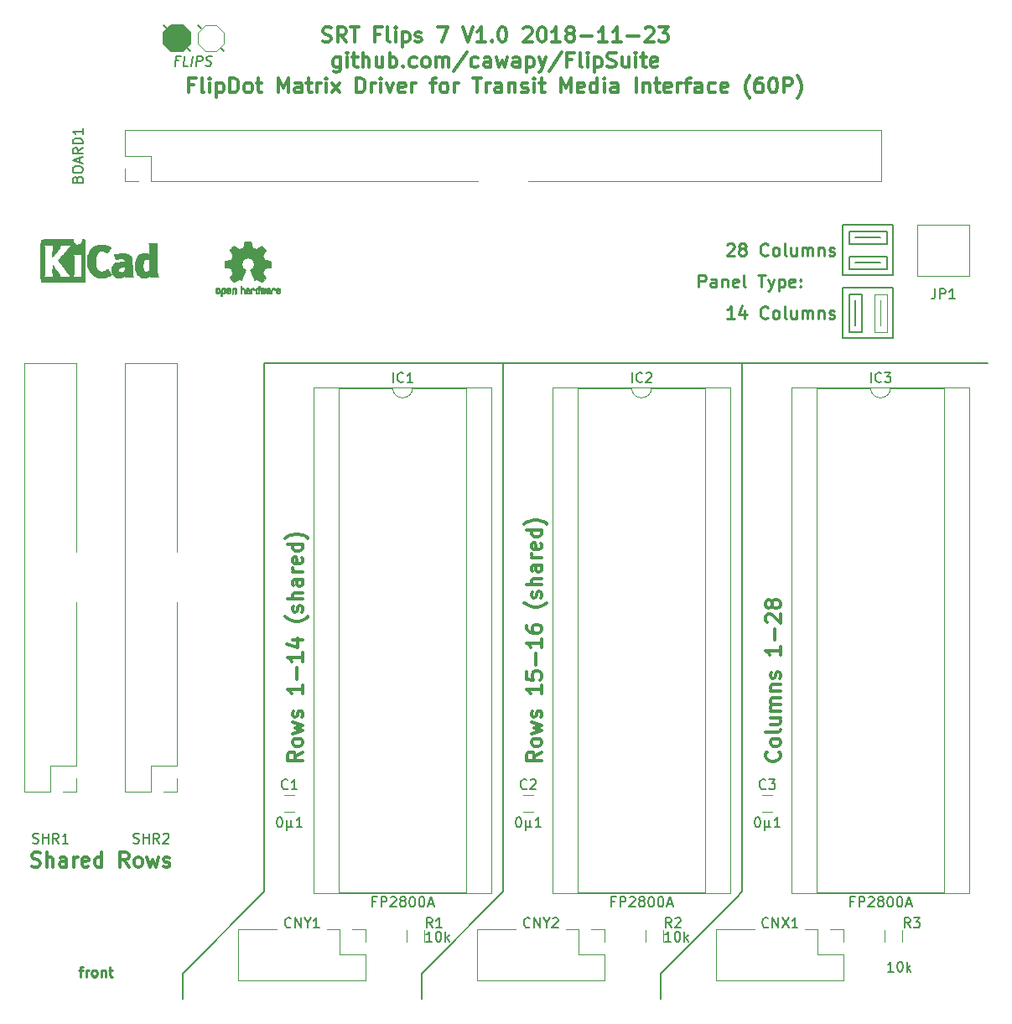
<source format=gbr>
G04 #@! TF.GenerationSoftware,KiCad,Pcbnew,(5.0.1)-4*
G04 #@! TF.CreationDate,2018-11-23T22:56:41+01:00*
G04 #@! TF.ProjectId,Flips7,466C697073372E6B696361645F706362,V1.0*
G04 #@! TF.SameCoordinates,Original*
G04 #@! TF.FileFunction,Legend,Top*
G04 #@! TF.FilePolarity,Positive*
%FSLAX46Y46*%
G04 Gerber Fmt 4.6, Leading zero omitted, Abs format (unit mm)*
G04 Created by KiCad (PCBNEW (5.0.1)-4) date 23.11.2018 22:56:41*
%MOMM*%
%LPD*%
G01*
G04 APERTURE LIST*
%ADD10C,0.250000*%
%ADD11C,0.300000*%
%ADD12C,0.200000*%
%ADD13C,0.100000*%
%ADD14C,0.120000*%
%ADD15C,0.010000*%
%ADD16C,0.150000*%
G04 APERTURE END LIST*
D10*
X99539880Y-56445476D02*
X98825595Y-56445476D01*
X99182738Y-56445476D02*
X99182738Y-55195476D01*
X99063690Y-55374047D01*
X98944642Y-55493095D01*
X98825595Y-55552619D01*
X100611309Y-55612142D02*
X100611309Y-56445476D01*
X100313690Y-55135952D02*
X100016071Y-56028809D01*
X100789880Y-56028809D01*
X102932738Y-56326428D02*
X102873214Y-56385952D01*
X102694642Y-56445476D01*
X102575595Y-56445476D01*
X102397023Y-56385952D01*
X102277976Y-56266904D01*
X102218452Y-56147857D01*
X102158928Y-55909761D01*
X102158928Y-55731190D01*
X102218452Y-55493095D01*
X102277976Y-55374047D01*
X102397023Y-55255000D01*
X102575595Y-55195476D01*
X102694642Y-55195476D01*
X102873214Y-55255000D01*
X102932738Y-55314523D01*
X103647023Y-56445476D02*
X103527976Y-56385952D01*
X103468452Y-56326428D01*
X103408928Y-56207380D01*
X103408928Y-55850238D01*
X103468452Y-55731190D01*
X103527976Y-55671666D01*
X103647023Y-55612142D01*
X103825595Y-55612142D01*
X103944642Y-55671666D01*
X104004166Y-55731190D01*
X104063690Y-55850238D01*
X104063690Y-56207380D01*
X104004166Y-56326428D01*
X103944642Y-56385952D01*
X103825595Y-56445476D01*
X103647023Y-56445476D01*
X104777976Y-56445476D02*
X104658928Y-56385952D01*
X104599404Y-56266904D01*
X104599404Y-55195476D01*
X105789880Y-55612142D02*
X105789880Y-56445476D01*
X105254166Y-55612142D02*
X105254166Y-56266904D01*
X105313690Y-56385952D01*
X105432738Y-56445476D01*
X105611309Y-56445476D01*
X105730357Y-56385952D01*
X105789880Y-56326428D01*
X106385119Y-56445476D02*
X106385119Y-55612142D01*
X106385119Y-55731190D02*
X106444642Y-55671666D01*
X106563690Y-55612142D01*
X106742261Y-55612142D01*
X106861309Y-55671666D01*
X106920833Y-55790714D01*
X106920833Y-56445476D01*
X106920833Y-55790714D02*
X106980357Y-55671666D01*
X107099404Y-55612142D01*
X107277976Y-55612142D01*
X107397023Y-55671666D01*
X107456547Y-55790714D01*
X107456547Y-56445476D01*
X108051785Y-55612142D02*
X108051785Y-56445476D01*
X108051785Y-55731190D02*
X108111309Y-55671666D01*
X108230357Y-55612142D01*
X108408928Y-55612142D01*
X108527976Y-55671666D01*
X108587500Y-55790714D01*
X108587500Y-56445476D01*
X109123214Y-56385952D02*
X109242261Y-56445476D01*
X109480357Y-56445476D01*
X109599404Y-56385952D01*
X109658928Y-56266904D01*
X109658928Y-56207380D01*
X109599404Y-56088333D01*
X109480357Y-56028809D01*
X109301785Y-56028809D01*
X109182738Y-55969285D01*
X109123214Y-55850238D01*
X109123214Y-55790714D01*
X109182738Y-55671666D01*
X109301785Y-55612142D01*
X109480357Y-55612142D01*
X109599404Y-55671666D01*
D11*
X28595714Y-111732142D02*
X28810000Y-111803571D01*
X29167142Y-111803571D01*
X29310000Y-111732142D01*
X29381428Y-111660714D01*
X29452857Y-111517857D01*
X29452857Y-111375000D01*
X29381428Y-111232142D01*
X29310000Y-111160714D01*
X29167142Y-111089285D01*
X28881428Y-111017857D01*
X28738571Y-110946428D01*
X28667142Y-110875000D01*
X28595714Y-110732142D01*
X28595714Y-110589285D01*
X28667142Y-110446428D01*
X28738571Y-110375000D01*
X28881428Y-110303571D01*
X29238571Y-110303571D01*
X29452857Y-110375000D01*
X30095714Y-111803571D02*
X30095714Y-110303571D01*
X30738571Y-111803571D02*
X30738571Y-111017857D01*
X30667142Y-110875000D01*
X30524285Y-110803571D01*
X30310000Y-110803571D01*
X30167142Y-110875000D01*
X30095714Y-110946428D01*
X32095714Y-111803571D02*
X32095714Y-111017857D01*
X32024285Y-110875000D01*
X31881428Y-110803571D01*
X31595714Y-110803571D01*
X31452857Y-110875000D01*
X32095714Y-111732142D02*
X31952857Y-111803571D01*
X31595714Y-111803571D01*
X31452857Y-111732142D01*
X31381428Y-111589285D01*
X31381428Y-111446428D01*
X31452857Y-111303571D01*
X31595714Y-111232142D01*
X31952857Y-111232142D01*
X32095714Y-111160714D01*
X32810000Y-111803571D02*
X32810000Y-110803571D01*
X32810000Y-111089285D02*
X32881428Y-110946428D01*
X32952857Y-110875000D01*
X33095714Y-110803571D01*
X33238571Y-110803571D01*
X34310000Y-111732142D02*
X34167142Y-111803571D01*
X33881428Y-111803571D01*
X33738571Y-111732142D01*
X33667142Y-111589285D01*
X33667142Y-111017857D01*
X33738571Y-110875000D01*
X33881428Y-110803571D01*
X34167142Y-110803571D01*
X34310000Y-110875000D01*
X34381428Y-111017857D01*
X34381428Y-111160714D01*
X33667142Y-111303571D01*
X35667142Y-111803571D02*
X35667142Y-110303571D01*
X35667142Y-111732142D02*
X35524285Y-111803571D01*
X35238571Y-111803571D01*
X35095714Y-111732142D01*
X35024285Y-111660714D01*
X34952857Y-111517857D01*
X34952857Y-111089285D01*
X35024285Y-110946428D01*
X35095714Y-110875000D01*
X35238571Y-110803571D01*
X35524285Y-110803571D01*
X35667142Y-110875000D01*
X38381428Y-111803571D02*
X37881428Y-111089285D01*
X37524285Y-111803571D02*
X37524285Y-110303571D01*
X38095714Y-110303571D01*
X38238571Y-110375000D01*
X38310000Y-110446428D01*
X38381428Y-110589285D01*
X38381428Y-110803571D01*
X38310000Y-110946428D01*
X38238571Y-111017857D01*
X38095714Y-111089285D01*
X37524285Y-111089285D01*
X39238571Y-111803571D02*
X39095714Y-111732142D01*
X39024285Y-111660714D01*
X38952857Y-111517857D01*
X38952857Y-111089285D01*
X39024285Y-110946428D01*
X39095714Y-110875000D01*
X39238571Y-110803571D01*
X39452857Y-110803571D01*
X39595714Y-110875000D01*
X39667142Y-110946428D01*
X39738571Y-111089285D01*
X39738571Y-111517857D01*
X39667142Y-111660714D01*
X39595714Y-111732142D01*
X39452857Y-111803571D01*
X39238571Y-111803571D01*
X40238571Y-110803571D02*
X40524285Y-111803571D01*
X40810000Y-111089285D01*
X41095714Y-111803571D01*
X41381428Y-110803571D01*
X41881428Y-111732142D02*
X42024285Y-111803571D01*
X42310000Y-111803571D01*
X42452857Y-111732142D01*
X42524285Y-111589285D01*
X42524285Y-111517857D01*
X42452857Y-111375000D01*
X42310000Y-111303571D01*
X42095714Y-111303571D01*
X41952857Y-111232142D01*
X41881428Y-111089285D01*
X41881428Y-111017857D01*
X41952857Y-110875000D01*
X42095714Y-110803571D01*
X42310000Y-110803571D01*
X42452857Y-110875000D01*
D12*
X52070000Y-60960000D02*
X125095000Y-60960000D01*
X52070000Y-114300000D02*
X52070000Y-60960000D01*
X43815000Y-122555000D02*
X52070000Y-114300000D01*
X43815000Y-125095000D02*
X43815000Y-122555000D01*
X76200000Y-114300000D02*
X76200000Y-60960000D01*
X67945000Y-122555000D02*
X76200000Y-114300000D01*
X67945000Y-125095000D02*
X67945000Y-122555000D01*
X100330000Y-114300000D02*
X100330000Y-60960000D01*
X99695000Y-114935000D02*
X100330000Y-114300000D01*
X92075000Y-123825000D02*
X92075000Y-125095000D01*
X92075000Y-122555000D02*
X92075000Y-123825000D01*
X99695000Y-114935000D02*
X92075000Y-122555000D01*
D10*
X95922261Y-53270476D02*
X95922261Y-52020476D01*
X96398452Y-52020476D01*
X96517500Y-52080000D01*
X96577023Y-52139523D01*
X96636547Y-52258571D01*
X96636547Y-52437142D01*
X96577023Y-52556190D01*
X96517500Y-52615714D01*
X96398452Y-52675238D01*
X95922261Y-52675238D01*
X97707976Y-53270476D02*
X97707976Y-52615714D01*
X97648452Y-52496666D01*
X97529404Y-52437142D01*
X97291309Y-52437142D01*
X97172261Y-52496666D01*
X97707976Y-53210952D02*
X97588928Y-53270476D01*
X97291309Y-53270476D01*
X97172261Y-53210952D01*
X97112738Y-53091904D01*
X97112738Y-52972857D01*
X97172261Y-52853809D01*
X97291309Y-52794285D01*
X97588928Y-52794285D01*
X97707976Y-52734761D01*
X98303214Y-52437142D02*
X98303214Y-53270476D01*
X98303214Y-52556190D02*
X98362738Y-52496666D01*
X98481785Y-52437142D01*
X98660357Y-52437142D01*
X98779404Y-52496666D01*
X98838928Y-52615714D01*
X98838928Y-53270476D01*
X99910357Y-53210952D02*
X99791309Y-53270476D01*
X99553214Y-53270476D01*
X99434166Y-53210952D01*
X99374642Y-53091904D01*
X99374642Y-52615714D01*
X99434166Y-52496666D01*
X99553214Y-52437142D01*
X99791309Y-52437142D01*
X99910357Y-52496666D01*
X99969880Y-52615714D01*
X99969880Y-52734761D01*
X99374642Y-52853809D01*
X100684166Y-53270476D02*
X100565119Y-53210952D01*
X100505595Y-53091904D01*
X100505595Y-52020476D01*
X101934166Y-52020476D02*
X102648452Y-52020476D01*
X102291309Y-53270476D02*
X102291309Y-52020476D01*
X102946071Y-52437142D02*
X103243690Y-53270476D01*
X103541309Y-52437142D02*
X103243690Y-53270476D01*
X103124642Y-53568095D01*
X103065119Y-53627619D01*
X102946071Y-53687142D01*
X104017500Y-52437142D02*
X104017500Y-53687142D01*
X104017500Y-52496666D02*
X104136547Y-52437142D01*
X104374642Y-52437142D01*
X104493690Y-52496666D01*
X104553214Y-52556190D01*
X104612738Y-52675238D01*
X104612738Y-53032380D01*
X104553214Y-53151428D01*
X104493690Y-53210952D01*
X104374642Y-53270476D01*
X104136547Y-53270476D01*
X104017500Y-53210952D01*
X105624642Y-53210952D02*
X105505595Y-53270476D01*
X105267500Y-53270476D01*
X105148452Y-53210952D01*
X105088928Y-53091904D01*
X105088928Y-52615714D01*
X105148452Y-52496666D01*
X105267500Y-52437142D01*
X105505595Y-52437142D01*
X105624642Y-52496666D01*
X105684166Y-52615714D01*
X105684166Y-52734761D01*
X105088928Y-52853809D01*
X106219880Y-53151428D02*
X106279404Y-53210952D01*
X106219880Y-53270476D01*
X106160357Y-53210952D01*
X106219880Y-53151428D01*
X106219880Y-53270476D01*
X106219880Y-52496666D02*
X106279404Y-52556190D01*
X106219880Y-52615714D01*
X106160357Y-52556190D01*
X106219880Y-52496666D01*
X106219880Y-52615714D01*
D11*
X104040714Y-100190714D02*
X104112142Y-100262142D01*
X104183571Y-100476428D01*
X104183571Y-100619285D01*
X104112142Y-100833571D01*
X103969285Y-100976428D01*
X103826428Y-101047857D01*
X103540714Y-101119285D01*
X103326428Y-101119285D01*
X103040714Y-101047857D01*
X102897857Y-100976428D01*
X102755000Y-100833571D01*
X102683571Y-100619285D01*
X102683571Y-100476428D01*
X102755000Y-100262142D01*
X102826428Y-100190714D01*
X104183571Y-99333571D02*
X104112142Y-99476428D01*
X104040714Y-99547857D01*
X103897857Y-99619285D01*
X103469285Y-99619285D01*
X103326428Y-99547857D01*
X103255000Y-99476428D01*
X103183571Y-99333571D01*
X103183571Y-99119285D01*
X103255000Y-98976428D01*
X103326428Y-98905000D01*
X103469285Y-98833571D01*
X103897857Y-98833571D01*
X104040714Y-98905000D01*
X104112142Y-98976428D01*
X104183571Y-99119285D01*
X104183571Y-99333571D01*
X104183571Y-97976428D02*
X104112142Y-98119285D01*
X103969285Y-98190714D01*
X102683571Y-98190714D01*
X103183571Y-96762142D02*
X104183571Y-96762142D01*
X103183571Y-97405000D02*
X103969285Y-97405000D01*
X104112142Y-97333571D01*
X104183571Y-97190714D01*
X104183571Y-96976428D01*
X104112142Y-96833571D01*
X104040714Y-96762142D01*
X104183571Y-96047857D02*
X103183571Y-96047857D01*
X103326428Y-96047857D02*
X103255000Y-95976428D01*
X103183571Y-95833571D01*
X103183571Y-95619285D01*
X103255000Y-95476428D01*
X103397857Y-95405000D01*
X104183571Y-95405000D01*
X103397857Y-95405000D02*
X103255000Y-95333571D01*
X103183571Y-95190714D01*
X103183571Y-94976428D01*
X103255000Y-94833571D01*
X103397857Y-94762142D01*
X104183571Y-94762142D01*
X103183571Y-94047857D02*
X104183571Y-94047857D01*
X103326428Y-94047857D02*
X103255000Y-93976428D01*
X103183571Y-93833571D01*
X103183571Y-93619285D01*
X103255000Y-93476428D01*
X103397857Y-93405000D01*
X104183571Y-93405000D01*
X104112142Y-92762142D02*
X104183571Y-92619285D01*
X104183571Y-92333571D01*
X104112142Y-92190714D01*
X103969285Y-92119285D01*
X103897857Y-92119285D01*
X103755000Y-92190714D01*
X103683571Y-92333571D01*
X103683571Y-92547857D01*
X103612142Y-92690714D01*
X103469285Y-92762142D01*
X103397857Y-92762142D01*
X103255000Y-92690714D01*
X103183571Y-92547857D01*
X103183571Y-92333571D01*
X103255000Y-92190714D01*
X104183571Y-89547857D02*
X104183571Y-90405000D01*
X104183571Y-89976428D02*
X102683571Y-89976428D01*
X102897857Y-90119285D01*
X103040714Y-90262142D01*
X103112142Y-90405000D01*
X103612142Y-88905000D02*
X103612142Y-87762142D01*
X102826428Y-87119285D02*
X102755000Y-87047857D01*
X102683571Y-86905000D01*
X102683571Y-86547857D01*
X102755000Y-86405000D01*
X102826428Y-86333571D01*
X102969285Y-86262142D01*
X103112142Y-86262142D01*
X103326428Y-86333571D01*
X104183571Y-87190714D01*
X104183571Y-86262142D01*
X103326428Y-85405000D02*
X103255000Y-85547857D01*
X103183571Y-85619285D01*
X103040714Y-85690714D01*
X102969285Y-85690714D01*
X102826428Y-85619285D01*
X102755000Y-85547857D01*
X102683571Y-85405000D01*
X102683571Y-85119285D01*
X102755000Y-84976428D01*
X102826428Y-84905000D01*
X102969285Y-84833571D01*
X103040714Y-84833571D01*
X103183571Y-84905000D01*
X103255000Y-84976428D01*
X103326428Y-85119285D01*
X103326428Y-85405000D01*
X103397857Y-85547857D01*
X103469285Y-85619285D01*
X103612142Y-85690714D01*
X103897857Y-85690714D01*
X104040714Y-85619285D01*
X104112142Y-85547857D01*
X104183571Y-85405000D01*
X104183571Y-85119285D01*
X104112142Y-84976428D01*
X104040714Y-84905000D01*
X103897857Y-84833571D01*
X103612142Y-84833571D01*
X103469285Y-84905000D01*
X103397857Y-84976428D01*
X103326428Y-85119285D01*
D10*
X98825595Y-48964523D02*
X98885119Y-48905000D01*
X99004166Y-48845476D01*
X99301785Y-48845476D01*
X99420833Y-48905000D01*
X99480357Y-48964523D01*
X99539880Y-49083571D01*
X99539880Y-49202619D01*
X99480357Y-49381190D01*
X98766071Y-50095476D01*
X99539880Y-50095476D01*
X100254166Y-49381190D02*
X100135119Y-49321666D01*
X100075595Y-49262142D01*
X100016071Y-49143095D01*
X100016071Y-49083571D01*
X100075595Y-48964523D01*
X100135119Y-48905000D01*
X100254166Y-48845476D01*
X100492261Y-48845476D01*
X100611309Y-48905000D01*
X100670833Y-48964523D01*
X100730357Y-49083571D01*
X100730357Y-49143095D01*
X100670833Y-49262142D01*
X100611309Y-49321666D01*
X100492261Y-49381190D01*
X100254166Y-49381190D01*
X100135119Y-49440714D01*
X100075595Y-49500238D01*
X100016071Y-49619285D01*
X100016071Y-49857380D01*
X100075595Y-49976428D01*
X100135119Y-50035952D01*
X100254166Y-50095476D01*
X100492261Y-50095476D01*
X100611309Y-50035952D01*
X100670833Y-49976428D01*
X100730357Y-49857380D01*
X100730357Y-49619285D01*
X100670833Y-49500238D01*
X100611309Y-49440714D01*
X100492261Y-49381190D01*
X102932738Y-49976428D02*
X102873214Y-50035952D01*
X102694642Y-50095476D01*
X102575595Y-50095476D01*
X102397023Y-50035952D01*
X102277976Y-49916904D01*
X102218452Y-49797857D01*
X102158928Y-49559761D01*
X102158928Y-49381190D01*
X102218452Y-49143095D01*
X102277976Y-49024047D01*
X102397023Y-48905000D01*
X102575595Y-48845476D01*
X102694642Y-48845476D01*
X102873214Y-48905000D01*
X102932738Y-48964523D01*
X103647023Y-50095476D02*
X103527976Y-50035952D01*
X103468452Y-49976428D01*
X103408928Y-49857380D01*
X103408928Y-49500238D01*
X103468452Y-49381190D01*
X103527976Y-49321666D01*
X103647023Y-49262142D01*
X103825595Y-49262142D01*
X103944642Y-49321666D01*
X104004166Y-49381190D01*
X104063690Y-49500238D01*
X104063690Y-49857380D01*
X104004166Y-49976428D01*
X103944642Y-50035952D01*
X103825595Y-50095476D01*
X103647023Y-50095476D01*
X104777976Y-50095476D02*
X104658928Y-50035952D01*
X104599404Y-49916904D01*
X104599404Y-48845476D01*
X105789880Y-49262142D02*
X105789880Y-50095476D01*
X105254166Y-49262142D02*
X105254166Y-49916904D01*
X105313690Y-50035952D01*
X105432738Y-50095476D01*
X105611309Y-50095476D01*
X105730357Y-50035952D01*
X105789880Y-49976428D01*
X106385119Y-50095476D02*
X106385119Y-49262142D01*
X106385119Y-49381190D02*
X106444642Y-49321666D01*
X106563690Y-49262142D01*
X106742261Y-49262142D01*
X106861309Y-49321666D01*
X106920833Y-49440714D01*
X106920833Y-50095476D01*
X106920833Y-49440714D02*
X106980357Y-49321666D01*
X107099404Y-49262142D01*
X107277976Y-49262142D01*
X107397023Y-49321666D01*
X107456547Y-49440714D01*
X107456547Y-50095476D01*
X108051785Y-49262142D02*
X108051785Y-50095476D01*
X108051785Y-49381190D02*
X108111309Y-49321666D01*
X108230357Y-49262142D01*
X108408928Y-49262142D01*
X108527976Y-49321666D01*
X108587500Y-49440714D01*
X108587500Y-50095476D01*
X109123214Y-50035952D02*
X109242261Y-50095476D01*
X109480357Y-50095476D01*
X109599404Y-50035952D01*
X109658928Y-49916904D01*
X109658928Y-49857380D01*
X109599404Y-49738333D01*
X109480357Y-49678809D01*
X109301785Y-49678809D01*
X109182738Y-49619285D01*
X109123214Y-49500238D01*
X109123214Y-49440714D01*
X109182738Y-49321666D01*
X109301785Y-49262142D01*
X109480357Y-49262142D01*
X109599404Y-49321666D01*
D13*
X114300000Y-54610000D02*
X114300000Y-57150000D01*
D12*
X110490000Y-52070000D02*
X110490000Y-46990000D01*
X115570000Y-52070000D02*
X110490000Y-52070000D01*
X115570000Y-46990000D02*
X115570000Y-52070000D01*
X110490000Y-46990000D02*
X115570000Y-46990000D01*
X115570000Y-58420000D02*
X115570000Y-53340000D01*
X110490000Y-58420000D02*
X115570000Y-58420000D01*
X110490000Y-53340000D02*
X110490000Y-58420000D01*
X115570000Y-53340000D02*
X110490000Y-53340000D01*
X111760000Y-54610000D02*
X111760000Y-57150000D01*
X111760000Y-50800000D02*
X114300000Y-50800000D01*
X111760000Y-48260000D02*
X114300000Y-48260000D01*
X111125000Y-51435000D02*
X111125000Y-50165000D01*
X114935000Y-51435000D02*
X111125000Y-51435000D01*
X114935000Y-50165000D02*
X114935000Y-51435000D01*
X111125000Y-50165000D02*
X114935000Y-50165000D01*
X111125000Y-48895000D02*
X111125000Y-47625000D01*
X114935000Y-48895000D02*
X111125000Y-48895000D01*
X114935000Y-47625000D02*
X114935000Y-48895000D01*
X111125000Y-47625000D02*
X114935000Y-47625000D01*
X111125000Y-57785000D02*
X111125000Y-53975000D01*
X112395000Y-57785000D02*
X111125000Y-57785000D01*
X112395000Y-53975000D02*
X112395000Y-57785000D01*
X111125000Y-53975000D02*
X112395000Y-53975000D01*
D13*
X113665000Y-53975000D02*
X114935000Y-53975000D01*
X113665000Y-57785000D02*
X113665000Y-53975000D01*
X114935000Y-57785000D02*
X113665000Y-57785000D01*
X114935000Y-53975000D02*
X114935000Y-57785000D01*
D10*
X33361523Y-122213714D02*
X33742476Y-122213714D01*
X33504380Y-122880380D02*
X33504380Y-122023238D01*
X33552000Y-121928000D01*
X33647238Y-121880380D01*
X33742476Y-121880380D01*
X34075809Y-122880380D02*
X34075809Y-122213714D01*
X34075809Y-122404190D02*
X34123428Y-122308952D01*
X34171047Y-122261333D01*
X34266285Y-122213714D01*
X34361523Y-122213714D01*
X34837714Y-122880380D02*
X34742476Y-122832761D01*
X34694857Y-122785142D01*
X34647238Y-122689904D01*
X34647238Y-122404190D01*
X34694857Y-122308952D01*
X34742476Y-122261333D01*
X34837714Y-122213714D01*
X34980571Y-122213714D01*
X35075809Y-122261333D01*
X35123428Y-122308952D01*
X35171047Y-122404190D01*
X35171047Y-122689904D01*
X35123428Y-122785142D01*
X35075809Y-122832761D01*
X34980571Y-122880380D01*
X34837714Y-122880380D01*
X35599619Y-122213714D02*
X35599619Y-122880380D01*
X35599619Y-122308952D02*
X35647238Y-122261333D01*
X35742476Y-122213714D01*
X35885333Y-122213714D01*
X35980571Y-122261333D01*
X36028190Y-122356571D01*
X36028190Y-122880380D01*
X36361523Y-122213714D02*
X36742476Y-122213714D01*
X36504380Y-121880380D02*
X36504380Y-122737523D01*
X36552000Y-122832761D01*
X36647238Y-122880380D01*
X36742476Y-122880380D01*
D11*
X57971428Y-28457142D02*
X58185714Y-28528571D01*
X58542857Y-28528571D01*
X58685714Y-28457142D01*
X58757142Y-28385714D01*
X58828571Y-28242857D01*
X58828571Y-28100000D01*
X58757142Y-27957142D01*
X58685714Y-27885714D01*
X58542857Y-27814285D01*
X58257142Y-27742857D01*
X58114285Y-27671428D01*
X58042857Y-27600000D01*
X57971428Y-27457142D01*
X57971428Y-27314285D01*
X58042857Y-27171428D01*
X58114285Y-27100000D01*
X58257142Y-27028571D01*
X58614285Y-27028571D01*
X58828571Y-27100000D01*
X60328571Y-28528571D02*
X59828571Y-27814285D01*
X59471428Y-28528571D02*
X59471428Y-27028571D01*
X60042857Y-27028571D01*
X60185714Y-27100000D01*
X60257142Y-27171428D01*
X60328571Y-27314285D01*
X60328571Y-27528571D01*
X60257142Y-27671428D01*
X60185714Y-27742857D01*
X60042857Y-27814285D01*
X59471428Y-27814285D01*
X60757142Y-27028571D02*
X61614285Y-27028571D01*
X61185714Y-28528571D02*
X61185714Y-27028571D01*
X63757142Y-27742857D02*
X63257142Y-27742857D01*
X63257142Y-28528571D02*
X63257142Y-27028571D01*
X63971428Y-27028571D01*
X64757142Y-28528571D02*
X64614285Y-28457142D01*
X64542857Y-28314285D01*
X64542857Y-27028571D01*
X65328571Y-28528571D02*
X65328571Y-27528571D01*
X65328571Y-27028571D02*
X65257142Y-27100000D01*
X65328571Y-27171428D01*
X65400000Y-27100000D01*
X65328571Y-27028571D01*
X65328571Y-27171428D01*
X66042857Y-27528571D02*
X66042857Y-29028571D01*
X66042857Y-27600000D02*
X66185714Y-27528571D01*
X66471428Y-27528571D01*
X66614285Y-27600000D01*
X66685714Y-27671428D01*
X66757142Y-27814285D01*
X66757142Y-28242857D01*
X66685714Y-28385714D01*
X66614285Y-28457142D01*
X66471428Y-28528571D01*
X66185714Y-28528571D01*
X66042857Y-28457142D01*
X67328571Y-28457142D02*
X67471428Y-28528571D01*
X67757142Y-28528571D01*
X67900000Y-28457142D01*
X67971428Y-28314285D01*
X67971428Y-28242857D01*
X67900000Y-28100000D01*
X67757142Y-28028571D01*
X67542857Y-28028571D01*
X67400000Y-27957142D01*
X67328571Y-27814285D01*
X67328571Y-27742857D01*
X67400000Y-27600000D01*
X67542857Y-27528571D01*
X67757142Y-27528571D01*
X67900000Y-27600000D01*
X69614285Y-27028571D02*
X70614285Y-27028571D01*
X69971428Y-28528571D01*
X72114285Y-27028571D02*
X72614285Y-28528571D01*
X73114285Y-27028571D01*
X74400000Y-28528571D02*
X73542857Y-28528571D01*
X73971428Y-28528571D02*
X73971428Y-27028571D01*
X73828571Y-27242857D01*
X73685714Y-27385714D01*
X73542857Y-27457142D01*
X75042857Y-28385714D02*
X75114285Y-28457142D01*
X75042857Y-28528571D01*
X74971428Y-28457142D01*
X75042857Y-28385714D01*
X75042857Y-28528571D01*
X76042857Y-27028571D02*
X76185714Y-27028571D01*
X76328571Y-27100000D01*
X76400000Y-27171428D01*
X76471428Y-27314285D01*
X76542857Y-27600000D01*
X76542857Y-27957142D01*
X76471428Y-28242857D01*
X76400000Y-28385714D01*
X76328571Y-28457142D01*
X76185714Y-28528571D01*
X76042857Y-28528571D01*
X75900000Y-28457142D01*
X75828571Y-28385714D01*
X75757142Y-28242857D01*
X75685714Y-27957142D01*
X75685714Y-27600000D01*
X75757142Y-27314285D01*
X75828571Y-27171428D01*
X75900000Y-27100000D01*
X76042857Y-27028571D01*
X78257142Y-27171428D02*
X78328571Y-27100000D01*
X78471428Y-27028571D01*
X78828571Y-27028571D01*
X78971428Y-27100000D01*
X79042857Y-27171428D01*
X79114285Y-27314285D01*
X79114285Y-27457142D01*
X79042857Y-27671428D01*
X78185714Y-28528571D01*
X79114285Y-28528571D01*
X80042857Y-27028571D02*
X80185714Y-27028571D01*
X80328571Y-27100000D01*
X80400000Y-27171428D01*
X80471428Y-27314285D01*
X80542857Y-27600000D01*
X80542857Y-27957142D01*
X80471428Y-28242857D01*
X80400000Y-28385714D01*
X80328571Y-28457142D01*
X80185714Y-28528571D01*
X80042857Y-28528571D01*
X79900000Y-28457142D01*
X79828571Y-28385714D01*
X79757142Y-28242857D01*
X79685714Y-27957142D01*
X79685714Y-27600000D01*
X79757142Y-27314285D01*
X79828571Y-27171428D01*
X79900000Y-27100000D01*
X80042857Y-27028571D01*
X81971428Y-28528571D02*
X81114285Y-28528571D01*
X81542857Y-28528571D02*
X81542857Y-27028571D01*
X81400000Y-27242857D01*
X81257142Y-27385714D01*
X81114285Y-27457142D01*
X82828571Y-27671428D02*
X82685714Y-27600000D01*
X82614285Y-27528571D01*
X82542857Y-27385714D01*
X82542857Y-27314285D01*
X82614285Y-27171428D01*
X82685714Y-27100000D01*
X82828571Y-27028571D01*
X83114285Y-27028571D01*
X83257142Y-27100000D01*
X83328571Y-27171428D01*
X83400000Y-27314285D01*
X83400000Y-27385714D01*
X83328571Y-27528571D01*
X83257142Y-27600000D01*
X83114285Y-27671428D01*
X82828571Y-27671428D01*
X82685714Y-27742857D01*
X82614285Y-27814285D01*
X82542857Y-27957142D01*
X82542857Y-28242857D01*
X82614285Y-28385714D01*
X82685714Y-28457142D01*
X82828571Y-28528571D01*
X83114285Y-28528571D01*
X83257142Y-28457142D01*
X83328571Y-28385714D01*
X83400000Y-28242857D01*
X83400000Y-27957142D01*
X83328571Y-27814285D01*
X83257142Y-27742857D01*
X83114285Y-27671428D01*
X84042857Y-27957142D02*
X85185714Y-27957142D01*
X86685714Y-28528571D02*
X85828571Y-28528571D01*
X86257142Y-28528571D02*
X86257142Y-27028571D01*
X86114285Y-27242857D01*
X85971428Y-27385714D01*
X85828571Y-27457142D01*
X88114285Y-28528571D02*
X87257142Y-28528571D01*
X87685714Y-28528571D02*
X87685714Y-27028571D01*
X87542857Y-27242857D01*
X87400000Y-27385714D01*
X87257142Y-27457142D01*
X88757142Y-27957142D02*
X89900000Y-27957142D01*
X90542857Y-27171428D02*
X90614285Y-27100000D01*
X90757142Y-27028571D01*
X91114285Y-27028571D01*
X91257142Y-27100000D01*
X91328571Y-27171428D01*
X91400000Y-27314285D01*
X91400000Y-27457142D01*
X91328571Y-27671428D01*
X90471428Y-28528571D01*
X91400000Y-28528571D01*
X91900000Y-27028571D02*
X92828571Y-27028571D01*
X92328571Y-27600000D01*
X92542857Y-27600000D01*
X92685714Y-27671428D01*
X92757142Y-27742857D01*
X92828571Y-27885714D01*
X92828571Y-28242857D01*
X92757142Y-28385714D01*
X92685714Y-28457142D01*
X92542857Y-28528571D01*
X92114285Y-28528571D01*
X91971428Y-28457142D01*
X91900000Y-28385714D01*
X59721428Y-30078571D02*
X59721428Y-31292857D01*
X59650000Y-31435714D01*
X59578571Y-31507142D01*
X59435714Y-31578571D01*
X59221428Y-31578571D01*
X59078571Y-31507142D01*
X59721428Y-31007142D02*
X59578571Y-31078571D01*
X59292857Y-31078571D01*
X59150000Y-31007142D01*
X59078571Y-30935714D01*
X59007142Y-30792857D01*
X59007142Y-30364285D01*
X59078571Y-30221428D01*
X59150000Y-30150000D01*
X59292857Y-30078571D01*
X59578571Y-30078571D01*
X59721428Y-30150000D01*
X60435714Y-31078571D02*
X60435714Y-30078571D01*
X60435714Y-29578571D02*
X60364285Y-29650000D01*
X60435714Y-29721428D01*
X60507142Y-29650000D01*
X60435714Y-29578571D01*
X60435714Y-29721428D01*
X60935714Y-30078571D02*
X61507142Y-30078571D01*
X61150000Y-29578571D02*
X61150000Y-30864285D01*
X61221428Y-31007142D01*
X61364285Y-31078571D01*
X61507142Y-31078571D01*
X62007142Y-31078571D02*
X62007142Y-29578571D01*
X62650000Y-31078571D02*
X62650000Y-30292857D01*
X62578571Y-30150000D01*
X62435714Y-30078571D01*
X62221428Y-30078571D01*
X62078571Y-30150000D01*
X62007142Y-30221428D01*
X64007142Y-30078571D02*
X64007142Y-31078571D01*
X63364285Y-30078571D02*
X63364285Y-30864285D01*
X63435714Y-31007142D01*
X63578571Y-31078571D01*
X63792857Y-31078571D01*
X63935714Y-31007142D01*
X64007142Y-30935714D01*
X64721428Y-31078571D02*
X64721428Y-29578571D01*
X64721428Y-30150000D02*
X64864285Y-30078571D01*
X65150000Y-30078571D01*
X65292857Y-30150000D01*
X65364285Y-30221428D01*
X65435714Y-30364285D01*
X65435714Y-30792857D01*
X65364285Y-30935714D01*
X65292857Y-31007142D01*
X65150000Y-31078571D01*
X64864285Y-31078571D01*
X64721428Y-31007142D01*
X66078571Y-30935714D02*
X66150000Y-31007142D01*
X66078571Y-31078571D01*
X66007142Y-31007142D01*
X66078571Y-30935714D01*
X66078571Y-31078571D01*
X67435714Y-31007142D02*
X67292857Y-31078571D01*
X67007142Y-31078571D01*
X66864285Y-31007142D01*
X66792857Y-30935714D01*
X66721428Y-30792857D01*
X66721428Y-30364285D01*
X66792857Y-30221428D01*
X66864285Y-30150000D01*
X67007142Y-30078571D01*
X67292857Y-30078571D01*
X67435714Y-30150000D01*
X68292857Y-31078571D02*
X68150000Y-31007142D01*
X68078571Y-30935714D01*
X68007142Y-30792857D01*
X68007142Y-30364285D01*
X68078571Y-30221428D01*
X68150000Y-30150000D01*
X68292857Y-30078571D01*
X68507142Y-30078571D01*
X68650000Y-30150000D01*
X68721428Y-30221428D01*
X68792857Y-30364285D01*
X68792857Y-30792857D01*
X68721428Y-30935714D01*
X68650000Y-31007142D01*
X68507142Y-31078571D01*
X68292857Y-31078571D01*
X69435714Y-31078571D02*
X69435714Y-30078571D01*
X69435714Y-30221428D02*
X69507142Y-30150000D01*
X69650000Y-30078571D01*
X69864285Y-30078571D01*
X70007142Y-30150000D01*
X70078571Y-30292857D01*
X70078571Y-31078571D01*
X70078571Y-30292857D02*
X70150000Y-30150000D01*
X70292857Y-30078571D01*
X70507142Y-30078571D01*
X70650000Y-30150000D01*
X70721428Y-30292857D01*
X70721428Y-31078571D01*
X72507142Y-29507142D02*
X71221428Y-31435714D01*
X73650000Y-31007142D02*
X73507142Y-31078571D01*
X73221428Y-31078571D01*
X73078571Y-31007142D01*
X73007142Y-30935714D01*
X72935714Y-30792857D01*
X72935714Y-30364285D01*
X73007142Y-30221428D01*
X73078571Y-30150000D01*
X73221428Y-30078571D01*
X73507142Y-30078571D01*
X73650000Y-30150000D01*
X74935714Y-31078571D02*
X74935714Y-30292857D01*
X74864285Y-30150000D01*
X74721428Y-30078571D01*
X74435714Y-30078571D01*
X74292857Y-30150000D01*
X74935714Y-31007142D02*
X74792857Y-31078571D01*
X74435714Y-31078571D01*
X74292857Y-31007142D01*
X74221428Y-30864285D01*
X74221428Y-30721428D01*
X74292857Y-30578571D01*
X74435714Y-30507142D01*
X74792857Y-30507142D01*
X74935714Y-30435714D01*
X75507142Y-30078571D02*
X75792857Y-31078571D01*
X76078571Y-30364285D01*
X76364285Y-31078571D01*
X76650000Y-30078571D01*
X77864285Y-31078571D02*
X77864285Y-30292857D01*
X77792857Y-30150000D01*
X77650000Y-30078571D01*
X77364285Y-30078571D01*
X77221428Y-30150000D01*
X77864285Y-31007142D02*
X77721428Y-31078571D01*
X77364285Y-31078571D01*
X77221428Y-31007142D01*
X77150000Y-30864285D01*
X77150000Y-30721428D01*
X77221428Y-30578571D01*
X77364285Y-30507142D01*
X77721428Y-30507142D01*
X77864285Y-30435714D01*
X78578571Y-30078571D02*
X78578571Y-31578571D01*
X78578571Y-30150000D02*
X78721428Y-30078571D01*
X79007142Y-30078571D01*
X79150000Y-30150000D01*
X79221428Y-30221428D01*
X79292857Y-30364285D01*
X79292857Y-30792857D01*
X79221428Y-30935714D01*
X79150000Y-31007142D01*
X79007142Y-31078571D01*
X78721428Y-31078571D01*
X78578571Y-31007142D01*
X79792857Y-30078571D02*
X80150000Y-31078571D01*
X80507142Y-30078571D02*
X80150000Y-31078571D01*
X80007142Y-31435714D01*
X79935714Y-31507142D01*
X79792857Y-31578571D01*
X82150000Y-29507142D02*
X80864285Y-31435714D01*
X83150000Y-30292857D02*
X82650000Y-30292857D01*
X82650000Y-31078571D02*
X82650000Y-29578571D01*
X83364285Y-29578571D01*
X84150000Y-31078571D02*
X84007142Y-31007142D01*
X83935714Y-30864285D01*
X83935714Y-29578571D01*
X84721428Y-31078571D02*
X84721428Y-30078571D01*
X84721428Y-29578571D02*
X84650000Y-29650000D01*
X84721428Y-29721428D01*
X84792857Y-29650000D01*
X84721428Y-29578571D01*
X84721428Y-29721428D01*
X85435714Y-30078571D02*
X85435714Y-31578571D01*
X85435714Y-30150000D02*
X85578571Y-30078571D01*
X85864285Y-30078571D01*
X86007142Y-30150000D01*
X86078571Y-30221428D01*
X86150000Y-30364285D01*
X86150000Y-30792857D01*
X86078571Y-30935714D01*
X86007142Y-31007142D01*
X85864285Y-31078571D01*
X85578571Y-31078571D01*
X85435714Y-31007142D01*
X86721428Y-31007142D02*
X86935714Y-31078571D01*
X87292857Y-31078571D01*
X87435714Y-31007142D01*
X87507142Y-30935714D01*
X87578571Y-30792857D01*
X87578571Y-30650000D01*
X87507142Y-30507142D01*
X87435714Y-30435714D01*
X87292857Y-30364285D01*
X87007142Y-30292857D01*
X86864285Y-30221428D01*
X86792857Y-30150000D01*
X86721428Y-30007142D01*
X86721428Y-29864285D01*
X86792857Y-29721428D01*
X86864285Y-29650000D01*
X87007142Y-29578571D01*
X87364285Y-29578571D01*
X87578571Y-29650000D01*
X88864285Y-30078571D02*
X88864285Y-31078571D01*
X88221428Y-30078571D02*
X88221428Y-30864285D01*
X88292857Y-31007142D01*
X88435714Y-31078571D01*
X88650000Y-31078571D01*
X88792857Y-31007142D01*
X88864285Y-30935714D01*
X89578571Y-31078571D02*
X89578571Y-30078571D01*
X89578571Y-29578571D02*
X89507142Y-29650000D01*
X89578571Y-29721428D01*
X89650000Y-29650000D01*
X89578571Y-29578571D01*
X89578571Y-29721428D01*
X90078571Y-30078571D02*
X90650000Y-30078571D01*
X90292857Y-29578571D02*
X90292857Y-30864285D01*
X90364285Y-31007142D01*
X90507142Y-31078571D01*
X90650000Y-31078571D01*
X91721428Y-31007142D02*
X91578571Y-31078571D01*
X91292857Y-31078571D01*
X91150000Y-31007142D01*
X91078571Y-30864285D01*
X91078571Y-30292857D01*
X91150000Y-30150000D01*
X91292857Y-30078571D01*
X91578571Y-30078571D01*
X91721428Y-30150000D01*
X91792857Y-30292857D01*
X91792857Y-30435714D01*
X91078571Y-30578571D01*
X44971428Y-32842857D02*
X44471428Y-32842857D01*
X44471428Y-33628571D02*
X44471428Y-32128571D01*
X45185714Y-32128571D01*
X45971428Y-33628571D02*
X45828571Y-33557142D01*
X45757142Y-33414285D01*
X45757142Y-32128571D01*
X46542857Y-33628571D02*
X46542857Y-32628571D01*
X46542857Y-32128571D02*
X46471428Y-32200000D01*
X46542857Y-32271428D01*
X46614285Y-32200000D01*
X46542857Y-32128571D01*
X46542857Y-32271428D01*
X47257142Y-32628571D02*
X47257142Y-34128571D01*
X47257142Y-32700000D02*
X47400000Y-32628571D01*
X47685714Y-32628571D01*
X47828571Y-32700000D01*
X47900000Y-32771428D01*
X47971428Y-32914285D01*
X47971428Y-33342857D01*
X47900000Y-33485714D01*
X47828571Y-33557142D01*
X47685714Y-33628571D01*
X47400000Y-33628571D01*
X47257142Y-33557142D01*
X48614285Y-33628571D02*
X48614285Y-32128571D01*
X48971428Y-32128571D01*
X49185714Y-32200000D01*
X49328571Y-32342857D01*
X49400000Y-32485714D01*
X49471428Y-32771428D01*
X49471428Y-32985714D01*
X49400000Y-33271428D01*
X49328571Y-33414285D01*
X49185714Y-33557142D01*
X48971428Y-33628571D01*
X48614285Y-33628571D01*
X50328571Y-33628571D02*
X50185714Y-33557142D01*
X50114285Y-33485714D01*
X50042857Y-33342857D01*
X50042857Y-32914285D01*
X50114285Y-32771428D01*
X50185714Y-32700000D01*
X50328571Y-32628571D01*
X50542857Y-32628571D01*
X50685714Y-32700000D01*
X50757142Y-32771428D01*
X50828571Y-32914285D01*
X50828571Y-33342857D01*
X50757142Y-33485714D01*
X50685714Y-33557142D01*
X50542857Y-33628571D01*
X50328571Y-33628571D01*
X51257142Y-32628571D02*
X51828571Y-32628571D01*
X51471428Y-32128571D02*
X51471428Y-33414285D01*
X51542857Y-33557142D01*
X51685714Y-33628571D01*
X51828571Y-33628571D01*
X53471428Y-33628571D02*
X53471428Y-32128571D01*
X53971428Y-33200000D01*
X54471428Y-32128571D01*
X54471428Y-33628571D01*
X55828571Y-33628571D02*
X55828571Y-32842857D01*
X55757142Y-32700000D01*
X55614285Y-32628571D01*
X55328571Y-32628571D01*
X55185714Y-32700000D01*
X55828571Y-33557142D02*
X55685714Y-33628571D01*
X55328571Y-33628571D01*
X55185714Y-33557142D01*
X55114285Y-33414285D01*
X55114285Y-33271428D01*
X55185714Y-33128571D01*
X55328571Y-33057142D01*
X55685714Y-33057142D01*
X55828571Y-32985714D01*
X56328571Y-32628571D02*
X56900000Y-32628571D01*
X56542857Y-32128571D02*
X56542857Y-33414285D01*
X56614285Y-33557142D01*
X56757142Y-33628571D01*
X56900000Y-33628571D01*
X57400000Y-33628571D02*
X57400000Y-32628571D01*
X57400000Y-32914285D02*
X57471428Y-32771428D01*
X57542857Y-32700000D01*
X57685714Y-32628571D01*
X57828571Y-32628571D01*
X58328571Y-33628571D02*
X58328571Y-32628571D01*
X58328571Y-32128571D02*
X58257142Y-32200000D01*
X58328571Y-32271428D01*
X58400000Y-32200000D01*
X58328571Y-32128571D01*
X58328571Y-32271428D01*
X58900000Y-33628571D02*
X59685714Y-32628571D01*
X58900000Y-32628571D02*
X59685714Y-33628571D01*
X61400000Y-33628571D02*
X61400000Y-32128571D01*
X61757142Y-32128571D01*
X61971428Y-32200000D01*
X62114285Y-32342857D01*
X62185714Y-32485714D01*
X62257142Y-32771428D01*
X62257142Y-32985714D01*
X62185714Y-33271428D01*
X62114285Y-33414285D01*
X61971428Y-33557142D01*
X61757142Y-33628571D01*
X61400000Y-33628571D01*
X62900000Y-33628571D02*
X62900000Y-32628571D01*
X62900000Y-32914285D02*
X62971428Y-32771428D01*
X63042857Y-32700000D01*
X63185714Y-32628571D01*
X63328571Y-32628571D01*
X63828571Y-33628571D02*
X63828571Y-32628571D01*
X63828571Y-32128571D02*
X63757142Y-32200000D01*
X63828571Y-32271428D01*
X63900000Y-32200000D01*
X63828571Y-32128571D01*
X63828571Y-32271428D01*
X64400000Y-32628571D02*
X64757142Y-33628571D01*
X65114285Y-32628571D01*
X66257142Y-33557142D02*
X66114285Y-33628571D01*
X65828571Y-33628571D01*
X65685714Y-33557142D01*
X65614285Y-33414285D01*
X65614285Y-32842857D01*
X65685714Y-32700000D01*
X65828571Y-32628571D01*
X66114285Y-32628571D01*
X66257142Y-32700000D01*
X66328571Y-32842857D01*
X66328571Y-32985714D01*
X65614285Y-33128571D01*
X66971428Y-33628571D02*
X66971428Y-32628571D01*
X66971428Y-32914285D02*
X67042857Y-32771428D01*
X67114285Y-32700000D01*
X67257142Y-32628571D01*
X67400000Y-32628571D01*
X68828571Y-32628571D02*
X69400000Y-32628571D01*
X69042857Y-33628571D02*
X69042857Y-32342857D01*
X69114285Y-32200000D01*
X69257142Y-32128571D01*
X69400000Y-32128571D01*
X70114285Y-33628571D02*
X69971428Y-33557142D01*
X69900000Y-33485714D01*
X69828571Y-33342857D01*
X69828571Y-32914285D01*
X69900000Y-32771428D01*
X69971428Y-32700000D01*
X70114285Y-32628571D01*
X70328571Y-32628571D01*
X70471428Y-32700000D01*
X70542857Y-32771428D01*
X70614285Y-32914285D01*
X70614285Y-33342857D01*
X70542857Y-33485714D01*
X70471428Y-33557142D01*
X70328571Y-33628571D01*
X70114285Y-33628571D01*
X71257142Y-33628571D02*
X71257142Y-32628571D01*
X71257142Y-32914285D02*
X71328571Y-32771428D01*
X71400000Y-32700000D01*
X71542857Y-32628571D01*
X71685714Y-32628571D01*
X73114285Y-32128571D02*
X73971428Y-32128571D01*
X73542857Y-33628571D02*
X73542857Y-32128571D01*
X74471428Y-33628571D02*
X74471428Y-32628571D01*
X74471428Y-32914285D02*
X74542857Y-32771428D01*
X74614285Y-32700000D01*
X74757142Y-32628571D01*
X74900000Y-32628571D01*
X76042857Y-33628571D02*
X76042857Y-32842857D01*
X75971428Y-32700000D01*
X75828571Y-32628571D01*
X75542857Y-32628571D01*
X75400000Y-32700000D01*
X76042857Y-33557142D02*
X75900000Y-33628571D01*
X75542857Y-33628571D01*
X75400000Y-33557142D01*
X75328571Y-33414285D01*
X75328571Y-33271428D01*
X75400000Y-33128571D01*
X75542857Y-33057142D01*
X75900000Y-33057142D01*
X76042857Y-32985714D01*
X76757142Y-32628571D02*
X76757142Y-33628571D01*
X76757142Y-32771428D02*
X76828571Y-32700000D01*
X76971428Y-32628571D01*
X77185714Y-32628571D01*
X77328571Y-32700000D01*
X77400000Y-32842857D01*
X77400000Y-33628571D01*
X78042857Y-33557142D02*
X78185714Y-33628571D01*
X78471428Y-33628571D01*
X78614285Y-33557142D01*
X78685714Y-33414285D01*
X78685714Y-33342857D01*
X78614285Y-33200000D01*
X78471428Y-33128571D01*
X78257142Y-33128571D01*
X78114285Y-33057142D01*
X78042857Y-32914285D01*
X78042857Y-32842857D01*
X78114285Y-32700000D01*
X78257142Y-32628571D01*
X78471428Y-32628571D01*
X78614285Y-32700000D01*
X79328571Y-33628571D02*
X79328571Y-32628571D01*
X79328571Y-32128571D02*
X79257142Y-32200000D01*
X79328571Y-32271428D01*
X79400000Y-32200000D01*
X79328571Y-32128571D01*
X79328571Y-32271428D01*
X79828571Y-32628571D02*
X80400000Y-32628571D01*
X80042857Y-32128571D02*
X80042857Y-33414285D01*
X80114285Y-33557142D01*
X80257142Y-33628571D01*
X80400000Y-33628571D01*
X82042857Y-33628571D02*
X82042857Y-32128571D01*
X82542857Y-33200000D01*
X83042857Y-32128571D01*
X83042857Y-33628571D01*
X84328571Y-33557142D02*
X84185714Y-33628571D01*
X83900000Y-33628571D01*
X83757142Y-33557142D01*
X83685714Y-33414285D01*
X83685714Y-32842857D01*
X83757142Y-32700000D01*
X83900000Y-32628571D01*
X84185714Y-32628571D01*
X84328571Y-32700000D01*
X84400000Y-32842857D01*
X84400000Y-32985714D01*
X83685714Y-33128571D01*
X85685714Y-33628571D02*
X85685714Y-32128571D01*
X85685714Y-33557142D02*
X85542857Y-33628571D01*
X85257142Y-33628571D01*
X85114285Y-33557142D01*
X85042857Y-33485714D01*
X84971428Y-33342857D01*
X84971428Y-32914285D01*
X85042857Y-32771428D01*
X85114285Y-32700000D01*
X85257142Y-32628571D01*
X85542857Y-32628571D01*
X85685714Y-32700000D01*
X86400000Y-33628571D02*
X86400000Y-32628571D01*
X86400000Y-32128571D02*
X86328571Y-32200000D01*
X86400000Y-32271428D01*
X86471428Y-32200000D01*
X86400000Y-32128571D01*
X86400000Y-32271428D01*
X87757142Y-33628571D02*
X87757142Y-32842857D01*
X87685714Y-32700000D01*
X87542857Y-32628571D01*
X87257142Y-32628571D01*
X87114285Y-32700000D01*
X87757142Y-33557142D02*
X87614285Y-33628571D01*
X87257142Y-33628571D01*
X87114285Y-33557142D01*
X87042857Y-33414285D01*
X87042857Y-33271428D01*
X87114285Y-33128571D01*
X87257142Y-33057142D01*
X87614285Y-33057142D01*
X87757142Y-32985714D01*
X89614285Y-33628571D02*
X89614285Y-32128571D01*
X90328571Y-32628571D02*
X90328571Y-33628571D01*
X90328571Y-32771428D02*
X90400000Y-32700000D01*
X90542857Y-32628571D01*
X90757142Y-32628571D01*
X90900000Y-32700000D01*
X90971428Y-32842857D01*
X90971428Y-33628571D01*
X91471428Y-32628571D02*
X92042857Y-32628571D01*
X91685714Y-32128571D02*
X91685714Y-33414285D01*
X91757142Y-33557142D01*
X91900000Y-33628571D01*
X92042857Y-33628571D01*
X93114285Y-33557142D02*
X92971428Y-33628571D01*
X92685714Y-33628571D01*
X92542857Y-33557142D01*
X92471428Y-33414285D01*
X92471428Y-32842857D01*
X92542857Y-32700000D01*
X92685714Y-32628571D01*
X92971428Y-32628571D01*
X93114285Y-32700000D01*
X93185714Y-32842857D01*
X93185714Y-32985714D01*
X92471428Y-33128571D01*
X93828571Y-33628571D02*
X93828571Y-32628571D01*
X93828571Y-32914285D02*
X93900000Y-32771428D01*
X93971428Y-32700000D01*
X94114285Y-32628571D01*
X94257142Y-32628571D01*
X94542857Y-32628571D02*
X95114285Y-32628571D01*
X94757142Y-33628571D02*
X94757142Y-32342857D01*
X94828571Y-32200000D01*
X94971428Y-32128571D01*
X95114285Y-32128571D01*
X96257142Y-33628571D02*
X96257142Y-32842857D01*
X96185714Y-32700000D01*
X96042857Y-32628571D01*
X95757142Y-32628571D01*
X95614285Y-32700000D01*
X96257142Y-33557142D02*
X96114285Y-33628571D01*
X95757142Y-33628571D01*
X95614285Y-33557142D01*
X95542857Y-33414285D01*
X95542857Y-33271428D01*
X95614285Y-33128571D01*
X95757142Y-33057142D01*
X96114285Y-33057142D01*
X96257142Y-32985714D01*
X97614285Y-33557142D02*
X97471428Y-33628571D01*
X97185714Y-33628571D01*
X97042857Y-33557142D01*
X96971428Y-33485714D01*
X96900000Y-33342857D01*
X96900000Y-32914285D01*
X96971428Y-32771428D01*
X97042857Y-32700000D01*
X97185714Y-32628571D01*
X97471428Y-32628571D01*
X97614285Y-32700000D01*
X98828571Y-33557142D02*
X98685714Y-33628571D01*
X98400000Y-33628571D01*
X98257142Y-33557142D01*
X98185714Y-33414285D01*
X98185714Y-32842857D01*
X98257142Y-32700000D01*
X98400000Y-32628571D01*
X98685714Y-32628571D01*
X98828571Y-32700000D01*
X98900000Y-32842857D01*
X98900000Y-32985714D01*
X98185714Y-33128571D01*
X101114285Y-34200000D02*
X101042857Y-34128571D01*
X100900000Y-33914285D01*
X100828571Y-33771428D01*
X100757142Y-33557142D01*
X100685714Y-33200000D01*
X100685714Y-32914285D01*
X100757142Y-32557142D01*
X100828571Y-32342857D01*
X100900000Y-32200000D01*
X101042857Y-31985714D01*
X101114285Y-31914285D01*
X102328571Y-32128571D02*
X102042857Y-32128571D01*
X101900000Y-32200000D01*
X101828571Y-32271428D01*
X101685714Y-32485714D01*
X101614285Y-32771428D01*
X101614285Y-33342857D01*
X101685714Y-33485714D01*
X101757142Y-33557142D01*
X101900000Y-33628571D01*
X102185714Y-33628571D01*
X102328571Y-33557142D01*
X102400000Y-33485714D01*
X102471428Y-33342857D01*
X102471428Y-32985714D01*
X102400000Y-32842857D01*
X102328571Y-32771428D01*
X102185714Y-32700000D01*
X101900000Y-32700000D01*
X101757142Y-32771428D01*
X101685714Y-32842857D01*
X101614285Y-32985714D01*
X103400000Y-32128571D02*
X103542857Y-32128571D01*
X103685714Y-32200000D01*
X103757142Y-32271428D01*
X103828571Y-32414285D01*
X103900000Y-32700000D01*
X103900000Y-33057142D01*
X103828571Y-33342857D01*
X103757142Y-33485714D01*
X103685714Y-33557142D01*
X103542857Y-33628571D01*
X103400000Y-33628571D01*
X103257142Y-33557142D01*
X103185714Y-33485714D01*
X103114285Y-33342857D01*
X103042857Y-33057142D01*
X103042857Y-32700000D01*
X103114285Y-32414285D01*
X103185714Y-32271428D01*
X103257142Y-32200000D01*
X103400000Y-32128571D01*
X104542857Y-33628571D02*
X104542857Y-32128571D01*
X105114285Y-32128571D01*
X105257142Y-32200000D01*
X105328571Y-32271428D01*
X105400000Y-32414285D01*
X105400000Y-32628571D01*
X105328571Y-32771428D01*
X105257142Y-32842857D01*
X105114285Y-32914285D01*
X104542857Y-32914285D01*
X105900000Y-34200000D02*
X105971428Y-34128571D01*
X106114285Y-33914285D01*
X106185714Y-33771428D01*
X106257142Y-33557142D01*
X106328571Y-33200000D01*
X106328571Y-32914285D01*
X106257142Y-32557142D01*
X106185714Y-32342857D01*
X106114285Y-32200000D01*
X105971428Y-31985714D01*
X105900000Y-31914285D01*
X55923571Y-100190714D02*
X55209285Y-100690714D01*
X55923571Y-101047857D02*
X54423571Y-101047857D01*
X54423571Y-100476428D01*
X54495000Y-100333571D01*
X54566428Y-100262142D01*
X54709285Y-100190714D01*
X54923571Y-100190714D01*
X55066428Y-100262142D01*
X55137857Y-100333571D01*
X55209285Y-100476428D01*
X55209285Y-101047857D01*
X55923571Y-99333571D02*
X55852142Y-99476428D01*
X55780714Y-99547857D01*
X55637857Y-99619285D01*
X55209285Y-99619285D01*
X55066428Y-99547857D01*
X54995000Y-99476428D01*
X54923571Y-99333571D01*
X54923571Y-99119285D01*
X54995000Y-98976428D01*
X55066428Y-98905000D01*
X55209285Y-98833571D01*
X55637857Y-98833571D01*
X55780714Y-98905000D01*
X55852142Y-98976428D01*
X55923571Y-99119285D01*
X55923571Y-99333571D01*
X54923571Y-98333571D02*
X55923571Y-98047857D01*
X55209285Y-97762142D01*
X55923571Y-97476428D01*
X54923571Y-97190714D01*
X55852142Y-96690714D02*
X55923571Y-96547857D01*
X55923571Y-96262142D01*
X55852142Y-96119285D01*
X55709285Y-96047857D01*
X55637857Y-96047857D01*
X55495000Y-96119285D01*
X55423571Y-96262142D01*
X55423571Y-96476428D01*
X55352142Y-96619285D01*
X55209285Y-96690714D01*
X55137857Y-96690714D01*
X54995000Y-96619285D01*
X54923571Y-96476428D01*
X54923571Y-96262142D01*
X54995000Y-96119285D01*
X55923571Y-93476428D02*
X55923571Y-94333571D01*
X55923571Y-93905000D02*
X54423571Y-93905000D01*
X54637857Y-94047857D01*
X54780714Y-94190714D01*
X54852142Y-94333571D01*
X55352142Y-92833571D02*
X55352142Y-91690714D01*
X55923571Y-90190714D02*
X55923571Y-91047857D01*
X55923571Y-90619285D02*
X54423571Y-90619285D01*
X54637857Y-90762142D01*
X54780714Y-90905000D01*
X54852142Y-91047857D01*
X54923571Y-88905000D02*
X55923571Y-88905000D01*
X54352142Y-89262142D02*
X55423571Y-89619285D01*
X55423571Y-88690714D01*
X56495000Y-86547857D02*
X56423571Y-86619285D01*
X56209285Y-86762142D01*
X56066428Y-86833571D01*
X55852142Y-86905000D01*
X55495000Y-86976428D01*
X55209285Y-86976428D01*
X54852142Y-86905000D01*
X54637857Y-86833571D01*
X54495000Y-86762142D01*
X54280714Y-86619285D01*
X54209285Y-86547857D01*
X55852142Y-86047857D02*
X55923571Y-85905000D01*
X55923571Y-85619285D01*
X55852142Y-85476428D01*
X55709285Y-85405000D01*
X55637857Y-85405000D01*
X55495000Y-85476428D01*
X55423571Y-85619285D01*
X55423571Y-85833571D01*
X55352142Y-85976428D01*
X55209285Y-86047857D01*
X55137857Y-86047857D01*
X54995000Y-85976428D01*
X54923571Y-85833571D01*
X54923571Y-85619285D01*
X54995000Y-85476428D01*
X55923571Y-84762142D02*
X54423571Y-84762142D01*
X55923571Y-84119285D02*
X55137857Y-84119285D01*
X54995000Y-84190714D01*
X54923571Y-84333571D01*
X54923571Y-84547857D01*
X54995000Y-84690714D01*
X55066428Y-84762142D01*
X55923571Y-82762142D02*
X55137857Y-82762142D01*
X54995000Y-82833571D01*
X54923571Y-82976428D01*
X54923571Y-83262142D01*
X54995000Y-83405000D01*
X55852142Y-82762142D02*
X55923571Y-82905000D01*
X55923571Y-83262142D01*
X55852142Y-83405000D01*
X55709285Y-83476428D01*
X55566428Y-83476428D01*
X55423571Y-83405000D01*
X55352142Y-83262142D01*
X55352142Y-82905000D01*
X55280714Y-82762142D01*
X55923571Y-82047857D02*
X54923571Y-82047857D01*
X55209285Y-82047857D02*
X55066428Y-81976428D01*
X54995000Y-81905000D01*
X54923571Y-81762142D01*
X54923571Y-81619285D01*
X55852142Y-80547857D02*
X55923571Y-80690714D01*
X55923571Y-80976428D01*
X55852142Y-81119285D01*
X55709285Y-81190714D01*
X55137857Y-81190714D01*
X54995000Y-81119285D01*
X54923571Y-80976428D01*
X54923571Y-80690714D01*
X54995000Y-80547857D01*
X55137857Y-80476428D01*
X55280714Y-80476428D01*
X55423571Y-81190714D01*
X55923571Y-79190714D02*
X54423571Y-79190714D01*
X55852142Y-79190714D02*
X55923571Y-79333571D01*
X55923571Y-79619285D01*
X55852142Y-79762142D01*
X55780714Y-79833571D01*
X55637857Y-79905000D01*
X55209285Y-79905000D01*
X55066428Y-79833571D01*
X54995000Y-79762142D01*
X54923571Y-79619285D01*
X54923571Y-79333571D01*
X54995000Y-79190714D01*
X56495000Y-78619285D02*
X56423571Y-78547857D01*
X56209285Y-78405000D01*
X56066428Y-78333571D01*
X55852142Y-78262142D01*
X55495000Y-78190714D01*
X55209285Y-78190714D01*
X54852142Y-78262142D01*
X54637857Y-78333571D01*
X54495000Y-78405000D01*
X54280714Y-78547857D01*
X54209285Y-78619285D01*
X80053571Y-100190714D02*
X79339285Y-100690714D01*
X80053571Y-101047857D02*
X78553571Y-101047857D01*
X78553571Y-100476428D01*
X78625000Y-100333571D01*
X78696428Y-100262142D01*
X78839285Y-100190714D01*
X79053571Y-100190714D01*
X79196428Y-100262142D01*
X79267857Y-100333571D01*
X79339285Y-100476428D01*
X79339285Y-101047857D01*
X80053571Y-99333571D02*
X79982142Y-99476428D01*
X79910714Y-99547857D01*
X79767857Y-99619285D01*
X79339285Y-99619285D01*
X79196428Y-99547857D01*
X79125000Y-99476428D01*
X79053571Y-99333571D01*
X79053571Y-99119285D01*
X79125000Y-98976428D01*
X79196428Y-98905000D01*
X79339285Y-98833571D01*
X79767857Y-98833571D01*
X79910714Y-98905000D01*
X79982142Y-98976428D01*
X80053571Y-99119285D01*
X80053571Y-99333571D01*
X79053571Y-98333571D02*
X80053571Y-98047857D01*
X79339285Y-97762142D01*
X80053571Y-97476428D01*
X79053571Y-97190714D01*
X79982142Y-96690714D02*
X80053571Y-96547857D01*
X80053571Y-96262142D01*
X79982142Y-96119285D01*
X79839285Y-96047857D01*
X79767857Y-96047857D01*
X79625000Y-96119285D01*
X79553571Y-96262142D01*
X79553571Y-96476428D01*
X79482142Y-96619285D01*
X79339285Y-96690714D01*
X79267857Y-96690714D01*
X79125000Y-96619285D01*
X79053571Y-96476428D01*
X79053571Y-96262142D01*
X79125000Y-96119285D01*
X80053571Y-93476428D02*
X80053571Y-94333571D01*
X80053571Y-93905000D02*
X78553571Y-93905000D01*
X78767857Y-94047857D01*
X78910714Y-94190714D01*
X78982142Y-94333571D01*
X78553571Y-92119285D02*
X78553571Y-92833571D01*
X79267857Y-92905000D01*
X79196428Y-92833571D01*
X79125000Y-92690714D01*
X79125000Y-92333571D01*
X79196428Y-92190714D01*
X79267857Y-92119285D01*
X79410714Y-92047857D01*
X79767857Y-92047857D01*
X79910714Y-92119285D01*
X79982142Y-92190714D01*
X80053571Y-92333571D01*
X80053571Y-92690714D01*
X79982142Y-92833571D01*
X79910714Y-92905000D01*
X79482142Y-91405000D02*
X79482142Y-90262142D01*
X80053571Y-88762142D02*
X80053571Y-89619285D01*
X80053571Y-89190714D02*
X78553571Y-89190714D01*
X78767857Y-89333571D01*
X78910714Y-89476428D01*
X78982142Y-89619285D01*
X78553571Y-87476428D02*
X78553571Y-87762142D01*
X78625000Y-87905000D01*
X78696428Y-87976428D01*
X78910714Y-88119285D01*
X79196428Y-88190714D01*
X79767857Y-88190714D01*
X79910714Y-88119285D01*
X79982142Y-88047857D01*
X80053571Y-87905000D01*
X80053571Y-87619285D01*
X79982142Y-87476428D01*
X79910714Y-87405000D01*
X79767857Y-87333571D01*
X79410714Y-87333571D01*
X79267857Y-87405000D01*
X79196428Y-87476428D01*
X79125000Y-87619285D01*
X79125000Y-87905000D01*
X79196428Y-88047857D01*
X79267857Y-88119285D01*
X79410714Y-88190714D01*
X80625000Y-85119285D02*
X80553571Y-85190714D01*
X80339285Y-85333571D01*
X80196428Y-85405000D01*
X79982142Y-85476428D01*
X79625000Y-85547857D01*
X79339285Y-85547857D01*
X78982142Y-85476428D01*
X78767857Y-85405000D01*
X78625000Y-85333571D01*
X78410714Y-85190714D01*
X78339285Y-85119285D01*
X79982142Y-84619285D02*
X80053571Y-84476428D01*
X80053571Y-84190714D01*
X79982142Y-84047857D01*
X79839285Y-83976428D01*
X79767857Y-83976428D01*
X79625000Y-84047857D01*
X79553571Y-84190714D01*
X79553571Y-84405000D01*
X79482142Y-84547857D01*
X79339285Y-84619285D01*
X79267857Y-84619285D01*
X79125000Y-84547857D01*
X79053571Y-84405000D01*
X79053571Y-84190714D01*
X79125000Y-84047857D01*
X80053571Y-83333571D02*
X78553571Y-83333571D01*
X80053571Y-82690714D02*
X79267857Y-82690714D01*
X79125000Y-82762142D01*
X79053571Y-82905000D01*
X79053571Y-83119285D01*
X79125000Y-83262142D01*
X79196428Y-83333571D01*
X80053571Y-81333571D02*
X79267857Y-81333571D01*
X79125000Y-81405000D01*
X79053571Y-81547857D01*
X79053571Y-81833571D01*
X79125000Y-81976428D01*
X79982142Y-81333571D02*
X80053571Y-81476428D01*
X80053571Y-81833571D01*
X79982142Y-81976428D01*
X79839285Y-82047857D01*
X79696428Y-82047857D01*
X79553571Y-81976428D01*
X79482142Y-81833571D01*
X79482142Y-81476428D01*
X79410714Y-81333571D01*
X80053571Y-80619285D02*
X79053571Y-80619285D01*
X79339285Y-80619285D02*
X79196428Y-80547857D01*
X79125000Y-80476428D01*
X79053571Y-80333571D01*
X79053571Y-80190714D01*
X79982142Y-79119285D02*
X80053571Y-79262142D01*
X80053571Y-79547857D01*
X79982142Y-79690714D01*
X79839285Y-79762142D01*
X79267857Y-79762142D01*
X79125000Y-79690714D01*
X79053571Y-79547857D01*
X79053571Y-79262142D01*
X79125000Y-79119285D01*
X79267857Y-79047857D01*
X79410714Y-79047857D01*
X79553571Y-79762142D01*
X80053571Y-77762142D02*
X78553571Y-77762142D01*
X79982142Y-77762142D02*
X80053571Y-77905000D01*
X80053571Y-78190714D01*
X79982142Y-78333571D01*
X79910714Y-78405000D01*
X79767857Y-78476428D01*
X79339285Y-78476428D01*
X79196428Y-78405000D01*
X79125000Y-78333571D01*
X79053571Y-78190714D01*
X79053571Y-77905000D01*
X79125000Y-77762142D01*
X80625000Y-77190714D02*
X80553571Y-77119285D01*
X80339285Y-76976428D01*
X80196428Y-76905000D01*
X79982142Y-76833571D01*
X79625000Y-76762142D01*
X79339285Y-76762142D01*
X78982142Y-76833571D01*
X78767857Y-76905000D01*
X78625000Y-76976428D01*
X78410714Y-77119285D01*
X78339285Y-77190714D01*
D14*
G04 #@! TO.C,IC3*
X123250000Y-63380000D02*
X105350000Y-63380000D01*
X123250000Y-114420000D02*
X123250000Y-63380000D01*
X105350000Y-114420000D02*
X123250000Y-114420000D01*
X105350000Y-63380000D02*
X105350000Y-114420000D01*
X120760000Y-63440000D02*
X115300000Y-63440000D01*
X120760000Y-114360000D02*
X120760000Y-63440000D01*
X107840000Y-114360000D02*
X120760000Y-114360000D01*
X107840000Y-63440000D02*
X107840000Y-114360000D01*
X113300000Y-63440000D02*
X107840000Y-63440000D01*
X115300000Y-63440000D02*
G75*
G02X113300000Y-63440000I-1000000J0D01*
G01*
G04 #@! TO.C,SHR2*
X43240000Y-80010000D02*
X43240000Y-60900000D01*
X43240000Y-60900000D02*
X38040000Y-60900000D01*
X43240000Y-101600000D02*
X43240000Y-85090000D01*
X38040000Y-104200000D02*
X38040000Y-60900000D01*
X43240000Y-101600000D02*
X40640000Y-101600000D01*
X40640000Y-101600000D02*
X40640000Y-104200000D01*
X40640000Y-104200000D02*
X38040000Y-104200000D01*
X43240000Y-102870000D02*
X43240000Y-104200000D01*
X43240000Y-104200000D02*
X41910000Y-104200000D01*
G04 #@! TO.C,C2*
X79240000Y-104560000D02*
X78240000Y-104560000D01*
X78240000Y-106260000D02*
X79240000Y-106260000D01*
G04 #@! TO.C,IC2*
X99120000Y-63380000D02*
X81220000Y-63380000D01*
X99120000Y-114420000D02*
X99120000Y-63380000D01*
X81220000Y-114420000D02*
X99120000Y-114420000D01*
X81220000Y-63380000D02*
X81220000Y-114420000D01*
X96630000Y-63440000D02*
X91170000Y-63440000D01*
X96630000Y-114360000D02*
X96630000Y-63440000D01*
X83710000Y-114360000D02*
X96630000Y-114360000D01*
X83710000Y-63440000D02*
X83710000Y-114360000D01*
X89170000Y-63440000D02*
X83710000Y-63440000D01*
X91170000Y-63440000D02*
G75*
G02X89170000Y-63440000I-1000000J0D01*
G01*
G04 #@! TO.C,IC1*
X74990000Y-63380000D02*
X57090000Y-63380000D01*
X74990000Y-114420000D02*
X74990000Y-63380000D01*
X57090000Y-114420000D02*
X74990000Y-114420000D01*
X57090000Y-63380000D02*
X57090000Y-114420000D01*
X72500000Y-63440000D02*
X67040000Y-63440000D01*
X72500000Y-114360000D02*
X72500000Y-63440000D01*
X59580000Y-114360000D02*
X72500000Y-114360000D01*
X59580000Y-63440000D02*
X59580000Y-114360000D01*
X65040000Y-63440000D02*
X59580000Y-63440000D01*
X67040000Y-63440000D02*
G75*
G02X65040000Y-63440000I-1000000J0D01*
G01*
G04 #@! TO.C,JP1*
X123250000Y-46930000D02*
X123250000Y-49530000D01*
X120650000Y-46930000D02*
X123250000Y-46930000D01*
X123250000Y-49530000D02*
X123250000Y-52130000D01*
X123250000Y-52130000D02*
X118050000Y-52130000D01*
X120650000Y-46930000D02*
X118050000Y-46930000D01*
X118050000Y-46930000D02*
X118050000Y-52130000D01*
G04 #@! TO.C,C3*
X103370000Y-104560000D02*
X102370000Y-104560000D01*
X102370000Y-106260000D02*
X103370000Y-106260000D01*
D15*
G04 #@! TO.C,REF\002A\002A*
G36*
X33851363Y-48442699D02*
X33873155Y-48449976D01*
X33891586Y-48466420D01*
X33906935Y-48495197D01*
X33919481Y-48539474D01*
X33929505Y-48602418D01*
X33937283Y-48687194D01*
X33943096Y-48796971D01*
X33947223Y-48934914D01*
X33949943Y-49104191D01*
X33951535Y-49307968D01*
X33952277Y-49549411D01*
X33952450Y-49831687D01*
X33952332Y-50157964D01*
X33952203Y-50531407D01*
X33952200Y-50590500D01*
X33952122Y-50965884D01*
X33951849Y-51293711D01*
X33951318Y-51577221D01*
X33950469Y-51819658D01*
X33949240Y-52024261D01*
X33947569Y-52194274D01*
X33945395Y-52332939D01*
X33942657Y-52443496D01*
X33939292Y-52529188D01*
X33935241Y-52593257D01*
X33930441Y-52638944D01*
X33924831Y-52669492D01*
X33918349Y-52688141D01*
X33912285Y-52696885D01*
X33901209Y-52703992D01*
X33881001Y-52710213D01*
X33848490Y-52715606D01*
X33800503Y-52720229D01*
X33733867Y-52724140D01*
X33645410Y-52727396D01*
X33531960Y-52730056D01*
X33390344Y-52732175D01*
X33217390Y-52733813D01*
X33009924Y-52735028D01*
X32764776Y-52735876D01*
X32478771Y-52736415D01*
X32148739Y-52736703D01*
X31771505Y-52736798D01*
X31716999Y-52736800D01*
X31333176Y-52736726D01*
X30996980Y-52736467D01*
X30705239Y-52735965D01*
X30454781Y-52735162D01*
X30242432Y-52734000D01*
X30065021Y-52732422D01*
X29919375Y-52730371D01*
X29802322Y-52727787D01*
X29710688Y-52724615D01*
X29641303Y-52720795D01*
X29590992Y-52716271D01*
X29556584Y-52710985D01*
X29534907Y-52704879D01*
X29522787Y-52697895D01*
X29521714Y-52696885D01*
X29514465Y-52685627D01*
X29508138Y-52665152D01*
X29502672Y-52632219D01*
X29498006Y-52583586D01*
X29494078Y-52516011D01*
X29490826Y-52426252D01*
X29488190Y-52311068D01*
X29486107Y-52167217D01*
X29484517Y-51991456D01*
X29483358Y-51780544D01*
X29482568Y-51531239D01*
X29482086Y-51240300D01*
X29481851Y-50904484D01*
X29481800Y-50590500D01*
X29481877Y-50215115D01*
X29482150Y-49887288D01*
X29482681Y-49603778D01*
X29483530Y-49361341D01*
X29484759Y-49156738D01*
X29485948Y-49035729D01*
X29761199Y-49035729D01*
X29771637Y-49060638D01*
X29797944Y-49114844D01*
X29811999Y-49142699D01*
X29822932Y-49165774D01*
X29832174Y-49191420D01*
X29839867Y-49223859D01*
X29846152Y-49267308D01*
X29851172Y-49325988D01*
X29855068Y-49404117D01*
X29857983Y-49505917D01*
X29860057Y-49635605D01*
X29861434Y-49797401D01*
X29862254Y-49995525D01*
X29862659Y-50234197D01*
X29862791Y-50517635D01*
X29862799Y-50654290D01*
X29862439Y-50917726D01*
X29861402Y-51166037D01*
X29859756Y-51394556D01*
X29857568Y-51598618D01*
X29854903Y-51773558D01*
X29851830Y-51914711D01*
X29848415Y-52017410D01*
X29844724Y-52076991D01*
X29842224Y-52090370D01*
X29817800Y-52130136D01*
X29791968Y-52184350D01*
X29762289Y-52254200D01*
X30288794Y-52253811D01*
X30443967Y-52252849D01*
X30578350Y-52250381D01*
X30684999Y-52246674D01*
X30756970Y-52241992D01*
X30787319Y-52236600D01*
X30787094Y-52234761D01*
X30757145Y-52200826D01*
X30721332Y-52142626D01*
X30717244Y-52134811D01*
X30702318Y-52097521D01*
X30691307Y-52047267D01*
X30683669Y-51976556D01*
X30678866Y-51877898D01*
X30676356Y-51743800D01*
X30675601Y-51566772D01*
X30675600Y-51556961D01*
X30676833Y-51379347D01*
X30680396Y-51236876D01*
X30686078Y-51133727D01*
X30693672Y-51074078D01*
X30700414Y-51060400D01*
X30729914Y-51079770D01*
X30767641Y-51126744D01*
X30769915Y-51130250D01*
X30810493Y-51187268D01*
X30844699Y-51225500D01*
X30875147Y-51262632D01*
X30915083Y-51324966D01*
X30928671Y-51348833D01*
X30970820Y-51415930D01*
X31033527Y-51504720D01*
X31104592Y-51598064D01*
X31118542Y-51615533D01*
X31226661Y-51758344D01*
X31317138Y-51894967D01*
X31385389Y-52017349D01*
X31426831Y-52117440D01*
X31437600Y-52175923D01*
X31437600Y-52254200D01*
X32564055Y-52254200D01*
X32551929Y-52240488D01*
X32707600Y-52240488D01*
X32731699Y-52244757D01*
X32798796Y-52248485D01*
X32901089Y-52251448D01*
X33030778Y-52253426D01*
X33180061Y-52254196D01*
X33190200Y-52254200D01*
X33366967Y-52253408D01*
X33498101Y-52250806D01*
X33588747Y-52246056D01*
X33644050Y-52238818D01*
X33669156Y-52228752D01*
X33671992Y-52222450D01*
X33657038Y-52178554D01*
X33633892Y-52141395D01*
X33624698Y-52122692D01*
X33617102Y-52090195D01*
X33610959Y-52039498D01*
X33606127Y-51966196D01*
X33602464Y-51865883D01*
X33599826Y-51734154D01*
X33598070Y-51566604D01*
X33597053Y-51358827D01*
X33596633Y-51106418D01*
X33596600Y-50992045D01*
X33596600Y-49892000D01*
X32731695Y-49892000D01*
X32770447Y-49966938D01*
X32780478Y-49992815D01*
X32788667Y-50031092D01*
X32795192Y-50086607D01*
X32800226Y-50164197D01*
X32803947Y-50268700D01*
X32806529Y-50404954D01*
X32808148Y-50577797D01*
X32808979Y-50792067D01*
X32809200Y-51034750D01*
X32809086Y-51286440D01*
X32808585Y-51492511D01*
X32807455Y-51658147D01*
X32805455Y-51788527D01*
X32802345Y-51888835D01*
X32797883Y-51964251D01*
X32791829Y-52019957D01*
X32783941Y-52061135D01*
X32773979Y-52092967D01*
X32761701Y-52120635D01*
X32758400Y-52127200D01*
X32727490Y-52190636D01*
X32709480Y-52233110D01*
X32707600Y-52240488D01*
X32551929Y-52240488D01*
X32502477Y-52184570D01*
X32458555Y-52135266D01*
X32430373Y-52104290D01*
X32428200Y-52102020D01*
X32370445Y-52038905D01*
X32298963Y-51954689D01*
X32223897Y-51862065D01*
X32155391Y-51773725D01*
X32103588Y-51702361D01*
X32083376Y-51670547D01*
X32043155Y-51606584D01*
X31979662Y-51515299D01*
X31901804Y-51408680D01*
X31818487Y-51298715D01*
X31738617Y-51197390D01*
X31676273Y-51122607D01*
X31615829Y-51045548D01*
X31559159Y-50961943D01*
X31554978Y-50955050D01*
X31427637Y-50756936D01*
X31331994Y-50626356D01*
X31262036Y-50535212D01*
X31343468Y-50447760D01*
X31413660Y-50368661D01*
X31503715Y-50261892D01*
X31603057Y-50140451D01*
X31701107Y-50017339D01*
X31787289Y-49905555D01*
X31816151Y-49866815D01*
X32120941Y-49486892D01*
X32360279Y-49229787D01*
X32559059Y-49028400D01*
X32013747Y-49028400D01*
X31828550Y-49028523D01*
X31687998Y-49029861D01*
X31585937Y-49033867D01*
X31516212Y-49041993D01*
X31472669Y-49055691D01*
X31449153Y-49076416D01*
X31439511Y-49105618D01*
X31437586Y-49144751D01*
X31437600Y-49164390D01*
X31422012Y-49217842D01*
X31382941Y-49285121D01*
X31365299Y-49308362D01*
X31306652Y-49385668D01*
X31243890Y-49476586D01*
X31221802Y-49511000D01*
X31178552Y-49577764D01*
X31144912Y-49624931D01*
X31133239Y-49638000D01*
X31103445Y-49667339D01*
X31054245Y-49723018D01*
X30994522Y-49794108D01*
X30933162Y-49869681D01*
X30879047Y-49938808D01*
X30841063Y-49990561D01*
X30828000Y-50013483D01*
X30811182Y-50042974D01*
X30769146Y-50090717D01*
X30751799Y-50107900D01*
X30675599Y-50180904D01*
X30675600Y-49761088D01*
X30677193Y-49578302D01*
X30682895Y-49435476D01*
X30694093Y-49321840D01*
X30712172Y-49226629D01*
X30738518Y-49139075D01*
X30764164Y-49072850D01*
X30767394Y-49057771D01*
X30758649Y-49046538D01*
X30731705Y-49038591D01*
X30680338Y-49033367D01*
X30598324Y-49030303D01*
X30479439Y-49028838D01*
X30317460Y-49028410D01*
X30271917Y-49028400D01*
X30117083Y-49028746D01*
X29981122Y-49029712D01*
X29871617Y-49031190D01*
X29796151Y-49033071D01*
X29762308Y-49035245D01*
X29761199Y-49035729D01*
X29485948Y-49035729D01*
X29486430Y-48986725D01*
X29488604Y-48848060D01*
X29491342Y-48737503D01*
X29494707Y-48651811D01*
X29498758Y-48587742D01*
X29503558Y-48542055D01*
X29509168Y-48511507D01*
X29515650Y-48492858D01*
X29521714Y-48484114D01*
X29534178Y-48475934D01*
X29556437Y-48468938D01*
X29592191Y-48463034D01*
X29645141Y-48458133D01*
X29718988Y-48454144D01*
X29817431Y-48450978D01*
X29944173Y-48448544D01*
X30102913Y-48446752D01*
X30297353Y-48445511D01*
X30531193Y-48444733D01*
X30808135Y-48444326D01*
X31131878Y-48444200D01*
X32758400Y-48444200D01*
X32758400Y-48540418D01*
X32778479Y-48656335D01*
X32831525Y-48775000D01*
X32906754Y-48875991D01*
X32959006Y-48920244D01*
X33072546Y-48967370D01*
X33203500Y-48977636D01*
X33337628Y-48953918D01*
X33460690Y-48899089D01*
X33558448Y-48816023D01*
X33573800Y-48796147D01*
X33620806Y-48695428D01*
X33642439Y-48579877D01*
X33653690Y-48444199D01*
X33763030Y-48444200D01*
X33796580Y-48442977D01*
X33825931Y-48441421D01*
X33851363Y-48442699D01*
X33851363Y-48442699D01*
G37*
X33851363Y-48442699D02*
X33873155Y-48449976D01*
X33891586Y-48466420D01*
X33906935Y-48495197D01*
X33919481Y-48539474D01*
X33929505Y-48602418D01*
X33937283Y-48687194D01*
X33943096Y-48796971D01*
X33947223Y-48934914D01*
X33949943Y-49104191D01*
X33951535Y-49307968D01*
X33952277Y-49549411D01*
X33952450Y-49831687D01*
X33952332Y-50157964D01*
X33952203Y-50531407D01*
X33952200Y-50590500D01*
X33952122Y-50965884D01*
X33951849Y-51293711D01*
X33951318Y-51577221D01*
X33950469Y-51819658D01*
X33949240Y-52024261D01*
X33947569Y-52194274D01*
X33945395Y-52332939D01*
X33942657Y-52443496D01*
X33939292Y-52529188D01*
X33935241Y-52593257D01*
X33930441Y-52638944D01*
X33924831Y-52669492D01*
X33918349Y-52688141D01*
X33912285Y-52696885D01*
X33901209Y-52703992D01*
X33881001Y-52710213D01*
X33848490Y-52715606D01*
X33800503Y-52720229D01*
X33733867Y-52724140D01*
X33645410Y-52727396D01*
X33531960Y-52730056D01*
X33390344Y-52732175D01*
X33217390Y-52733813D01*
X33009924Y-52735028D01*
X32764776Y-52735876D01*
X32478771Y-52736415D01*
X32148739Y-52736703D01*
X31771505Y-52736798D01*
X31716999Y-52736800D01*
X31333176Y-52736726D01*
X30996980Y-52736467D01*
X30705239Y-52735965D01*
X30454781Y-52735162D01*
X30242432Y-52734000D01*
X30065021Y-52732422D01*
X29919375Y-52730371D01*
X29802322Y-52727787D01*
X29710688Y-52724615D01*
X29641303Y-52720795D01*
X29590992Y-52716271D01*
X29556584Y-52710985D01*
X29534907Y-52704879D01*
X29522787Y-52697895D01*
X29521714Y-52696885D01*
X29514465Y-52685627D01*
X29508138Y-52665152D01*
X29502672Y-52632219D01*
X29498006Y-52583586D01*
X29494078Y-52516011D01*
X29490826Y-52426252D01*
X29488190Y-52311068D01*
X29486107Y-52167217D01*
X29484517Y-51991456D01*
X29483358Y-51780544D01*
X29482568Y-51531239D01*
X29482086Y-51240300D01*
X29481851Y-50904484D01*
X29481800Y-50590500D01*
X29481877Y-50215115D01*
X29482150Y-49887288D01*
X29482681Y-49603778D01*
X29483530Y-49361341D01*
X29484759Y-49156738D01*
X29485948Y-49035729D01*
X29761199Y-49035729D01*
X29771637Y-49060638D01*
X29797944Y-49114844D01*
X29811999Y-49142699D01*
X29822932Y-49165774D01*
X29832174Y-49191420D01*
X29839867Y-49223859D01*
X29846152Y-49267308D01*
X29851172Y-49325988D01*
X29855068Y-49404117D01*
X29857983Y-49505917D01*
X29860057Y-49635605D01*
X29861434Y-49797401D01*
X29862254Y-49995525D01*
X29862659Y-50234197D01*
X29862791Y-50517635D01*
X29862799Y-50654290D01*
X29862439Y-50917726D01*
X29861402Y-51166037D01*
X29859756Y-51394556D01*
X29857568Y-51598618D01*
X29854903Y-51773558D01*
X29851830Y-51914711D01*
X29848415Y-52017410D01*
X29844724Y-52076991D01*
X29842224Y-52090370D01*
X29817800Y-52130136D01*
X29791968Y-52184350D01*
X29762289Y-52254200D01*
X30288794Y-52253811D01*
X30443967Y-52252849D01*
X30578350Y-52250381D01*
X30684999Y-52246674D01*
X30756970Y-52241992D01*
X30787319Y-52236600D01*
X30787094Y-52234761D01*
X30757145Y-52200826D01*
X30721332Y-52142626D01*
X30717244Y-52134811D01*
X30702318Y-52097521D01*
X30691307Y-52047267D01*
X30683669Y-51976556D01*
X30678866Y-51877898D01*
X30676356Y-51743800D01*
X30675601Y-51566772D01*
X30675600Y-51556961D01*
X30676833Y-51379347D01*
X30680396Y-51236876D01*
X30686078Y-51133727D01*
X30693672Y-51074078D01*
X30700414Y-51060400D01*
X30729914Y-51079770D01*
X30767641Y-51126744D01*
X30769915Y-51130250D01*
X30810493Y-51187268D01*
X30844699Y-51225500D01*
X30875147Y-51262632D01*
X30915083Y-51324966D01*
X30928671Y-51348833D01*
X30970820Y-51415930D01*
X31033527Y-51504720D01*
X31104592Y-51598064D01*
X31118542Y-51615533D01*
X31226661Y-51758344D01*
X31317138Y-51894967D01*
X31385389Y-52017349D01*
X31426831Y-52117440D01*
X31437600Y-52175923D01*
X31437600Y-52254200D01*
X32564055Y-52254200D01*
X32551929Y-52240488D01*
X32707600Y-52240488D01*
X32731699Y-52244757D01*
X32798796Y-52248485D01*
X32901089Y-52251448D01*
X33030778Y-52253426D01*
X33180061Y-52254196D01*
X33190200Y-52254200D01*
X33366967Y-52253408D01*
X33498101Y-52250806D01*
X33588747Y-52246056D01*
X33644050Y-52238818D01*
X33669156Y-52228752D01*
X33671992Y-52222450D01*
X33657038Y-52178554D01*
X33633892Y-52141395D01*
X33624698Y-52122692D01*
X33617102Y-52090195D01*
X33610959Y-52039498D01*
X33606127Y-51966196D01*
X33602464Y-51865883D01*
X33599826Y-51734154D01*
X33598070Y-51566604D01*
X33597053Y-51358827D01*
X33596633Y-51106418D01*
X33596600Y-50992045D01*
X33596600Y-49892000D01*
X32731695Y-49892000D01*
X32770447Y-49966938D01*
X32780478Y-49992815D01*
X32788667Y-50031092D01*
X32795192Y-50086607D01*
X32800226Y-50164197D01*
X32803947Y-50268700D01*
X32806529Y-50404954D01*
X32808148Y-50577797D01*
X32808979Y-50792067D01*
X32809200Y-51034750D01*
X32809086Y-51286440D01*
X32808585Y-51492511D01*
X32807455Y-51658147D01*
X32805455Y-51788527D01*
X32802345Y-51888835D01*
X32797883Y-51964251D01*
X32791829Y-52019957D01*
X32783941Y-52061135D01*
X32773979Y-52092967D01*
X32761701Y-52120635D01*
X32758400Y-52127200D01*
X32727490Y-52190636D01*
X32709480Y-52233110D01*
X32707600Y-52240488D01*
X32551929Y-52240488D01*
X32502477Y-52184570D01*
X32458555Y-52135266D01*
X32430373Y-52104290D01*
X32428200Y-52102020D01*
X32370445Y-52038905D01*
X32298963Y-51954689D01*
X32223897Y-51862065D01*
X32155391Y-51773725D01*
X32103588Y-51702361D01*
X32083376Y-51670547D01*
X32043155Y-51606584D01*
X31979662Y-51515299D01*
X31901804Y-51408680D01*
X31818487Y-51298715D01*
X31738617Y-51197390D01*
X31676273Y-51122607D01*
X31615829Y-51045548D01*
X31559159Y-50961943D01*
X31554978Y-50955050D01*
X31427637Y-50756936D01*
X31331994Y-50626356D01*
X31262036Y-50535212D01*
X31343468Y-50447760D01*
X31413660Y-50368661D01*
X31503715Y-50261892D01*
X31603057Y-50140451D01*
X31701107Y-50017339D01*
X31787289Y-49905555D01*
X31816151Y-49866815D01*
X32120941Y-49486892D01*
X32360279Y-49229787D01*
X32559059Y-49028400D01*
X32013747Y-49028400D01*
X31828550Y-49028523D01*
X31687998Y-49029861D01*
X31585937Y-49033867D01*
X31516212Y-49041993D01*
X31472669Y-49055691D01*
X31449153Y-49076416D01*
X31439511Y-49105618D01*
X31437586Y-49144751D01*
X31437600Y-49164390D01*
X31422012Y-49217842D01*
X31382941Y-49285121D01*
X31365299Y-49308362D01*
X31306652Y-49385668D01*
X31243890Y-49476586D01*
X31221802Y-49511000D01*
X31178552Y-49577764D01*
X31144912Y-49624931D01*
X31133239Y-49638000D01*
X31103445Y-49667339D01*
X31054245Y-49723018D01*
X30994522Y-49794108D01*
X30933162Y-49869681D01*
X30879047Y-49938808D01*
X30841063Y-49990561D01*
X30828000Y-50013483D01*
X30811182Y-50042974D01*
X30769146Y-50090717D01*
X30751799Y-50107900D01*
X30675599Y-50180904D01*
X30675600Y-49761088D01*
X30677193Y-49578302D01*
X30682895Y-49435476D01*
X30694093Y-49321840D01*
X30712172Y-49226629D01*
X30738518Y-49139075D01*
X30764164Y-49072850D01*
X30767394Y-49057771D01*
X30758649Y-49046538D01*
X30731705Y-49038591D01*
X30680338Y-49033367D01*
X30598324Y-49030303D01*
X30479439Y-49028838D01*
X30317460Y-49028410D01*
X30271917Y-49028400D01*
X30117083Y-49028746D01*
X29981122Y-49029712D01*
X29871617Y-49031190D01*
X29796151Y-49033071D01*
X29762308Y-49035245D01*
X29761199Y-49035729D01*
X29485948Y-49035729D01*
X29486430Y-48986725D01*
X29488604Y-48848060D01*
X29491342Y-48737503D01*
X29494707Y-48651811D01*
X29498758Y-48587742D01*
X29503558Y-48542055D01*
X29509168Y-48511507D01*
X29515650Y-48492858D01*
X29521714Y-48484114D01*
X29534178Y-48475934D01*
X29556437Y-48468938D01*
X29592191Y-48463034D01*
X29645141Y-48458133D01*
X29718988Y-48454144D01*
X29817431Y-48450978D01*
X29944173Y-48448544D01*
X30102913Y-48446752D01*
X30297353Y-48445511D01*
X30531193Y-48444733D01*
X30808135Y-48444326D01*
X31131878Y-48444200D01*
X32758400Y-48444200D01*
X32758400Y-48540418D01*
X32778479Y-48656335D01*
X32831525Y-48775000D01*
X32906754Y-48875991D01*
X32959006Y-48920244D01*
X33072546Y-48967370D01*
X33203500Y-48977636D01*
X33337628Y-48953918D01*
X33460690Y-48899089D01*
X33558448Y-48816023D01*
X33573800Y-48796147D01*
X33620806Y-48695428D01*
X33642439Y-48579877D01*
X33653690Y-48444199D01*
X33763030Y-48444200D01*
X33796580Y-48442977D01*
X33825931Y-48441421D01*
X33851363Y-48442699D01*
G36*
X35944676Y-49006341D02*
X35985911Y-49016143D01*
X36056879Y-49038829D01*
X36152173Y-49074963D01*
X36259521Y-49119187D01*
X36366653Y-49166147D01*
X36461298Y-49210487D01*
X36531185Y-49246851D01*
X36562064Y-49267598D01*
X36552374Y-49290582D01*
X36520036Y-49345508D01*
X36471464Y-49422651D01*
X36413074Y-49512288D01*
X36351281Y-49604695D01*
X36292502Y-49690151D01*
X36243152Y-49758930D01*
X36210677Y-49800159D01*
X36182236Y-49797624D01*
X36130081Y-49767335D01*
X36086407Y-49733312D01*
X35941298Y-49641226D01*
X35776487Y-49595559D01*
X35618098Y-49594284D01*
X35447398Y-49634902D01*
X35303259Y-49718127D01*
X35186245Y-49842925D01*
X35096919Y-50008260D01*
X35035843Y-50213097D01*
X35003581Y-50456401D01*
X35000426Y-50730200D01*
X35021867Y-50977826D01*
X35066984Y-51183741D01*
X35137630Y-51352105D01*
X35235657Y-51487080D01*
X35362917Y-51592826D01*
X35392579Y-51611151D01*
X35469773Y-51651415D01*
X35541238Y-51672876D01*
X35629027Y-51680676D01*
X35692100Y-51681009D01*
X35851817Y-51665354D01*
X35990547Y-51617392D01*
X36124625Y-51530613D01*
X36174846Y-51488663D01*
X36229092Y-51444162D01*
X36265414Y-51420225D01*
X36273055Y-51418969D01*
X36295216Y-51452288D01*
X36334498Y-51516333D01*
X36385230Y-51601348D01*
X36441743Y-51697575D01*
X36498366Y-51795257D01*
X36549431Y-51884636D01*
X36589265Y-51955956D01*
X36612201Y-51999460D01*
X36615453Y-52008180D01*
X36590218Y-52021554D01*
X36532344Y-52052253D01*
X36454062Y-52093786D01*
X36449457Y-52096230D01*
X36287147Y-52176612D01*
X36144212Y-52231928D01*
X36002272Y-52266986D01*
X35842947Y-52286593D01*
X35692100Y-52294340D01*
X35499285Y-52295569D01*
X35347250Y-52286113D01*
X35256436Y-52270565D01*
X35024201Y-52185718D01*
X34811159Y-52056718D01*
X34621366Y-51887906D01*
X34458878Y-51683623D01*
X34327752Y-51448209D01*
X34232044Y-51186005D01*
X34227548Y-51169632D01*
X34191250Y-50983026D01*
X34172345Y-50768920D01*
X34170823Y-50545257D01*
X34186669Y-50329982D01*
X34219872Y-50141040D01*
X34228297Y-50109044D01*
X34330061Y-49835435D01*
X34472732Y-49589468D01*
X34653804Y-49374653D01*
X34870770Y-49194495D01*
X34892000Y-49180082D01*
X35069644Y-49087504D01*
X35277698Y-49021748D01*
X35502198Y-48984907D01*
X35729178Y-48979073D01*
X35944676Y-49006341D01*
X35944676Y-49006341D01*
G37*
X35944676Y-49006341D02*
X35985911Y-49016143D01*
X36056879Y-49038829D01*
X36152173Y-49074963D01*
X36259521Y-49119187D01*
X36366653Y-49166147D01*
X36461298Y-49210487D01*
X36531185Y-49246851D01*
X36562064Y-49267598D01*
X36552374Y-49290582D01*
X36520036Y-49345508D01*
X36471464Y-49422651D01*
X36413074Y-49512288D01*
X36351281Y-49604695D01*
X36292502Y-49690151D01*
X36243152Y-49758930D01*
X36210677Y-49800159D01*
X36182236Y-49797624D01*
X36130081Y-49767335D01*
X36086407Y-49733312D01*
X35941298Y-49641226D01*
X35776487Y-49595559D01*
X35618098Y-49594284D01*
X35447398Y-49634902D01*
X35303259Y-49718127D01*
X35186245Y-49842925D01*
X35096919Y-50008260D01*
X35035843Y-50213097D01*
X35003581Y-50456401D01*
X35000426Y-50730200D01*
X35021867Y-50977826D01*
X35066984Y-51183741D01*
X35137630Y-51352105D01*
X35235657Y-51487080D01*
X35362917Y-51592826D01*
X35392579Y-51611151D01*
X35469773Y-51651415D01*
X35541238Y-51672876D01*
X35629027Y-51680676D01*
X35692100Y-51681009D01*
X35851817Y-51665354D01*
X35990547Y-51617392D01*
X36124625Y-51530613D01*
X36174846Y-51488663D01*
X36229092Y-51444162D01*
X36265414Y-51420225D01*
X36273055Y-51418969D01*
X36295216Y-51452288D01*
X36334498Y-51516333D01*
X36385230Y-51601348D01*
X36441743Y-51697575D01*
X36498366Y-51795257D01*
X36549431Y-51884636D01*
X36589265Y-51955956D01*
X36612201Y-51999460D01*
X36615453Y-52008180D01*
X36590218Y-52021554D01*
X36532344Y-52052253D01*
X36454062Y-52093786D01*
X36449457Y-52096230D01*
X36287147Y-52176612D01*
X36144212Y-52231928D01*
X36002272Y-52266986D01*
X35842947Y-52286593D01*
X35692100Y-52294340D01*
X35499285Y-52295569D01*
X35347250Y-52286113D01*
X35256436Y-52270565D01*
X35024201Y-52185718D01*
X34811159Y-52056718D01*
X34621366Y-51887906D01*
X34458878Y-51683623D01*
X34327752Y-51448209D01*
X34232044Y-51186005D01*
X34227548Y-51169632D01*
X34191250Y-50983026D01*
X34172345Y-50768920D01*
X34170823Y-50545257D01*
X34186669Y-50329982D01*
X34219872Y-50141040D01*
X34228297Y-50109044D01*
X34330061Y-49835435D01*
X34472732Y-49589468D01*
X34653804Y-49374653D01*
X34870770Y-49194495D01*
X34892000Y-49180082D01*
X35069644Y-49087504D01*
X35277698Y-49021748D01*
X35502198Y-48984907D01*
X35729178Y-48979073D01*
X35944676Y-49006341D01*
G36*
X38027620Y-49852359D02*
X38203576Y-49892264D01*
X38322513Y-49936895D01*
X38415098Y-49992778D01*
X38497779Y-50066360D01*
X38550917Y-50121188D01*
X38594396Y-50172829D01*
X38629291Y-50226992D01*
X38656676Y-50289387D01*
X38677624Y-50365723D01*
X38693209Y-50461710D01*
X38704504Y-50583058D01*
X38712585Y-50735475D01*
X38718523Y-50924670D01*
X38723394Y-51156355D01*
X38725549Y-51277477D01*
X38729807Y-51509434D01*
X38733930Y-51696051D01*
X38738276Y-51842785D01*
X38743203Y-51955095D01*
X38749068Y-52038437D01*
X38756231Y-52098269D01*
X38765049Y-52140049D01*
X38775880Y-52169234D01*
X38785135Y-52185527D01*
X38830171Y-52254200D01*
X38019418Y-52254200D01*
X38003500Y-52100698D01*
X37904102Y-52168483D01*
X37747946Y-52247254D01*
X37567092Y-52293178D01*
X37377295Y-52304137D01*
X37194309Y-52278011D01*
X37160834Y-52268436D01*
X36974429Y-52186112D01*
X36823520Y-52068585D01*
X36710652Y-51919321D01*
X36638375Y-51741786D01*
X36609235Y-51539443D01*
X36608788Y-51517600D01*
X36609452Y-51488545D01*
X37337707Y-51488545D01*
X37341963Y-51577884D01*
X37352090Y-51608502D01*
X37414779Y-51689089D01*
X37509723Y-51743481D01*
X37623327Y-51767352D01*
X37741996Y-51756378D01*
X37779596Y-51744508D01*
X37866783Y-51702968D01*
X37922424Y-51650366D01*
X37952894Y-51575280D01*
X37964566Y-51466289D01*
X37965400Y-51411572D01*
X37965400Y-51212800D01*
X37799484Y-51212800D01*
X37635747Y-51227824D01*
X37497128Y-51270733D01*
X37401676Y-51331555D01*
X37359069Y-51398298D01*
X37337707Y-51488545D01*
X36609452Y-51488545D01*
X36611403Y-51403273D01*
X36625051Y-51315974D01*
X36654550Y-51232311D01*
X36677882Y-51182215D01*
X36782223Y-51025636D01*
X36926604Y-50899758D01*
X37110369Y-50804878D01*
X37332862Y-50741291D01*
X37593426Y-50709295D01*
X37733794Y-50705241D01*
X37972088Y-50704800D01*
X37958196Y-50601228D01*
X37922262Y-50487960D01*
X37850344Y-50409507D01*
X37743724Y-50366163D01*
X37603687Y-50358223D01*
X37431516Y-50385980D01*
X37254509Y-50440144D01*
X37170051Y-50467413D01*
X37105058Y-50482373D01*
X37073195Y-50481908D01*
X37072862Y-50481589D01*
X37055276Y-50449872D01*
X37025180Y-50383912D01*
X36987902Y-50296745D01*
X36948773Y-50201404D01*
X36913122Y-50110925D01*
X36886280Y-50038340D01*
X36873575Y-49996685D01*
X36873200Y-49993302D01*
X36894990Y-49974617D01*
X36938447Y-49968200D01*
X36990031Y-49962037D01*
X37076850Y-49945424D01*
X37185103Y-49921175D01*
X37262297Y-49902173D01*
X37528096Y-49851360D01*
X37786776Y-49834718D01*
X38027620Y-49852359D01*
X38027620Y-49852359D01*
G37*
X38027620Y-49852359D02*
X38203576Y-49892264D01*
X38322513Y-49936895D01*
X38415098Y-49992778D01*
X38497779Y-50066360D01*
X38550917Y-50121188D01*
X38594396Y-50172829D01*
X38629291Y-50226992D01*
X38656676Y-50289387D01*
X38677624Y-50365723D01*
X38693209Y-50461710D01*
X38704504Y-50583058D01*
X38712585Y-50735475D01*
X38718523Y-50924670D01*
X38723394Y-51156355D01*
X38725549Y-51277477D01*
X38729807Y-51509434D01*
X38733930Y-51696051D01*
X38738276Y-51842785D01*
X38743203Y-51955095D01*
X38749068Y-52038437D01*
X38756231Y-52098269D01*
X38765049Y-52140049D01*
X38775880Y-52169234D01*
X38785135Y-52185527D01*
X38830171Y-52254200D01*
X38019418Y-52254200D01*
X38003500Y-52100698D01*
X37904102Y-52168483D01*
X37747946Y-52247254D01*
X37567092Y-52293178D01*
X37377295Y-52304137D01*
X37194309Y-52278011D01*
X37160834Y-52268436D01*
X36974429Y-52186112D01*
X36823520Y-52068585D01*
X36710652Y-51919321D01*
X36638375Y-51741786D01*
X36609235Y-51539443D01*
X36608788Y-51517600D01*
X36609452Y-51488545D01*
X37337707Y-51488545D01*
X37341963Y-51577884D01*
X37352090Y-51608502D01*
X37414779Y-51689089D01*
X37509723Y-51743481D01*
X37623327Y-51767352D01*
X37741996Y-51756378D01*
X37779596Y-51744508D01*
X37866783Y-51702968D01*
X37922424Y-51650366D01*
X37952894Y-51575280D01*
X37964566Y-51466289D01*
X37965400Y-51411572D01*
X37965400Y-51212800D01*
X37799484Y-51212800D01*
X37635747Y-51227824D01*
X37497128Y-51270733D01*
X37401676Y-51331555D01*
X37359069Y-51398298D01*
X37337707Y-51488545D01*
X36609452Y-51488545D01*
X36611403Y-51403273D01*
X36625051Y-51315974D01*
X36654550Y-51232311D01*
X36677882Y-51182215D01*
X36782223Y-51025636D01*
X36926604Y-50899758D01*
X37110369Y-50804878D01*
X37332862Y-50741291D01*
X37593426Y-50709295D01*
X37733794Y-50705241D01*
X37972088Y-50704800D01*
X37958196Y-50601228D01*
X37922262Y-50487960D01*
X37850344Y-50409507D01*
X37743724Y-50366163D01*
X37603687Y-50358223D01*
X37431516Y-50385980D01*
X37254509Y-50440144D01*
X37170051Y-50467413D01*
X37105058Y-50482373D01*
X37073195Y-50481908D01*
X37072862Y-50481589D01*
X37055276Y-50449872D01*
X37025180Y-50383912D01*
X36987902Y-50296745D01*
X36948773Y-50201404D01*
X36913122Y-50110925D01*
X36886280Y-50038340D01*
X36873575Y-49996685D01*
X36873200Y-49993302D01*
X36894990Y-49974617D01*
X36938447Y-49968200D01*
X36990031Y-49962037D01*
X37076850Y-49945424D01*
X37185103Y-49921175D01*
X37262297Y-49902173D01*
X37528096Y-49851360D01*
X37786776Y-49834718D01*
X38027620Y-49852359D01*
G36*
X41247464Y-50457150D02*
X41249006Y-50787052D01*
X41250566Y-51069981D01*
X41252261Y-51309761D01*
X41254208Y-51510219D01*
X41256523Y-51675181D01*
X41259322Y-51808472D01*
X41262724Y-51913918D01*
X41266844Y-51995345D01*
X41271799Y-52056580D01*
X41277707Y-52101447D01*
X41284683Y-52133774D01*
X41292845Y-52157385D01*
X41299802Y-52171650D01*
X41344904Y-52254200D01*
X40530800Y-52254200D01*
X40530800Y-52178000D01*
X40527441Y-52124452D01*
X40519351Y-52101804D01*
X40519227Y-52101800D01*
X40493109Y-52114784D01*
X40440726Y-52147537D01*
X40413903Y-52165421D01*
X40281603Y-52232647D01*
X40121937Y-52279589D01*
X39953022Y-52303338D01*
X39792977Y-52300984D01*
X39692600Y-52281247D01*
X39508538Y-52199939D01*
X39343410Y-52078200D01*
X39208517Y-51925510D01*
X39147155Y-51823694D01*
X39079731Y-51666029D01*
X39035855Y-51499951D01*
X39012714Y-51311403D01*
X39007241Y-51124913D01*
X39008002Y-51111200D01*
X39808136Y-51111200D01*
X39812634Y-51286895D01*
X39826249Y-51420414D01*
X39851477Y-51519949D01*
X39890812Y-51593691D01*
X39946751Y-51649831D01*
X39979016Y-51672170D01*
X40085421Y-51710164D01*
X40211144Y-51707176D01*
X40346203Y-51663728D01*
X40370499Y-51651773D01*
X40467300Y-51601557D01*
X40474142Y-51052487D01*
X40480985Y-50503416D01*
X40413891Y-50459454D01*
X40350360Y-50432707D01*
X40260668Y-50412044D01*
X40202633Y-50405065D01*
X40114255Y-50401970D01*
X40055291Y-50412095D01*
X40004985Y-50440683D01*
X39978927Y-50461568D01*
X39911583Y-50535167D01*
X39862664Y-50630737D01*
X39830341Y-50755234D01*
X39812787Y-50915611D01*
X39808136Y-51111200D01*
X39008002Y-51111200D01*
X39023675Y-50828965D01*
X39071542Y-50569134D01*
X39150171Y-50346509D01*
X39258889Y-50162180D01*
X39397025Y-50017237D01*
X39563906Y-49912768D01*
X39758860Y-49849864D01*
X39798170Y-49842835D01*
X39913703Y-49834575D01*
X40041063Y-49841429D01*
X40167661Y-49860852D01*
X40280912Y-49890299D01*
X40368228Y-49927225D01*
X40416262Y-49967815D01*
X40437127Y-49992282D01*
X40453170Y-49987192D01*
X40464925Y-49948657D01*
X40472924Y-49872788D01*
X40477702Y-49755701D01*
X40479793Y-49593506D01*
X40480000Y-49503670D01*
X40479477Y-49329573D01*
X40477469Y-49198217D01*
X40473311Y-49101550D01*
X40466343Y-49031519D01*
X40455901Y-48980073D01*
X40441322Y-48939158D01*
X40431938Y-48919470D01*
X40383876Y-48825200D01*
X41240228Y-48825200D01*
X41247464Y-50457150D01*
X41247464Y-50457150D01*
G37*
X41247464Y-50457150D02*
X41249006Y-50787052D01*
X41250566Y-51069981D01*
X41252261Y-51309761D01*
X41254208Y-51510219D01*
X41256523Y-51675181D01*
X41259322Y-51808472D01*
X41262724Y-51913918D01*
X41266844Y-51995345D01*
X41271799Y-52056580D01*
X41277707Y-52101447D01*
X41284683Y-52133774D01*
X41292845Y-52157385D01*
X41299802Y-52171650D01*
X41344904Y-52254200D01*
X40530800Y-52254200D01*
X40530800Y-52178000D01*
X40527441Y-52124452D01*
X40519351Y-52101804D01*
X40519227Y-52101800D01*
X40493109Y-52114784D01*
X40440726Y-52147537D01*
X40413903Y-52165421D01*
X40281603Y-52232647D01*
X40121937Y-52279589D01*
X39953022Y-52303338D01*
X39792977Y-52300984D01*
X39692600Y-52281247D01*
X39508538Y-52199939D01*
X39343410Y-52078200D01*
X39208517Y-51925510D01*
X39147155Y-51823694D01*
X39079731Y-51666029D01*
X39035855Y-51499951D01*
X39012714Y-51311403D01*
X39007241Y-51124913D01*
X39008002Y-51111200D01*
X39808136Y-51111200D01*
X39812634Y-51286895D01*
X39826249Y-51420414D01*
X39851477Y-51519949D01*
X39890812Y-51593691D01*
X39946751Y-51649831D01*
X39979016Y-51672170D01*
X40085421Y-51710164D01*
X40211144Y-51707176D01*
X40346203Y-51663728D01*
X40370499Y-51651773D01*
X40467300Y-51601557D01*
X40474142Y-51052487D01*
X40480985Y-50503416D01*
X40413891Y-50459454D01*
X40350360Y-50432707D01*
X40260668Y-50412044D01*
X40202633Y-50405065D01*
X40114255Y-50401970D01*
X40055291Y-50412095D01*
X40004985Y-50440683D01*
X39978927Y-50461568D01*
X39911583Y-50535167D01*
X39862664Y-50630737D01*
X39830341Y-50755234D01*
X39812787Y-50915611D01*
X39808136Y-51111200D01*
X39008002Y-51111200D01*
X39023675Y-50828965D01*
X39071542Y-50569134D01*
X39150171Y-50346509D01*
X39258889Y-50162180D01*
X39397025Y-50017237D01*
X39563906Y-49912768D01*
X39758860Y-49849864D01*
X39798170Y-49842835D01*
X39913703Y-49834575D01*
X40041063Y-49841429D01*
X40167661Y-49860852D01*
X40280912Y-49890299D01*
X40368228Y-49927225D01*
X40416262Y-49967815D01*
X40437127Y-49992282D01*
X40453170Y-49987192D01*
X40464925Y-49948657D01*
X40472924Y-49872788D01*
X40477702Y-49755701D01*
X40479793Y-49593506D01*
X40480000Y-49503670D01*
X40479477Y-49329573D01*
X40477469Y-49198217D01*
X40473311Y-49101550D01*
X40466343Y-49031519D01*
X40455901Y-48980073D01*
X40441322Y-48939158D01*
X40431938Y-48919470D01*
X40383876Y-48825200D01*
X41240228Y-48825200D01*
X41247464Y-50457150D01*
G04 #@! TO.C,REF\002A\002A\002A*
G36*
X47999744Y-53319918D02*
X48055201Y-53347568D01*
X48104148Y-53398480D01*
X48117629Y-53417338D01*
X48132314Y-53442015D01*
X48141842Y-53468816D01*
X48147293Y-53504587D01*
X48149747Y-53556169D01*
X48150286Y-53624267D01*
X48147852Y-53717588D01*
X48139394Y-53787657D01*
X48123174Y-53839931D01*
X48097454Y-53879869D01*
X48060497Y-53912929D01*
X48057782Y-53914886D01*
X48021360Y-53934908D01*
X47977502Y-53944815D01*
X47921724Y-53947257D01*
X47831048Y-53947257D01*
X47831010Y-54035283D01*
X47830166Y-54084308D01*
X47825024Y-54113065D01*
X47811587Y-54130311D01*
X47785858Y-54144808D01*
X47779679Y-54147769D01*
X47750764Y-54161648D01*
X47728376Y-54170414D01*
X47711729Y-54171171D01*
X47700036Y-54161023D01*
X47692510Y-54137073D01*
X47688366Y-54096426D01*
X47686815Y-54036186D01*
X47687071Y-53953455D01*
X47688349Y-53845339D01*
X47688748Y-53813000D01*
X47690185Y-53701524D01*
X47691472Y-53628603D01*
X47830971Y-53628603D01*
X47831755Y-53690499D01*
X47835240Y-53730997D01*
X47843124Y-53757708D01*
X47857105Y-53778244D01*
X47866597Y-53788260D01*
X47905404Y-53817567D01*
X47939763Y-53819952D01*
X47975216Y-53795750D01*
X47976114Y-53794857D01*
X47990539Y-53776153D01*
X47999313Y-53750732D01*
X48003739Y-53711584D01*
X48005118Y-53651697D01*
X48005143Y-53638430D01*
X48001812Y-53555901D01*
X47990969Y-53498691D01*
X47971340Y-53463766D01*
X47941650Y-53448094D01*
X47924491Y-53446514D01*
X47883766Y-53453926D01*
X47855832Y-53478330D01*
X47839017Y-53522980D01*
X47831650Y-53591130D01*
X47830971Y-53628603D01*
X47691472Y-53628603D01*
X47691708Y-53615245D01*
X47693677Y-53550333D01*
X47696450Y-53502958D01*
X47700388Y-53469290D01*
X47705849Y-53445498D01*
X47713192Y-53427753D01*
X47722777Y-53412224D01*
X47726887Y-53406381D01*
X47781405Y-53351185D01*
X47850336Y-53319890D01*
X47930072Y-53311165D01*
X47999744Y-53319918D01*
X47999744Y-53319918D01*
G37*
X47999744Y-53319918D02*
X48055201Y-53347568D01*
X48104148Y-53398480D01*
X48117629Y-53417338D01*
X48132314Y-53442015D01*
X48141842Y-53468816D01*
X48147293Y-53504587D01*
X48149747Y-53556169D01*
X48150286Y-53624267D01*
X48147852Y-53717588D01*
X48139394Y-53787657D01*
X48123174Y-53839931D01*
X48097454Y-53879869D01*
X48060497Y-53912929D01*
X48057782Y-53914886D01*
X48021360Y-53934908D01*
X47977502Y-53944815D01*
X47921724Y-53947257D01*
X47831048Y-53947257D01*
X47831010Y-54035283D01*
X47830166Y-54084308D01*
X47825024Y-54113065D01*
X47811587Y-54130311D01*
X47785858Y-54144808D01*
X47779679Y-54147769D01*
X47750764Y-54161648D01*
X47728376Y-54170414D01*
X47711729Y-54171171D01*
X47700036Y-54161023D01*
X47692510Y-54137073D01*
X47688366Y-54096426D01*
X47686815Y-54036186D01*
X47687071Y-53953455D01*
X47688349Y-53845339D01*
X47688748Y-53813000D01*
X47690185Y-53701524D01*
X47691472Y-53628603D01*
X47830971Y-53628603D01*
X47831755Y-53690499D01*
X47835240Y-53730997D01*
X47843124Y-53757708D01*
X47857105Y-53778244D01*
X47866597Y-53788260D01*
X47905404Y-53817567D01*
X47939763Y-53819952D01*
X47975216Y-53795750D01*
X47976114Y-53794857D01*
X47990539Y-53776153D01*
X47999313Y-53750732D01*
X48003739Y-53711584D01*
X48005118Y-53651697D01*
X48005143Y-53638430D01*
X48001812Y-53555901D01*
X47990969Y-53498691D01*
X47971340Y-53463766D01*
X47941650Y-53448094D01*
X47924491Y-53446514D01*
X47883766Y-53453926D01*
X47855832Y-53478330D01*
X47839017Y-53522980D01*
X47831650Y-53591130D01*
X47830971Y-53628603D01*
X47691472Y-53628603D01*
X47691708Y-53615245D01*
X47693677Y-53550333D01*
X47696450Y-53502958D01*
X47700388Y-53469290D01*
X47705849Y-53445498D01*
X47713192Y-53427753D01*
X47722777Y-53412224D01*
X47726887Y-53406381D01*
X47781405Y-53351185D01*
X47850336Y-53319890D01*
X47930072Y-53311165D01*
X47999744Y-53319918D01*
G36*
X49116093Y-53327780D02*
X49162672Y-53354723D01*
X49195057Y-53381466D01*
X49218742Y-53409484D01*
X49235059Y-53443748D01*
X49245339Y-53489227D01*
X49250914Y-53550892D01*
X49253116Y-53633711D01*
X49253371Y-53693246D01*
X49253371Y-53912391D01*
X49191686Y-53940044D01*
X49130000Y-53967697D01*
X49122743Y-53727670D01*
X49119744Y-53638028D01*
X49116598Y-53572962D01*
X49112701Y-53528026D01*
X49107447Y-53498770D01*
X49100231Y-53480748D01*
X49090450Y-53469511D01*
X49087312Y-53467079D01*
X49039761Y-53448083D01*
X48991697Y-53455600D01*
X48963086Y-53475543D01*
X48951447Y-53489675D01*
X48943391Y-53508220D01*
X48938271Y-53536334D01*
X48935441Y-53579173D01*
X48934256Y-53641895D01*
X48934057Y-53707261D01*
X48934018Y-53789268D01*
X48932614Y-53847316D01*
X48927914Y-53886465D01*
X48917987Y-53911780D01*
X48900903Y-53928323D01*
X48874732Y-53941156D01*
X48839775Y-53954491D01*
X48801596Y-53969007D01*
X48806141Y-53711389D01*
X48807971Y-53618519D01*
X48810112Y-53549889D01*
X48813181Y-53500711D01*
X48817794Y-53466198D01*
X48824568Y-53441562D01*
X48834119Y-53422016D01*
X48845634Y-53404770D01*
X48901190Y-53349680D01*
X48968980Y-53317822D01*
X49042713Y-53310191D01*
X49116093Y-53327780D01*
X49116093Y-53327780D01*
G37*
X49116093Y-53327780D02*
X49162672Y-53354723D01*
X49195057Y-53381466D01*
X49218742Y-53409484D01*
X49235059Y-53443748D01*
X49245339Y-53489227D01*
X49250914Y-53550892D01*
X49253116Y-53633711D01*
X49253371Y-53693246D01*
X49253371Y-53912391D01*
X49191686Y-53940044D01*
X49130000Y-53967697D01*
X49122743Y-53727670D01*
X49119744Y-53638028D01*
X49116598Y-53572962D01*
X49112701Y-53528026D01*
X49107447Y-53498770D01*
X49100231Y-53480748D01*
X49090450Y-53469511D01*
X49087312Y-53467079D01*
X49039761Y-53448083D01*
X48991697Y-53455600D01*
X48963086Y-53475543D01*
X48951447Y-53489675D01*
X48943391Y-53508220D01*
X48938271Y-53536334D01*
X48935441Y-53579173D01*
X48934256Y-53641895D01*
X48934057Y-53707261D01*
X48934018Y-53789268D01*
X48932614Y-53847316D01*
X48927914Y-53886465D01*
X48917987Y-53911780D01*
X48900903Y-53928323D01*
X48874732Y-53941156D01*
X48839775Y-53954491D01*
X48801596Y-53969007D01*
X48806141Y-53711389D01*
X48807971Y-53618519D01*
X48810112Y-53549889D01*
X48813181Y-53500711D01*
X48817794Y-53466198D01*
X48824568Y-53441562D01*
X48834119Y-53422016D01*
X48845634Y-53404770D01*
X48901190Y-53349680D01*
X48968980Y-53317822D01*
X49042713Y-53310191D01*
X49116093Y-53327780D01*
G36*
X47441115Y-53321962D02*
X47509145Y-53357733D01*
X47559351Y-53415301D01*
X47577185Y-53452312D01*
X47591063Y-53507882D01*
X47598167Y-53578096D01*
X47598840Y-53654727D01*
X47593427Y-53729552D01*
X47582270Y-53794342D01*
X47565714Y-53840873D01*
X47560626Y-53848887D01*
X47500355Y-53908707D01*
X47428769Y-53944535D01*
X47351092Y-53955020D01*
X47272548Y-53938810D01*
X47250689Y-53929092D01*
X47208122Y-53899143D01*
X47170763Y-53859433D01*
X47167232Y-53854397D01*
X47152881Y-53830124D01*
X47143394Y-53804178D01*
X47137790Y-53770022D01*
X47135086Y-53721119D01*
X47134299Y-53650935D01*
X47134286Y-53635200D01*
X47134322Y-53630192D01*
X47279429Y-53630192D01*
X47280273Y-53696430D01*
X47283596Y-53740386D01*
X47290583Y-53768779D01*
X47302416Y-53788325D01*
X47308457Y-53794857D01*
X47343186Y-53819680D01*
X47376903Y-53818548D01*
X47410995Y-53797016D01*
X47431329Y-53774029D01*
X47443371Y-53740478D01*
X47450134Y-53687569D01*
X47450598Y-53681399D01*
X47451752Y-53585513D01*
X47439688Y-53514299D01*
X47414570Y-53468194D01*
X47376560Y-53447635D01*
X47362992Y-53446514D01*
X47327364Y-53452152D01*
X47302994Y-53471686D01*
X47288093Y-53509042D01*
X47280875Y-53568150D01*
X47279429Y-53630192D01*
X47134322Y-53630192D01*
X47134826Y-53560413D01*
X47137096Y-53508159D01*
X47142068Y-53471949D01*
X47150713Y-53445299D01*
X47164005Y-53421722D01*
X47166943Y-53417338D01*
X47216313Y-53358249D01*
X47270109Y-53323947D01*
X47335602Y-53310331D01*
X47357842Y-53309665D01*
X47441115Y-53321962D01*
X47441115Y-53321962D01*
G37*
X47441115Y-53321962D02*
X47509145Y-53357733D01*
X47559351Y-53415301D01*
X47577185Y-53452312D01*
X47591063Y-53507882D01*
X47598167Y-53578096D01*
X47598840Y-53654727D01*
X47593427Y-53729552D01*
X47582270Y-53794342D01*
X47565714Y-53840873D01*
X47560626Y-53848887D01*
X47500355Y-53908707D01*
X47428769Y-53944535D01*
X47351092Y-53955020D01*
X47272548Y-53938810D01*
X47250689Y-53929092D01*
X47208122Y-53899143D01*
X47170763Y-53859433D01*
X47167232Y-53854397D01*
X47152881Y-53830124D01*
X47143394Y-53804178D01*
X47137790Y-53770022D01*
X47135086Y-53721119D01*
X47134299Y-53650935D01*
X47134286Y-53635200D01*
X47134322Y-53630192D01*
X47279429Y-53630192D01*
X47280273Y-53696430D01*
X47283596Y-53740386D01*
X47290583Y-53768779D01*
X47302416Y-53788325D01*
X47308457Y-53794857D01*
X47343186Y-53819680D01*
X47376903Y-53818548D01*
X47410995Y-53797016D01*
X47431329Y-53774029D01*
X47443371Y-53740478D01*
X47450134Y-53687569D01*
X47450598Y-53681399D01*
X47451752Y-53585513D01*
X47439688Y-53514299D01*
X47414570Y-53468194D01*
X47376560Y-53447635D01*
X47362992Y-53446514D01*
X47327364Y-53452152D01*
X47302994Y-53471686D01*
X47288093Y-53509042D01*
X47280875Y-53568150D01*
X47279429Y-53630192D01*
X47134322Y-53630192D01*
X47134826Y-53560413D01*
X47137096Y-53508159D01*
X47142068Y-53471949D01*
X47150713Y-53445299D01*
X47164005Y-53421722D01*
X47166943Y-53417338D01*
X47216313Y-53358249D01*
X47270109Y-53323947D01*
X47335602Y-53310331D01*
X47357842Y-53309665D01*
X47441115Y-53321962D01*
G36*
X48568303Y-53331239D02*
X48625527Y-53369735D01*
X48669749Y-53425335D01*
X48696167Y-53496086D01*
X48701510Y-53548162D01*
X48700903Y-53569893D01*
X48695822Y-53586531D01*
X48681855Y-53601437D01*
X48654589Y-53617973D01*
X48609612Y-53639498D01*
X48542511Y-53669374D01*
X48542171Y-53669524D01*
X48480407Y-53697813D01*
X48429759Y-53722933D01*
X48395404Y-53742179D01*
X48382518Y-53752848D01*
X48382514Y-53752934D01*
X48393872Y-53776166D01*
X48420431Y-53801774D01*
X48450923Y-53820221D01*
X48466370Y-53823886D01*
X48508515Y-53811212D01*
X48544808Y-53779471D01*
X48562517Y-53744572D01*
X48579552Y-53718845D01*
X48612922Y-53689546D01*
X48652149Y-53664235D01*
X48686756Y-53650471D01*
X48693993Y-53649714D01*
X48702139Y-53662160D01*
X48702630Y-53693972D01*
X48696643Y-53736866D01*
X48685357Y-53782558D01*
X48669950Y-53822761D01*
X48669171Y-53824322D01*
X48622804Y-53889062D01*
X48562711Y-53933097D01*
X48494465Y-53954711D01*
X48423638Y-53952185D01*
X48355804Y-53923804D01*
X48352788Y-53921808D01*
X48299427Y-53873448D01*
X48264340Y-53810352D01*
X48244922Y-53727387D01*
X48242316Y-53704078D01*
X48237701Y-53594055D01*
X48243233Y-53542748D01*
X48382514Y-53542748D01*
X48384324Y-53574753D01*
X48394222Y-53584093D01*
X48418898Y-53577105D01*
X48457795Y-53560587D01*
X48501275Y-53539881D01*
X48502356Y-53539333D01*
X48539209Y-53519949D01*
X48554000Y-53507013D01*
X48550353Y-53493451D01*
X48534995Y-53475632D01*
X48495923Y-53449845D01*
X48453846Y-53447950D01*
X48416103Y-53466717D01*
X48390034Y-53502915D01*
X48382514Y-53542748D01*
X48243233Y-53542748D01*
X48247194Y-53506027D01*
X48271550Y-53436212D01*
X48305456Y-53387302D01*
X48366653Y-53337878D01*
X48434063Y-53313359D01*
X48502880Y-53311797D01*
X48568303Y-53331239D01*
X48568303Y-53331239D01*
G37*
X48568303Y-53331239D02*
X48625527Y-53369735D01*
X48669749Y-53425335D01*
X48696167Y-53496086D01*
X48701510Y-53548162D01*
X48700903Y-53569893D01*
X48695822Y-53586531D01*
X48681855Y-53601437D01*
X48654589Y-53617973D01*
X48609612Y-53639498D01*
X48542511Y-53669374D01*
X48542171Y-53669524D01*
X48480407Y-53697813D01*
X48429759Y-53722933D01*
X48395404Y-53742179D01*
X48382518Y-53752848D01*
X48382514Y-53752934D01*
X48393872Y-53776166D01*
X48420431Y-53801774D01*
X48450923Y-53820221D01*
X48466370Y-53823886D01*
X48508515Y-53811212D01*
X48544808Y-53779471D01*
X48562517Y-53744572D01*
X48579552Y-53718845D01*
X48612922Y-53689546D01*
X48652149Y-53664235D01*
X48686756Y-53650471D01*
X48693993Y-53649714D01*
X48702139Y-53662160D01*
X48702630Y-53693972D01*
X48696643Y-53736866D01*
X48685357Y-53782558D01*
X48669950Y-53822761D01*
X48669171Y-53824322D01*
X48622804Y-53889062D01*
X48562711Y-53933097D01*
X48494465Y-53954711D01*
X48423638Y-53952185D01*
X48355804Y-53923804D01*
X48352788Y-53921808D01*
X48299427Y-53873448D01*
X48264340Y-53810352D01*
X48244922Y-53727387D01*
X48242316Y-53704078D01*
X48237701Y-53594055D01*
X48243233Y-53542748D01*
X48382514Y-53542748D01*
X48384324Y-53574753D01*
X48394222Y-53584093D01*
X48418898Y-53577105D01*
X48457795Y-53560587D01*
X48501275Y-53539881D01*
X48502356Y-53539333D01*
X48539209Y-53519949D01*
X48554000Y-53507013D01*
X48550353Y-53493451D01*
X48534995Y-53475632D01*
X48495923Y-53449845D01*
X48453846Y-53447950D01*
X48416103Y-53466717D01*
X48390034Y-53502915D01*
X48382514Y-53542748D01*
X48243233Y-53542748D01*
X48247194Y-53506027D01*
X48271550Y-53436212D01*
X48305456Y-53387302D01*
X48366653Y-53337878D01*
X48434063Y-53313359D01*
X48502880Y-53311797D01*
X48568303Y-53331239D01*
G36*
X49775886Y-53251289D02*
X49780139Y-53310613D01*
X49785025Y-53345572D01*
X49791795Y-53360820D01*
X49801702Y-53361015D01*
X49804914Y-53359195D01*
X49847644Y-53346015D01*
X49903227Y-53346785D01*
X49959737Y-53360333D01*
X49995082Y-53377861D01*
X50031321Y-53405861D01*
X50057813Y-53437549D01*
X50075999Y-53477813D01*
X50087322Y-53531543D01*
X50093222Y-53603626D01*
X50095143Y-53698951D01*
X50095177Y-53717237D01*
X50095200Y-53922646D01*
X50049491Y-53938580D01*
X50017027Y-53949420D01*
X49999215Y-53954468D01*
X49998691Y-53954514D01*
X49996937Y-53940828D01*
X49995444Y-53903076D01*
X49994326Y-53846224D01*
X49993697Y-53775234D01*
X49993600Y-53732073D01*
X49993398Y-53646973D01*
X49992358Y-53585981D01*
X49989831Y-53544177D01*
X49985164Y-53516642D01*
X49977707Y-53498456D01*
X49966811Y-53484698D01*
X49960007Y-53478073D01*
X49913272Y-53451375D01*
X49862272Y-53449375D01*
X49816001Y-53471955D01*
X49807444Y-53480107D01*
X49794893Y-53495436D01*
X49786188Y-53513618D01*
X49780631Y-53539909D01*
X49777526Y-53579562D01*
X49776176Y-53637832D01*
X49775886Y-53718173D01*
X49775886Y-53922646D01*
X49730177Y-53938580D01*
X49697713Y-53949420D01*
X49679901Y-53954468D01*
X49679377Y-53954514D01*
X49678037Y-53940623D01*
X49676828Y-53901439D01*
X49675801Y-53840700D01*
X49675002Y-53762141D01*
X49674481Y-53669498D01*
X49674286Y-53566509D01*
X49674286Y-53169342D01*
X49721457Y-53149444D01*
X49768629Y-53129547D01*
X49775886Y-53251289D01*
X49775886Y-53251289D01*
G37*
X49775886Y-53251289D02*
X49780139Y-53310613D01*
X49785025Y-53345572D01*
X49791795Y-53360820D01*
X49801702Y-53361015D01*
X49804914Y-53359195D01*
X49847644Y-53346015D01*
X49903227Y-53346785D01*
X49959737Y-53360333D01*
X49995082Y-53377861D01*
X50031321Y-53405861D01*
X50057813Y-53437549D01*
X50075999Y-53477813D01*
X50087322Y-53531543D01*
X50093222Y-53603626D01*
X50095143Y-53698951D01*
X50095177Y-53717237D01*
X50095200Y-53922646D01*
X50049491Y-53938580D01*
X50017027Y-53949420D01*
X49999215Y-53954468D01*
X49998691Y-53954514D01*
X49996937Y-53940828D01*
X49995444Y-53903076D01*
X49994326Y-53846224D01*
X49993697Y-53775234D01*
X49993600Y-53732073D01*
X49993398Y-53646973D01*
X49992358Y-53585981D01*
X49989831Y-53544177D01*
X49985164Y-53516642D01*
X49977707Y-53498456D01*
X49966811Y-53484698D01*
X49960007Y-53478073D01*
X49913272Y-53451375D01*
X49862272Y-53449375D01*
X49816001Y-53471955D01*
X49807444Y-53480107D01*
X49794893Y-53495436D01*
X49786188Y-53513618D01*
X49780631Y-53539909D01*
X49777526Y-53579562D01*
X49776176Y-53637832D01*
X49775886Y-53718173D01*
X49775886Y-53922646D01*
X49730177Y-53938580D01*
X49697713Y-53949420D01*
X49679901Y-53954468D01*
X49679377Y-53954514D01*
X49678037Y-53940623D01*
X49676828Y-53901439D01*
X49675801Y-53840700D01*
X49675002Y-53762141D01*
X49674481Y-53669498D01*
X49674286Y-53566509D01*
X49674286Y-53169342D01*
X49721457Y-53149444D01*
X49768629Y-53129547D01*
X49775886Y-53251289D01*
G36*
X50439744Y-53350968D02*
X50496616Y-53372087D01*
X50497267Y-53372493D01*
X50532440Y-53398380D01*
X50558407Y-53428633D01*
X50576670Y-53468058D01*
X50588732Y-53521462D01*
X50596096Y-53593651D01*
X50600264Y-53689432D01*
X50600629Y-53703078D01*
X50605876Y-53908842D01*
X50561716Y-53931678D01*
X50529763Y-53947110D01*
X50510470Y-53954423D01*
X50509578Y-53954514D01*
X50506239Y-53941022D01*
X50503587Y-53904626D01*
X50501956Y-53851452D01*
X50501600Y-53808393D01*
X50501592Y-53738641D01*
X50498403Y-53694837D01*
X50487288Y-53673944D01*
X50463501Y-53672925D01*
X50422296Y-53688741D01*
X50360086Y-53717815D01*
X50314341Y-53741963D01*
X50290813Y-53762913D01*
X50283896Y-53785747D01*
X50283886Y-53786877D01*
X50295299Y-53826212D01*
X50329092Y-53847462D01*
X50380809Y-53850539D01*
X50418061Y-53850006D01*
X50437703Y-53860735D01*
X50449952Y-53886505D01*
X50457002Y-53919337D01*
X50446842Y-53937966D01*
X50443017Y-53940632D01*
X50407001Y-53951340D01*
X50356566Y-53952856D01*
X50304626Y-53945759D01*
X50267822Y-53932788D01*
X50216938Y-53889585D01*
X50188014Y-53829446D01*
X50182286Y-53782462D01*
X50186657Y-53740082D01*
X50202475Y-53705488D01*
X50233797Y-53674763D01*
X50284678Y-53643990D01*
X50359176Y-53609252D01*
X50363714Y-53607288D01*
X50430821Y-53576287D01*
X50472232Y-53550862D01*
X50489981Y-53528014D01*
X50486107Y-53504745D01*
X50462643Y-53478056D01*
X50455627Y-53471914D01*
X50408630Y-53448100D01*
X50359933Y-53449103D01*
X50317522Y-53472451D01*
X50289384Y-53515675D01*
X50286769Y-53524160D01*
X50261308Y-53565308D01*
X50229001Y-53585128D01*
X50182286Y-53604770D01*
X50182286Y-53553950D01*
X50196496Y-53480082D01*
X50238675Y-53412327D01*
X50260624Y-53389661D01*
X50310517Y-53360569D01*
X50373967Y-53347400D01*
X50439744Y-53350968D01*
X50439744Y-53350968D01*
G37*
X50439744Y-53350968D02*
X50496616Y-53372087D01*
X50497267Y-53372493D01*
X50532440Y-53398380D01*
X50558407Y-53428633D01*
X50576670Y-53468058D01*
X50588732Y-53521462D01*
X50596096Y-53593651D01*
X50600264Y-53689432D01*
X50600629Y-53703078D01*
X50605876Y-53908842D01*
X50561716Y-53931678D01*
X50529763Y-53947110D01*
X50510470Y-53954423D01*
X50509578Y-53954514D01*
X50506239Y-53941022D01*
X50503587Y-53904626D01*
X50501956Y-53851452D01*
X50501600Y-53808393D01*
X50501592Y-53738641D01*
X50498403Y-53694837D01*
X50487288Y-53673944D01*
X50463501Y-53672925D01*
X50422296Y-53688741D01*
X50360086Y-53717815D01*
X50314341Y-53741963D01*
X50290813Y-53762913D01*
X50283896Y-53785747D01*
X50283886Y-53786877D01*
X50295299Y-53826212D01*
X50329092Y-53847462D01*
X50380809Y-53850539D01*
X50418061Y-53850006D01*
X50437703Y-53860735D01*
X50449952Y-53886505D01*
X50457002Y-53919337D01*
X50446842Y-53937966D01*
X50443017Y-53940632D01*
X50407001Y-53951340D01*
X50356566Y-53952856D01*
X50304626Y-53945759D01*
X50267822Y-53932788D01*
X50216938Y-53889585D01*
X50188014Y-53829446D01*
X50182286Y-53782462D01*
X50186657Y-53740082D01*
X50202475Y-53705488D01*
X50233797Y-53674763D01*
X50284678Y-53643990D01*
X50359176Y-53609252D01*
X50363714Y-53607288D01*
X50430821Y-53576287D01*
X50472232Y-53550862D01*
X50489981Y-53528014D01*
X50486107Y-53504745D01*
X50462643Y-53478056D01*
X50455627Y-53471914D01*
X50408630Y-53448100D01*
X50359933Y-53449103D01*
X50317522Y-53472451D01*
X50289384Y-53515675D01*
X50286769Y-53524160D01*
X50261308Y-53565308D01*
X50229001Y-53585128D01*
X50182286Y-53604770D01*
X50182286Y-53553950D01*
X50196496Y-53480082D01*
X50238675Y-53412327D01*
X50260624Y-53389661D01*
X50310517Y-53360569D01*
X50373967Y-53347400D01*
X50439744Y-53350968D01*
G36*
X50929926Y-53349755D02*
X50995858Y-53374084D01*
X51049273Y-53417117D01*
X51070164Y-53447409D01*
X51092939Y-53502994D01*
X51092466Y-53543186D01*
X51068562Y-53570217D01*
X51059717Y-53574813D01*
X51021530Y-53589144D01*
X51002028Y-53585472D01*
X50995422Y-53561407D01*
X50995086Y-53548114D01*
X50982992Y-53499210D01*
X50951471Y-53464999D01*
X50907659Y-53448476D01*
X50858695Y-53452634D01*
X50818894Y-53474227D01*
X50805450Y-53486544D01*
X50795921Y-53501487D01*
X50789485Y-53524075D01*
X50785317Y-53559328D01*
X50782597Y-53612266D01*
X50780502Y-53687907D01*
X50779960Y-53711857D01*
X50777981Y-53793790D01*
X50775731Y-53851455D01*
X50772357Y-53889608D01*
X50767006Y-53913004D01*
X50758824Y-53926398D01*
X50746959Y-53934545D01*
X50739362Y-53938144D01*
X50707102Y-53950452D01*
X50688111Y-53954514D01*
X50681836Y-53940948D01*
X50678006Y-53899934D01*
X50676600Y-53830999D01*
X50677598Y-53733669D01*
X50677908Y-53718657D01*
X50680101Y-53629859D01*
X50682693Y-53565019D01*
X50686382Y-53519067D01*
X50691864Y-53486935D01*
X50699835Y-53463553D01*
X50710993Y-53443852D01*
X50716830Y-53435410D01*
X50750296Y-53398057D01*
X50787727Y-53369003D01*
X50792309Y-53366467D01*
X50859426Y-53346443D01*
X50929926Y-53349755D01*
X50929926Y-53349755D01*
G37*
X50929926Y-53349755D02*
X50995858Y-53374084D01*
X51049273Y-53417117D01*
X51070164Y-53447409D01*
X51092939Y-53502994D01*
X51092466Y-53543186D01*
X51068562Y-53570217D01*
X51059717Y-53574813D01*
X51021530Y-53589144D01*
X51002028Y-53585472D01*
X50995422Y-53561407D01*
X50995086Y-53548114D01*
X50982992Y-53499210D01*
X50951471Y-53464999D01*
X50907659Y-53448476D01*
X50858695Y-53452634D01*
X50818894Y-53474227D01*
X50805450Y-53486544D01*
X50795921Y-53501487D01*
X50789485Y-53524075D01*
X50785317Y-53559328D01*
X50782597Y-53612266D01*
X50780502Y-53687907D01*
X50779960Y-53711857D01*
X50777981Y-53793790D01*
X50775731Y-53851455D01*
X50772357Y-53889608D01*
X50767006Y-53913004D01*
X50758824Y-53926398D01*
X50746959Y-53934545D01*
X50739362Y-53938144D01*
X50707102Y-53950452D01*
X50688111Y-53954514D01*
X50681836Y-53940948D01*
X50678006Y-53899934D01*
X50676600Y-53830999D01*
X50677598Y-53733669D01*
X50677908Y-53718657D01*
X50680101Y-53629859D01*
X50682693Y-53565019D01*
X50686382Y-53519067D01*
X50691864Y-53486935D01*
X50699835Y-53463553D01*
X50710993Y-53443852D01*
X50716830Y-53435410D01*
X50750296Y-53398057D01*
X50787727Y-53369003D01*
X50792309Y-53366467D01*
X50859426Y-53346443D01*
X50929926Y-53349755D01*
G36*
X51590117Y-53465358D02*
X51589933Y-53573837D01*
X51589219Y-53657287D01*
X51587675Y-53719704D01*
X51585001Y-53765085D01*
X51580894Y-53797429D01*
X51575055Y-53820733D01*
X51567182Y-53838995D01*
X51561221Y-53849418D01*
X51511855Y-53905945D01*
X51449264Y-53941377D01*
X51380013Y-53954090D01*
X51310668Y-53942463D01*
X51269375Y-53921568D01*
X51226025Y-53885422D01*
X51196481Y-53841276D01*
X51178655Y-53783462D01*
X51170463Y-53706313D01*
X51169302Y-53649714D01*
X51169458Y-53645647D01*
X51270857Y-53645647D01*
X51271476Y-53710550D01*
X51274314Y-53753514D01*
X51280840Y-53781622D01*
X51292523Y-53801953D01*
X51306483Y-53817288D01*
X51353365Y-53846890D01*
X51403701Y-53849419D01*
X51451276Y-53824705D01*
X51454979Y-53821356D01*
X51470783Y-53803935D01*
X51480693Y-53783209D01*
X51486058Y-53752362D01*
X51488228Y-53704577D01*
X51488571Y-53651748D01*
X51487827Y-53585381D01*
X51484748Y-53541106D01*
X51478061Y-53512009D01*
X51466496Y-53491173D01*
X51457013Y-53480107D01*
X51412960Y-53452198D01*
X51362224Y-53448843D01*
X51313796Y-53470159D01*
X51304450Y-53478073D01*
X51288540Y-53495647D01*
X51278610Y-53516587D01*
X51273278Y-53547782D01*
X51271163Y-53596122D01*
X51270857Y-53645647D01*
X51169458Y-53645647D01*
X51172810Y-53558568D01*
X51184726Y-53490086D01*
X51207135Y-53438600D01*
X51242124Y-53398443D01*
X51269375Y-53377861D01*
X51318907Y-53355625D01*
X51376316Y-53345304D01*
X51429682Y-53348067D01*
X51459543Y-53359212D01*
X51471261Y-53362383D01*
X51479037Y-53350557D01*
X51484465Y-53318866D01*
X51488571Y-53270593D01*
X51493067Y-53216829D01*
X51499313Y-53184482D01*
X51510676Y-53165985D01*
X51530528Y-53153770D01*
X51543000Y-53148362D01*
X51590171Y-53128601D01*
X51590117Y-53465358D01*
X51590117Y-53465358D01*
G37*
X51590117Y-53465358D02*
X51589933Y-53573837D01*
X51589219Y-53657287D01*
X51587675Y-53719704D01*
X51585001Y-53765085D01*
X51580894Y-53797429D01*
X51575055Y-53820733D01*
X51567182Y-53838995D01*
X51561221Y-53849418D01*
X51511855Y-53905945D01*
X51449264Y-53941377D01*
X51380013Y-53954090D01*
X51310668Y-53942463D01*
X51269375Y-53921568D01*
X51226025Y-53885422D01*
X51196481Y-53841276D01*
X51178655Y-53783462D01*
X51170463Y-53706313D01*
X51169302Y-53649714D01*
X51169458Y-53645647D01*
X51270857Y-53645647D01*
X51271476Y-53710550D01*
X51274314Y-53753514D01*
X51280840Y-53781622D01*
X51292523Y-53801953D01*
X51306483Y-53817288D01*
X51353365Y-53846890D01*
X51403701Y-53849419D01*
X51451276Y-53824705D01*
X51454979Y-53821356D01*
X51470783Y-53803935D01*
X51480693Y-53783209D01*
X51486058Y-53752362D01*
X51488228Y-53704577D01*
X51488571Y-53651748D01*
X51487827Y-53585381D01*
X51484748Y-53541106D01*
X51478061Y-53512009D01*
X51466496Y-53491173D01*
X51457013Y-53480107D01*
X51412960Y-53452198D01*
X51362224Y-53448843D01*
X51313796Y-53470159D01*
X51304450Y-53478073D01*
X51288540Y-53495647D01*
X51278610Y-53516587D01*
X51273278Y-53547782D01*
X51271163Y-53596122D01*
X51270857Y-53645647D01*
X51169458Y-53645647D01*
X51172810Y-53558568D01*
X51184726Y-53490086D01*
X51207135Y-53438600D01*
X51242124Y-53398443D01*
X51269375Y-53377861D01*
X51318907Y-53355625D01*
X51376316Y-53345304D01*
X51429682Y-53348067D01*
X51459543Y-53359212D01*
X51471261Y-53362383D01*
X51479037Y-53350557D01*
X51484465Y-53318866D01*
X51488571Y-53270593D01*
X51493067Y-53216829D01*
X51499313Y-53184482D01*
X51510676Y-53165985D01*
X51530528Y-53153770D01*
X51543000Y-53148362D01*
X51590171Y-53128601D01*
X51590117Y-53465358D01*
G36*
X52179833Y-53358663D02*
X52182048Y-53396850D01*
X52183784Y-53454886D01*
X52184899Y-53528180D01*
X52185257Y-53605055D01*
X52185257Y-53865196D01*
X52139326Y-53911127D01*
X52107675Y-53939429D01*
X52079890Y-53950893D01*
X52041915Y-53950168D01*
X52026840Y-53948321D01*
X51979726Y-53942948D01*
X51940756Y-53939869D01*
X51931257Y-53939585D01*
X51899233Y-53941445D01*
X51853432Y-53946114D01*
X51835674Y-53948321D01*
X51792057Y-53951735D01*
X51762745Y-53944320D01*
X51733680Y-53921427D01*
X51723188Y-53911127D01*
X51677257Y-53865196D01*
X51677257Y-53378602D01*
X51714226Y-53361758D01*
X51746059Y-53349282D01*
X51764683Y-53344914D01*
X51769458Y-53358718D01*
X51773921Y-53397286D01*
X51777775Y-53456356D01*
X51780722Y-53531663D01*
X51782143Y-53595286D01*
X51786114Y-53845657D01*
X51820759Y-53850556D01*
X51852268Y-53847131D01*
X51867708Y-53836041D01*
X51872023Y-53815308D01*
X51875708Y-53771145D01*
X51878469Y-53709146D01*
X51880012Y-53634909D01*
X51880235Y-53596706D01*
X51880457Y-53376783D01*
X51926166Y-53360849D01*
X51958518Y-53350015D01*
X51976115Y-53344962D01*
X51976623Y-53344914D01*
X51978388Y-53358648D01*
X51980329Y-53396730D01*
X51982282Y-53454482D01*
X51984084Y-53527227D01*
X51985343Y-53595286D01*
X51989314Y-53845657D01*
X52076400Y-53845657D01*
X52080396Y-53617240D01*
X52084392Y-53388822D01*
X52126847Y-53366868D01*
X52158192Y-53351793D01*
X52176744Y-53344951D01*
X52177279Y-53344914D01*
X52179833Y-53358663D01*
X52179833Y-53358663D01*
G37*
X52179833Y-53358663D02*
X52182048Y-53396850D01*
X52183784Y-53454886D01*
X52184899Y-53528180D01*
X52185257Y-53605055D01*
X52185257Y-53865196D01*
X52139326Y-53911127D01*
X52107675Y-53939429D01*
X52079890Y-53950893D01*
X52041915Y-53950168D01*
X52026840Y-53948321D01*
X51979726Y-53942948D01*
X51940756Y-53939869D01*
X51931257Y-53939585D01*
X51899233Y-53941445D01*
X51853432Y-53946114D01*
X51835674Y-53948321D01*
X51792057Y-53951735D01*
X51762745Y-53944320D01*
X51733680Y-53921427D01*
X51723188Y-53911127D01*
X51677257Y-53865196D01*
X51677257Y-53378602D01*
X51714226Y-53361758D01*
X51746059Y-53349282D01*
X51764683Y-53344914D01*
X51769458Y-53358718D01*
X51773921Y-53397286D01*
X51777775Y-53456356D01*
X51780722Y-53531663D01*
X51782143Y-53595286D01*
X51786114Y-53845657D01*
X51820759Y-53850556D01*
X51852268Y-53847131D01*
X51867708Y-53836041D01*
X51872023Y-53815308D01*
X51875708Y-53771145D01*
X51878469Y-53709146D01*
X51880012Y-53634909D01*
X51880235Y-53596706D01*
X51880457Y-53376783D01*
X51926166Y-53360849D01*
X51958518Y-53350015D01*
X51976115Y-53344962D01*
X51976623Y-53344914D01*
X51978388Y-53358648D01*
X51980329Y-53396730D01*
X51982282Y-53454482D01*
X51984084Y-53527227D01*
X51985343Y-53595286D01*
X51989314Y-53845657D01*
X52076400Y-53845657D01*
X52080396Y-53617240D01*
X52084392Y-53388822D01*
X52126847Y-53366868D01*
X52158192Y-53351793D01*
X52176744Y-53344951D01*
X52177279Y-53344914D01*
X52179833Y-53358663D01*
G36*
X52544876Y-53356335D02*
X52586667Y-53375344D01*
X52619469Y-53398378D01*
X52643503Y-53424133D01*
X52660097Y-53457358D01*
X52670577Y-53502800D01*
X52676271Y-53565207D01*
X52678507Y-53649327D01*
X52678743Y-53704721D01*
X52678743Y-53920826D01*
X52641774Y-53937670D01*
X52612656Y-53949981D01*
X52598231Y-53954514D01*
X52595472Y-53941025D01*
X52593282Y-53904653D01*
X52591942Y-53851542D01*
X52591657Y-53809372D01*
X52590434Y-53748447D01*
X52587136Y-53700115D01*
X52582321Y-53670518D01*
X52578496Y-53664229D01*
X52552783Y-53670652D01*
X52512418Y-53687125D01*
X52465679Y-53709458D01*
X52420845Y-53733457D01*
X52386193Y-53754930D01*
X52370002Y-53769685D01*
X52369938Y-53769845D01*
X52371330Y-53797152D01*
X52383818Y-53823219D01*
X52405743Y-53844392D01*
X52437743Y-53851474D01*
X52465092Y-53850649D01*
X52503826Y-53850042D01*
X52524158Y-53859116D01*
X52536369Y-53883092D01*
X52537909Y-53887613D01*
X52543203Y-53921806D01*
X52529047Y-53942568D01*
X52492148Y-53952462D01*
X52452289Y-53954292D01*
X52380562Y-53940727D01*
X52343432Y-53921355D01*
X52297576Y-53875845D01*
X52273256Y-53819983D01*
X52271073Y-53760957D01*
X52291629Y-53705953D01*
X52322549Y-53671486D01*
X52353420Y-53652189D01*
X52401942Y-53627759D01*
X52458485Y-53602985D01*
X52467910Y-53599199D01*
X52530019Y-53571791D01*
X52565822Y-53547634D01*
X52577337Y-53523619D01*
X52566580Y-53496635D01*
X52548114Y-53475543D01*
X52504469Y-53449572D01*
X52456446Y-53447624D01*
X52412406Y-53467637D01*
X52380709Y-53507551D01*
X52376549Y-53517848D01*
X52352327Y-53555724D01*
X52316965Y-53583842D01*
X52272343Y-53606917D01*
X52272343Y-53541485D01*
X52274969Y-53501506D01*
X52286230Y-53469997D01*
X52311199Y-53436378D01*
X52335169Y-53410484D01*
X52372441Y-53373817D01*
X52401401Y-53354121D01*
X52432505Y-53346220D01*
X52467713Y-53344914D01*
X52544876Y-53356335D01*
X52544876Y-53356335D01*
G37*
X52544876Y-53356335D02*
X52586667Y-53375344D01*
X52619469Y-53398378D01*
X52643503Y-53424133D01*
X52660097Y-53457358D01*
X52670577Y-53502800D01*
X52676271Y-53565207D01*
X52678507Y-53649327D01*
X52678743Y-53704721D01*
X52678743Y-53920826D01*
X52641774Y-53937670D01*
X52612656Y-53949981D01*
X52598231Y-53954514D01*
X52595472Y-53941025D01*
X52593282Y-53904653D01*
X52591942Y-53851542D01*
X52591657Y-53809372D01*
X52590434Y-53748447D01*
X52587136Y-53700115D01*
X52582321Y-53670518D01*
X52578496Y-53664229D01*
X52552783Y-53670652D01*
X52512418Y-53687125D01*
X52465679Y-53709458D01*
X52420845Y-53733457D01*
X52386193Y-53754930D01*
X52370002Y-53769685D01*
X52369938Y-53769845D01*
X52371330Y-53797152D01*
X52383818Y-53823219D01*
X52405743Y-53844392D01*
X52437743Y-53851474D01*
X52465092Y-53850649D01*
X52503826Y-53850042D01*
X52524158Y-53859116D01*
X52536369Y-53883092D01*
X52537909Y-53887613D01*
X52543203Y-53921806D01*
X52529047Y-53942568D01*
X52492148Y-53952462D01*
X52452289Y-53954292D01*
X52380562Y-53940727D01*
X52343432Y-53921355D01*
X52297576Y-53875845D01*
X52273256Y-53819983D01*
X52271073Y-53760957D01*
X52291629Y-53705953D01*
X52322549Y-53671486D01*
X52353420Y-53652189D01*
X52401942Y-53627759D01*
X52458485Y-53602985D01*
X52467910Y-53599199D01*
X52530019Y-53571791D01*
X52565822Y-53547634D01*
X52577337Y-53523619D01*
X52566580Y-53496635D01*
X52548114Y-53475543D01*
X52504469Y-53449572D01*
X52456446Y-53447624D01*
X52412406Y-53467637D01*
X52380709Y-53507551D01*
X52376549Y-53517848D01*
X52352327Y-53555724D01*
X52316965Y-53583842D01*
X52272343Y-53606917D01*
X52272343Y-53541485D01*
X52274969Y-53501506D01*
X52286230Y-53469997D01*
X52311199Y-53436378D01*
X52335169Y-53410484D01*
X52372441Y-53373817D01*
X52401401Y-53354121D01*
X52432505Y-53346220D01*
X52467713Y-53344914D01*
X52544876Y-53356335D01*
G36*
X53052600Y-53358752D02*
X53069948Y-53366334D01*
X53111356Y-53399128D01*
X53146765Y-53446547D01*
X53168664Y-53497151D01*
X53172229Y-53522098D01*
X53160279Y-53556927D01*
X53134067Y-53575357D01*
X53105964Y-53586516D01*
X53093095Y-53588572D01*
X53086829Y-53573649D01*
X53074456Y-53541175D01*
X53069028Y-53526502D01*
X53038590Y-53475744D01*
X52994520Y-53450427D01*
X52938010Y-53451206D01*
X52933825Y-53452203D01*
X52903655Y-53466507D01*
X52881476Y-53494393D01*
X52866327Y-53539287D01*
X52857250Y-53604615D01*
X52853286Y-53693804D01*
X52852914Y-53741261D01*
X52852730Y-53816071D01*
X52851522Y-53867069D01*
X52848309Y-53899471D01*
X52842109Y-53918495D01*
X52831940Y-53929356D01*
X52816819Y-53937272D01*
X52815946Y-53937670D01*
X52786828Y-53949981D01*
X52772403Y-53954514D01*
X52770186Y-53940809D01*
X52768289Y-53902925D01*
X52766847Y-53845715D01*
X52765998Y-53774027D01*
X52765829Y-53721565D01*
X52766692Y-53620047D01*
X52770070Y-53543032D01*
X52777142Y-53486023D01*
X52789088Y-53444526D01*
X52807090Y-53414043D01*
X52832327Y-53390080D01*
X52857247Y-53373355D01*
X52917171Y-53351097D01*
X52986911Y-53346076D01*
X53052600Y-53358752D01*
X53052600Y-53358752D01*
G37*
X53052600Y-53358752D02*
X53069948Y-53366334D01*
X53111356Y-53399128D01*
X53146765Y-53446547D01*
X53168664Y-53497151D01*
X53172229Y-53522098D01*
X53160279Y-53556927D01*
X53134067Y-53575357D01*
X53105964Y-53586516D01*
X53093095Y-53588572D01*
X53086829Y-53573649D01*
X53074456Y-53541175D01*
X53069028Y-53526502D01*
X53038590Y-53475744D01*
X52994520Y-53450427D01*
X52938010Y-53451206D01*
X52933825Y-53452203D01*
X52903655Y-53466507D01*
X52881476Y-53494393D01*
X52866327Y-53539287D01*
X52857250Y-53604615D01*
X52853286Y-53693804D01*
X52852914Y-53741261D01*
X52852730Y-53816071D01*
X52851522Y-53867069D01*
X52848309Y-53899471D01*
X52842109Y-53918495D01*
X52831940Y-53929356D01*
X52816819Y-53937272D01*
X52815946Y-53937670D01*
X52786828Y-53949981D01*
X52772403Y-53954514D01*
X52770186Y-53940809D01*
X52768289Y-53902925D01*
X52766847Y-53845715D01*
X52765998Y-53774027D01*
X52765829Y-53721565D01*
X52766692Y-53620047D01*
X52770070Y-53543032D01*
X52777142Y-53486023D01*
X52789088Y-53444526D01*
X52807090Y-53414043D01*
X52832327Y-53390080D01*
X52857247Y-53373355D01*
X52917171Y-53351097D01*
X52986911Y-53346076D01*
X53052600Y-53358752D01*
G36*
X53553595Y-53366966D02*
X53611021Y-53404497D01*
X53638719Y-53438096D01*
X53660662Y-53499064D01*
X53662405Y-53547308D01*
X53658457Y-53611816D01*
X53509686Y-53676934D01*
X53437349Y-53710202D01*
X53390084Y-53736964D01*
X53365507Y-53760144D01*
X53361237Y-53782667D01*
X53374889Y-53807455D01*
X53389943Y-53823886D01*
X53433746Y-53850235D01*
X53481389Y-53852081D01*
X53525145Y-53831546D01*
X53557289Y-53790752D01*
X53563038Y-53776347D01*
X53590576Y-53731356D01*
X53622258Y-53712182D01*
X53665714Y-53695779D01*
X53665714Y-53757966D01*
X53661872Y-53800283D01*
X53646823Y-53835969D01*
X53615280Y-53876943D01*
X53610592Y-53882267D01*
X53575506Y-53918720D01*
X53545347Y-53938283D01*
X53507615Y-53947283D01*
X53476335Y-53950230D01*
X53420385Y-53950965D01*
X53380555Y-53941660D01*
X53355708Y-53927846D01*
X53316656Y-53897467D01*
X53289625Y-53864613D01*
X53272517Y-53823294D01*
X53263238Y-53767521D01*
X53259693Y-53691305D01*
X53259410Y-53652622D01*
X53260372Y-53606247D01*
X53348007Y-53606247D01*
X53349023Y-53631126D01*
X53351556Y-53635200D01*
X53368274Y-53629665D01*
X53404249Y-53615017D01*
X53452331Y-53594190D01*
X53462386Y-53589714D01*
X53523152Y-53558814D01*
X53556632Y-53531657D01*
X53563990Y-53506220D01*
X53546391Y-53480481D01*
X53531856Y-53469109D01*
X53479410Y-53446364D01*
X53430322Y-53450122D01*
X53389227Y-53477884D01*
X53360758Y-53527152D01*
X53351631Y-53566257D01*
X53348007Y-53606247D01*
X53260372Y-53606247D01*
X53261285Y-53562249D01*
X53268196Y-53495384D01*
X53281884Y-53446695D01*
X53304096Y-53410849D01*
X53336574Y-53382513D01*
X53350733Y-53373355D01*
X53415053Y-53349507D01*
X53485473Y-53348006D01*
X53553595Y-53366966D01*
X53553595Y-53366966D01*
G37*
X53553595Y-53366966D02*
X53611021Y-53404497D01*
X53638719Y-53438096D01*
X53660662Y-53499064D01*
X53662405Y-53547308D01*
X53658457Y-53611816D01*
X53509686Y-53676934D01*
X53437349Y-53710202D01*
X53390084Y-53736964D01*
X53365507Y-53760144D01*
X53361237Y-53782667D01*
X53374889Y-53807455D01*
X53389943Y-53823886D01*
X53433746Y-53850235D01*
X53481389Y-53852081D01*
X53525145Y-53831546D01*
X53557289Y-53790752D01*
X53563038Y-53776347D01*
X53590576Y-53731356D01*
X53622258Y-53712182D01*
X53665714Y-53695779D01*
X53665714Y-53757966D01*
X53661872Y-53800283D01*
X53646823Y-53835969D01*
X53615280Y-53876943D01*
X53610592Y-53882267D01*
X53575506Y-53918720D01*
X53545347Y-53938283D01*
X53507615Y-53947283D01*
X53476335Y-53950230D01*
X53420385Y-53950965D01*
X53380555Y-53941660D01*
X53355708Y-53927846D01*
X53316656Y-53897467D01*
X53289625Y-53864613D01*
X53272517Y-53823294D01*
X53263238Y-53767521D01*
X53259693Y-53691305D01*
X53259410Y-53652622D01*
X53260372Y-53606247D01*
X53348007Y-53606247D01*
X53349023Y-53631126D01*
X53351556Y-53635200D01*
X53368274Y-53629665D01*
X53404249Y-53615017D01*
X53452331Y-53594190D01*
X53462386Y-53589714D01*
X53523152Y-53558814D01*
X53556632Y-53531657D01*
X53563990Y-53506220D01*
X53546391Y-53480481D01*
X53531856Y-53469109D01*
X53479410Y-53446364D01*
X53430322Y-53450122D01*
X53389227Y-53477884D01*
X53360758Y-53527152D01*
X53351631Y-53566257D01*
X53348007Y-53606247D01*
X53260372Y-53606247D01*
X53261285Y-53562249D01*
X53268196Y-53495384D01*
X53281884Y-53446695D01*
X53304096Y-53410849D01*
X53336574Y-53382513D01*
X53350733Y-53373355D01*
X53415053Y-53349507D01*
X53485473Y-53348006D01*
X53553595Y-53366966D01*
G36*
X50503910Y-48642348D02*
X50582454Y-48642778D01*
X50639298Y-48643942D01*
X50678105Y-48646207D01*
X50702538Y-48649940D01*
X50716262Y-48655506D01*
X50722940Y-48663273D01*
X50726236Y-48673605D01*
X50726556Y-48674943D01*
X50731562Y-48699079D01*
X50740829Y-48746701D01*
X50753392Y-48812741D01*
X50768287Y-48892128D01*
X50784551Y-48979796D01*
X50785119Y-48982875D01*
X50801410Y-49068789D01*
X50816652Y-49144696D01*
X50829861Y-49206045D01*
X50840054Y-49248282D01*
X50846248Y-49266855D01*
X50846543Y-49267184D01*
X50864788Y-49276253D01*
X50902405Y-49291367D01*
X50951271Y-49309262D01*
X50951543Y-49309358D01*
X51013093Y-49332493D01*
X51085657Y-49361965D01*
X51154057Y-49391597D01*
X51157294Y-49393062D01*
X51268702Y-49443626D01*
X51515399Y-49275160D01*
X51591077Y-49223803D01*
X51659631Y-49177889D01*
X51717088Y-49140030D01*
X51759476Y-49112837D01*
X51782825Y-49098921D01*
X51785042Y-49097889D01*
X51802010Y-49102484D01*
X51833701Y-49124655D01*
X51881352Y-49165447D01*
X51946198Y-49225905D01*
X52012397Y-49290227D01*
X52076214Y-49353612D01*
X52133329Y-49411451D01*
X52180305Y-49460175D01*
X52213703Y-49496210D01*
X52230085Y-49515984D01*
X52230694Y-49517002D01*
X52232505Y-49530572D01*
X52225683Y-49552733D01*
X52208540Y-49586478D01*
X52179393Y-49634800D01*
X52136555Y-49700692D01*
X52079448Y-49785517D01*
X52028766Y-49860177D01*
X51983461Y-49927140D01*
X51946150Y-49982516D01*
X51919452Y-50022420D01*
X51905985Y-50042962D01*
X51905137Y-50044356D01*
X51906781Y-50064038D01*
X51919245Y-50102293D01*
X51940048Y-50151889D01*
X51947462Y-50167728D01*
X51979814Y-50238290D01*
X52014328Y-50318353D01*
X52042365Y-50387629D01*
X52062568Y-50439045D01*
X52078615Y-50478119D01*
X52087888Y-50498541D01*
X52089041Y-50500114D01*
X52106096Y-50502721D01*
X52146298Y-50509863D01*
X52204302Y-50520523D01*
X52274763Y-50533685D01*
X52352335Y-50548333D01*
X52431672Y-50563449D01*
X52507431Y-50578018D01*
X52574264Y-50591022D01*
X52626828Y-50601445D01*
X52659776Y-50608270D01*
X52667857Y-50610199D01*
X52676205Y-50614962D01*
X52682506Y-50625718D01*
X52687045Y-50646098D01*
X52690104Y-50679734D01*
X52691967Y-50730255D01*
X52692918Y-50801292D01*
X52693240Y-50896476D01*
X52693257Y-50935492D01*
X52693257Y-51252799D01*
X52617057Y-51267839D01*
X52574663Y-51275995D01*
X52511400Y-51287899D01*
X52434962Y-51302116D01*
X52353043Y-51317210D01*
X52330400Y-51321355D01*
X52254806Y-51336053D01*
X52188953Y-51350505D01*
X52138366Y-51363375D01*
X52108574Y-51373322D01*
X52103612Y-51376287D01*
X52091426Y-51397283D01*
X52073953Y-51437967D01*
X52054577Y-51490322D01*
X52050734Y-51501600D01*
X52025339Y-51571523D01*
X51993817Y-51650418D01*
X51962969Y-51721266D01*
X51962817Y-51721595D01*
X51911447Y-51832733D01*
X52080399Y-52081253D01*
X52249352Y-52329772D01*
X52032429Y-52547058D01*
X51966819Y-52611726D01*
X51906979Y-52668733D01*
X51856267Y-52715033D01*
X51818046Y-52747584D01*
X51795675Y-52763343D01*
X51792466Y-52764343D01*
X51773626Y-52756469D01*
X51735180Y-52734578D01*
X51681330Y-52701267D01*
X51616276Y-52659131D01*
X51545940Y-52611943D01*
X51474555Y-52563810D01*
X51410908Y-52521928D01*
X51359041Y-52488871D01*
X51322995Y-52467218D01*
X51306867Y-52459543D01*
X51287189Y-52466037D01*
X51249875Y-52483150D01*
X51202621Y-52507326D01*
X51197612Y-52510013D01*
X51133977Y-52541927D01*
X51090341Y-52557579D01*
X51063202Y-52557745D01*
X51049057Y-52543204D01*
X51048975Y-52543000D01*
X51041905Y-52525779D01*
X51025042Y-52484899D01*
X50999695Y-52423525D01*
X50967171Y-52344819D01*
X50928778Y-52251947D01*
X50885822Y-52148072D01*
X50844222Y-52047502D01*
X50798504Y-51936516D01*
X50756526Y-51833703D01*
X50719548Y-51742215D01*
X50688827Y-51665201D01*
X50665622Y-51605815D01*
X50651190Y-51567209D01*
X50646743Y-51552800D01*
X50657896Y-51536272D01*
X50687069Y-51509930D01*
X50725971Y-51480887D01*
X50836757Y-51389039D01*
X50923351Y-51283759D01*
X50984716Y-51167266D01*
X51019815Y-51041776D01*
X51027608Y-50909507D01*
X51021943Y-50848457D01*
X50991078Y-50721795D01*
X50937920Y-50609941D01*
X50865767Y-50514001D01*
X50777917Y-50435076D01*
X50677665Y-50374270D01*
X50568310Y-50332687D01*
X50453147Y-50311428D01*
X50335475Y-50311599D01*
X50218590Y-50334301D01*
X50105789Y-50380638D01*
X50000369Y-50451713D01*
X49956368Y-50491911D01*
X49871979Y-50595129D01*
X49813222Y-50707925D01*
X49779704Y-50827010D01*
X49771035Y-50949095D01*
X49786823Y-51070893D01*
X49826678Y-51189116D01*
X49890207Y-51300475D01*
X49977021Y-51401684D01*
X50074029Y-51480887D01*
X50114437Y-51511162D01*
X50142982Y-51537219D01*
X50153257Y-51552825D01*
X50147877Y-51569843D01*
X50132575Y-51610500D01*
X50108612Y-51671642D01*
X50077244Y-51750119D01*
X50039732Y-51842780D01*
X49997333Y-51946472D01*
X49955663Y-52047526D01*
X49909690Y-52158607D01*
X49867107Y-52261541D01*
X49829221Y-52353165D01*
X49797340Y-52430316D01*
X49772771Y-52489831D01*
X49756820Y-52528544D01*
X49750910Y-52543000D01*
X49736948Y-52557685D01*
X49709940Y-52557642D01*
X49666413Y-52542099D01*
X49602890Y-52510284D01*
X49602388Y-52510013D01*
X49554560Y-52485323D01*
X49515897Y-52467338D01*
X49494095Y-52459614D01*
X49493133Y-52459543D01*
X49476721Y-52467378D01*
X49440487Y-52489165D01*
X49388474Y-52522328D01*
X49324725Y-52564291D01*
X49254060Y-52611943D01*
X49182116Y-52660191D01*
X49117274Y-52702151D01*
X49063735Y-52735227D01*
X49025697Y-52756821D01*
X49007533Y-52764343D01*
X48990808Y-52754457D01*
X48957180Y-52726826D01*
X48910010Y-52684495D01*
X48852658Y-52630505D01*
X48788484Y-52567899D01*
X48767497Y-52546983D01*
X48550499Y-52329623D01*
X48715668Y-52087220D01*
X48765864Y-52012781D01*
X48809919Y-51945972D01*
X48845362Y-51890665D01*
X48869719Y-51850729D01*
X48880522Y-51830036D01*
X48880838Y-51828563D01*
X48875143Y-51809058D01*
X48859826Y-51769822D01*
X48837537Y-51717430D01*
X48821893Y-51682355D01*
X48792641Y-51615201D01*
X48765094Y-51547358D01*
X48743737Y-51490034D01*
X48737935Y-51472572D01*
X48721452Y-51425938D01*
X48705340Y-51389905D01*
X48696490Y-51376287D01*
X48676960Y-51367952D01*
X48634334Y-51356137D01*
X48574145Y-51342181D01*
X48501922Y-51327422D01*
X48469600Y-51321355D01*
X48387522Y-51306273D01*
X48308795Y-51291669D01*
X48241109Y-51278980D01*
X48192160Y-51269642D01*
X48182943Y-51267839D01*
X48106743Y-51252799D01*
X48106743Y-50935492D01*
X48106914Y-50831154D01*
X48107616Y-50752213D01*
X48109134Y-50695038D01*
X48111749Y-50655999D01*
X48115746Y-50631465D01*
X48121409Y-50617805D01*
X48129020Y-50611389D01*
X48132143Y-50610199D01*
X48150978Y-50605980D01*
X48192588Y-50597562D01*
X48251630Y-50585961D01*
X48322757Y-50572195D01*
X48400625Y-50557280D01*
X48479887Y-50542232D01*
X48555198Y-50528069D01*
X48621213Y-50515806D01*
X48672587Y-50506461D01*
X48703975Y-50501050D01*
X48710959Y-50500114D01*
X48717285Y-50487596D01*
X48731290Y-50454246D01*
X48750355Y-50406377D01*
X48757634Y-50387629D01*
X48786996Y-50315195D01*
X48821571Y-50235170D01*
X48852537Y-50167728D01*
X48875323Y-50116159D01*
X48890482Y-50073785D01*
X48895542Y-50047834D01*
X48894736Y-50044356D01*
X48884041Y-50027936D01*
X48859620Y-49991417D01*
X48824095Y-49938687D01*
X48780087Y-49873635D01*
X48730217Y-49800151D01*
X48720356Y-49785645D01*
X48662492Y-49699704D01*
X48619956Y-49634261D01*
X48591054Y-49586304D01*
X48574090Y-49552820D01*
X48567367Y-49530795D01*
X48569190Y-49517217D01*
X48569236Y-49517131D01*
X48583586Y-49499297D01*
X48615323Y-49464817D01*
X48661010Y-49417268D01*
X48717204Y-49360222D01*
X48780468Y-49297255D01*
X48787602Y-49290227D01*
X48867330Y-49213020D01*
X48928857Y-49156330D01*
X48973421Y-49119110D01*
X49002257Y-49100315D01*
X49014958Y-49097889D01*
X49033494Y-49108471D01*
X49071961Y-49132916D01*
X49126386Y-49168612D01*
X49192798Y-49212947D01*
X49267225Y-49263311D01*
X49284601Y-49275160D01*
X49531297Y-49443626D01*
X49642706Y-49393062D01*
X49710457Y-49363595D01*
X49783183Y-49333959D01*
X49845703Y-49310330D01*
X49848457Y-49309358D01*
X49897360Y-49291457D01*
X49935057Y-49276320D01*
X49953425Y-49267210D01*
X49953456Y-49267184D01*
X49959285Y-49250717D01*
X49969192Y-49210219D01*
X49982195Y-49150242D01*
X49997309Y-49075340D01*
X50013552Y-48990064D01*
X50014881Y-48982875D01*
X50031175Y-48895014D01*
X50046133Y-48815260D01*
X50058791Y-48748681D01*
X50068186Y-48700347D01*
X50073354Y-48675325D01*
X50073444Y-48674943D01*
X50076589Y-48664299D01*
X50082704Y-48656262D01*
X50095453Y-48650467D01*
X50118500Y-48646547D01*
X50155509Y-48644135D01*
X50210144Y-48642865D01*
X50286067Y-48642371D01*
X50386944Y-48642286D01*
X50400000Y-48642286D01*
X50503910Y-48642348D01*
X50503910Y-48642348D01*
G37*
X50503910Y-48642348D02*
X50582454Y-48642778D01*
X50639298Y-48643942D01*
X50678105Y-48646207D01*
X50702538Y-48649940D01*
X50716262Y-48655506D01*
X50722940Y-48663273D01*
X50726236Y-48673605D01*
X50726556Y-48674943D01*
X50731562Y-48699079D01*
X50740829Y-48746701D01*
X50753392Y-48812741D01*
X50768287Y-48892128D01*
X50784551Y-48979796D01*
X50785119Y-48982875D01*
X50801410Y-49068789D01*
X50816652Y-49144696D01*
X50829861Y-49206045D01*
X50840054Y-49248282D01*
X50846248Y-49266855D01*
X50846543Y-49267184D01*
X50864788Y-49276253D01*
X50902405Y-49291367D01*
X50951271Y-49309262D01*
X50951543Y-49309358D01*
X51013093Y-49332493D01*
X51085657Y-49361965D01*
X51154057Y-49391597D01*
X51157294Y-49393062D01*
X51268702Y-49443626D01*
X51515399Y-49275160D01*
X51591077Y-49223803D01*
X51659631Y-49177889D01*
X51717088Y-49140030D01*
X51759476Y-49112837D01*
X51782825Y-49098921D01*
X51785042Y-49097889D01*
X51802010Y-49102484D01*
X51833701Y-49124655D01*
X51881352Y-49165447D01*
X51946198Y-49225905D01*
X52012397Y-49290227D01*
X52076214Y-49353612D01*
X52133329Y-49411451D01*
X52180305Y-49460175D01*
X52213703Y-49496210D01*
X52230085Y-49515984D01*
X52230694Y-49517002D01*
X52232505Y-49530572D01*
X52225683Y-49552733D01*
X52208540Y-49586478D01*
X52179393Y-49634800D01*
X52136555Y-49700692D01*
X52079448Y-49785517D01*
X52028766Y-49860177D01*
X51983461Y-49927140D01*
X51946150Y-49982516D01*
X51919452Y-50022420D01*
X51905985Y-50042962D01*
X51905137Y-50044356D01*
X51906781Y-50064038D01*
X51919245Y-50102293D01*
X51940048Y-50151889D01*
X51947462Y-50167728D01*
X51979814Y-50238290D01*
X52014328Y-50318353D01*
X52042365Y-50387629D01*
X52062568Y-50439045D01*
X52078615Y-50478119D01*
X52087888Y-50498541D01*
X52089041Y-50500114D01*
X52106096Y-50502721D01*
X52146298Y-50509863D01*
X52204302Y-50520523D01*
X52274763Y-50533685D01*
X52352335Y-50548333D01*
X52431672Y-50563449D01*
X52507431Y-50578018D01*
X52574264Y-50591022D01*
X52626828Y-50601445D01*
X52659776Y-50608270D01*
X52667857Y-50610199D01*
X52676205Y-50614962D01*
X52682506Y-50625718D01*
X52687045Y-50646098D01*
X52690104Y-50679734D01*
X52691967Y-50730255D01*
X52692918Y-50801292D01*
X52693240Y-50896476D01*
X52693257Y-50935492D01*
X52693257Y-51252799D01*
X52617057Y-51267839D01*
X52574663Y-51275995D01*
X52511400Y-51287899D01*
X52434962Y-51302116D01*
X52353043Y-51317210D01*
X52330400Y-51321355D01*
X52254806Y-51336053D01*
X52188953Y-51350505D01*
X52138366Y-51363375D01*
X52108574Y-51373322D01*
X52103612Y-51376287D01*
X52091426Y-51397283D01*
X52073953Y-51437967D01*
X52054577Y-51490322D01*
X52050734Y-51501600D01*
X52025339Y-51571523D01*
X51993817Y-51650418D01*
X51962969Y-51721266D01*
X51962817Y-51721595D01*
X51911447Y-51832733D01*
X52080399Y-52081253D01*
X52249352Y-52329772D01*
X52032429Y-52547058D01*
X51966819Y-52611726D01*
X51906979Y-52668733D01*
X51856267Y-52715033D01*
X51818046Y-52747584D01*
X51795675Y-52763343D01*
X51792466Y-52764343D01*
X51773626Y-52756469D01*
X51735180Y-52734578D01*
X51681330Y-52701267D01*
X51616276Y-52659131D01*
X51545940Y-52611943D01*
X51474555Y-52563810D01*
X51410908Y-52521928D01*
X51359041Y-52488871D01*
X51322995Y-52467218D01*
X51306867Y-52459543D01*
X51287189Y-52466037D01*
X51249875Y-52483150D01*
X51202621Y-52507326D01*
X51197612Y-52510013D01*
X51133977Y-52541927D01*
X51090341Y-52557579D01*
X51063202Y-52557745D01*
X51049057Y-52543204D01*
X51048975Y-52543000D01*
X51041905Y-52525779D01*
X51025042Y-52484899D01*
X50999695Y-52423525D01*
X50967171Y-52344819D01*
X50928778Y-52251947D01*
X50885822Y-52148072D01*
X50844222Y-52047502D01*
X50798504Y-51936516D01*
X50756526Y-51833703D01*
X50719548Y-51742215D01*
X50688827Y-51665201D01*
X50665622Y-51605815D01*
X50651190Y-51567209D01*
X50646743Y-51552800D01*
X50657896Y-51536272D01*
X50687069Y-51509930D01*
X50725971Y-51480887D01*
X50836757Y-51389039D01*
X50923351Y-51283759D01*
X50984716Y-51167266D01*
X51019815Y-51041776D01*
X51027608Y-50909507D01*
X51021943Y-50848457D01*
X50991078Y-50721795D01*
X50937920Y-50609941D01*
X50865767Y-50514001D01*
X50777917Y-50435076D01*
X50677665Y-50374270D01*
X50568310Y-50332687D01*
X50453147Y-50311428D01*
X50335475Y-50311599D01*
X50218590Y-50334301D01*
X50105789Y-50380638D01*
X50000369Y-50451713D01*
X49956368Y-50491911D01*
X49871979Y-50595129D01*
X49813222Y-50707925D01*
X49779704Y-50827010D01*
X49771035Y-50949095D01*
X49786823Y-51070893D01*
X49826678Y-51189116D01*
X49890207Y-51300475D01*
X49977021Y-51401684D01*
X50074029Y-51480887D01*
X50114437Y-51511162D01*
X50142982Y-51537219D01*
X50153257Y-51552825D01*
X50147877Y-51569843D01*
X50132575Y-51610500D01*
X50108612Y-51671642D01*
X50077244Y-51750119D01*
X50039732Y-51842780D01*
X49997333Y-51946472D01*
X49955663Y-52047526D01*
X49909690Y-52158607D01*
X49867107Y-52261541D01*
X49829221Y-52353165D01*
X49797340Y-52430316D01*
X49772771Y-52489831D01*
X49756820Y-52528544D01*
X49750910Y-52543000D01*
X49736948Y-52557685D01*
X49709940Y-52557642D01*
X49666413Y-52542099D01*
X49602890Y-52510284D01*
X49602388Y-52510013D01*
X49554560Y-52485323D01*
X49515897Y-52467338D01*
X49494095Y-52459614D01*
X49493133Y-52459543D01*
X49476721Y-52467378D01*
X49440487Y-52489165D01*
X49388474Y-52522328D01*
X49324725Y-52564291D01*
X49254060Y-52611943D01*
X49182116Y-52660191D01*
X49117274Y-52702151D01*
X49063735Y-52735227D01*
X49025697Y-52756821D01*
X49007533Y-52764343D01*
X48990808Y-52754457D01*
X48957180Y-52726826D01*
X48910010Y-52684495D01*
X48852658Y-52630505D01*
X48788484Y-52567899D01*
X48767497Y-52546983D01*
X48550499Y-52329623D01*
X48715668Y-52087220D01*
X48765864Y-52012781D01*
X48809919Y-51945972D01*
X48845362Y-51890665D01*
X48869719Y-51850729D01*
X48880522Y-51830036D01*
X48880838Y-51828563D01*
X48875143Y-51809058D01*
X48859826Y-51769822D01*
X48837537Y-51717430D01*
X48821893Y-51682355D01*
X48792641Y-51615201D01*
X48765094Y-51547358D01*
X48743737Y-51490034D01*
X48737935Y-51472572D01*
X48721452Y-51425938D01*
X48705340Y-51389905D01*
X48696490Y-51376287D01*
X48676960Y-51367952D01*
X48634334Y-51356137D01*
X48574145Y-51342181D01*
X48501922Y-51327422D01*
X48469600Y-51321355D01*
X48387522Y-51306273D01*
X48308795Y-51291669D01*
X48241109Y-51278980D01*
X48192160Y-51269642D01*
X48182943Y-51267839D01*
X48106743Y-51252799D01*
X48106743Y-50935492D01*
X48106914Y-50831154D01*
X48107616Y-50752213D01*
X48109134Y-50695038D01*
X48111749Y-50655999D01*
X48115746Y-50631465D01*
X48121409Y-50617805D01*
X48129020Y-50611389D01*
X48132143Y-50610199D01*
X48150978Y-50605980D01*
X48192588Y-50597562D01*
X48251630Y-50585961D01*
X48322757Y-50572195D01*
X48400625Y-50557280D01*
X48479887Y-50542232D01*
X48555198Y-50528069D01*
X48621213Y-50515806D01*
X48672587Y-50506461D01*
X48703975Y-50501050D01*
X48710959Y-50500114D01*
X48717285Y-50487596D01*
X48731290Y-50454246D01*
X48750355Y-50406377D01*
X48757634Y-50387629D01*
X48786996Y-50315195D01*
X48821571Y-50235170D01*
X48852537Y-50167728D01*
X48875323Y-50116159D01*
X48890482Y-50073785D01*
X48895542Y-50047834D01*
X48894736Y-50044356D01*
X48884041Y-50027936D01*
X48859620Y-49991417D01*
X48824095Y-49938687D01*
X48780087Y-49873635D01*
X48730217Y-49800151D01*
X48720356Y-49785645D01*
X48662492Y-49699704D01*
X48619956Y-49634261D01*
X48591054Y-49586304D01*
X48574090Y-49552820D01*
X48567367Y-49530795D01*
X48569190Y-49517217D01*
X48569236Y-49517131D01*
X48583586Y-49499297D01*
X48615323Y-49464817D01*
X48661010Y-49417268D01*
X48717204Y-49360222D01*
X48780468Y-49297255D01*
X48787602Y-49290227D01*
X48867330Y-49213020D01*
X48928857Y-49156330D01*
X48973421Y-49119110D01*
X49002257Y-49100315D01*
X49014958Y-49097889D01*
X49033494Y-49108471D01*
X49071961Y-49132916D01*
X49126386Y-49168612D01*
X49192798Y-49212947D01*
X49267225Y-49263311D01*
X49284601Y-49275160D01*
X49531297Y-49443626D01*
X49642706Y-49393062D01*
X49710457Y-49363595D01*
X49783183Y-49333959D01*
X49845703Y-49310330D01*
X49848457Y-49309358D01*
X49897360Y-49291457D01*
X49935057Y-49276320D01*
X49953425Y-49267210D01*
X49953456Y-49267184D01*
X49959285Y-49250717D01*
X49969192Y-49210219D01*
X49982195Y-49150242D01*
X49997309Y-49075340D01*
X50013552Y-48990064D01*
X50014881Y-48982875D01*
X50031175Y-48895014D01*
X50046133Y-48815260D01*
X50058791Y-48748681D01*
X50068186Y-48700347D01*
X50073354Y-48675325D01*
X50073444Y-48674943D01*
X50076589Y-48664299D01*
X50082704Y-48656262D01*
X50095453Y-48650467D01*
X50118500Y-48646547D01*
X50155509Y-48644135D01*
X50210144Y-48642865D01*
X50286067Y-48642371D01*
X50386944Y-48642286D01*
X50400000Y-48642286D01*
X50503910Y-48642348D01*
D14*
G04 #@! TO.C,C1*
X54110000Y-106260000D02*
X55110000Y-106260000D01*
X55110000Y-104560000D02*
X54110000Y-104560000D01*
G04 #@! TO.C,BOARD1*
X38040000Y-42605000D02*
X38040000Y-41275000D01*
X39370000Y-42605000D02*
X38040000Y-42605000D01*
X38040000Y-40005000D02*
X38040000Y-37405000D01*
X40640000Y-40005000D02*
X38040000Y-40005000D01*
X40640000Y-42605000D02*
X40640000Y-40005000D01*
X38040000Y-37405000D02*
X114360000Y-37405000D01*
X40640000Y-42605000D02*
X73660000Y-42605000D01*
X114360000Y-42605000D02*
X114360000Y-37405000D01*
X78740000Y-42605000D02*
X114360000Y-42605000D01*
G04 #@! TO.C,CNX1*
X110550000Y-118050000D02*
X110550000Y-119380000D01*
X109220000Y-118050000D02*
X110550000Y-118050000D01*
X110550000Y-120650000D02*
X110550000Y-123250000D01*
X107950000Y-120650000D02*
X110550000Y-120650000D01*
X107950000Y-118050000D02*
X107950000Y-120650000D01*
X110550000Y-123250000D02*
X97730000Y-123250000D01*
X107950000Y-118050000D02*
X106680000Y-118050000D01*
X97730000Y-118050000D02*
X97730000Y-123250000D01*
X101600000Y-118050000D02*
X97730000Y-118050000D01*
G04 #@! TO.C,CNY1*
X62290000Y-118050000D02*
X62290000Y-119380000D01*
X60960000Y-118050000D02*
X62290000Y-118050000D01*
X62290000Y-120650000D02*
X62290000Y-123250000D01*
X59690000Y-120650000D02*
X62290000Y-120650000D01*
X59690000Y-118050000D02*
X59690000Y-120650000D01*
X62290000Y-123250000D02*
X49470000Y-123250000D01*
X59690000Y-118050000D02*
X58420000Y-118050000D01*
X49470000Y-118050000D02*
X49470000Y-123250000D01*
X53340000Y-118050000D02*
X49470000Y-118050000D01*
G04 #@! TO.C,CNY2*
X77470000Y-118050000D02*
X73600000Y-118050000D01*
X73600000Y-118050000D02*
X73600000Y-123250000D01*
X83820000Y-118050000D02*
X82550000Y-118050000D01*
X86420000Y-123250000D02*
X73600000Y-123250000D01*
X83820000Y-118050000D02*
X83820000Y-120650000D01*
X83820000Y-120650000D02*
X86420000Y-120650000D01*
X86420000Y-120650000D02*
X86420000Y-123250000D01*
X85090000Y-118050000D02*
X86420000Y-118050000D01*
X86420000Y-118050000D02*
X86420000Y-119380000D01*
G04 #@! TO.C,SHR1*
X33080000Y-104200000D02*
X31750000Y-104200000D01*
X33080000Y-102870000D02*
X33080000Y-104200000D01*
X30480000Y-104200000D02*
X27880000Y-104200000D01*
X30480000Y-101600000D02*
X30480000Y-104200000D01*
X33080000Y-101600000D02*
X30480000Y-101600000D01*
X27880000Y-104200000D02*
X27880000Y-60900000D01*
X33080000Y-101600000D02*
X33080000Y-85090000D01*
X33080000Y-60900000D02*
X27880000Y-60900000D01*
X33080000Y-80010000D02*
X33080000Y-60900000D01*
D12*
G04 #@! TO.C,REF\002A\002A*
X44577000Y-29464000D02*
X44259500Y-29146500D01*
X41910000Y-26797000D02*
X42240200Y-27127200D01*
D16*
G36*
X44577000Y-27559000D02*
X44577000Y-28702000D01*
X43815000Y-29464000D01*
X42672000Y-29464000D01*
X41910000Y-28702000D01*
X41910000Y-27559000D01*
X42672000Y-26797000D01*
X43815000Y-26797000D01*
X44577000Y-27559000D01*
G37*
X44577000Y-27559000D02*
X44577000Y-28702000D01*
X43815000Y-29464000D01*
X42672000Y-29464000D01*
X41910000Y-28702000D01*
X41910000Y-27559000D01*
X42672000Y-26797000D01*
X43815000Y-26797000D01*
X44577000Y-27559000D01*
D12*
X45339000Y-26797000D02*
X45669200Y-27127200D01*
D13*
X46101000Y-29464000D02*
X47244000Y-29464000D01*
X45339000Y-28702000D02*
X46101000Y-29464000D01*
X45339000Y-27559000D02*
X45339000Y-28702000D01*
X46101000Y-26797000D02*
X45339000Y-27559000D01*
X47117000Y-26797000D02*
X46101000Y-26797000D01*
X48006000Y-27559000D02*
X47244000Y-26797000D01*
X48006000Y-28702000D02*
X48006000Y-27559000D01*
X47244000Y-29464000D02*
X48006000Y-28702000D01*
D12*
X48006000Y-29464000D02*
X47688500Y-29146500D01*
D14*
G04 #@! TO.C,R1*
X66430000Y-119345000D02*
X66430000Y-118145000D01*
X68190000Y-118145000D02*
X68190000Y-119345000D01*
G04 #@! TO.C,R2*
X92320000Y-118145000D02*
X92320000Y-119345000D01*
X90560000Y-119345000D02*
X90560000Y-118145000D01*
G04 #@! TO.C,R3*
X116450000Y-118145000D02*
X116450000Y-119345000D01*
X114690000Y-119345000D02*
X114690000Y-118145000D01*
G04 #@! TO.C,IC3*
D16*
X113323809Y-62892380D02*
X113323809Y-61892380D01*
X114371428Y-62797142D02*
X114323809Y-62844761D01*
X114180952Y-62892380D01*
X114085714Y-62892380D01*
X113942857Y-62844761D01*
X113847619Y-62749523D01*
X113800000Y-62654285D01*
X113752380Y-62463809D01*
X113752380Y-62320952D01*
X113800000Y-62130476D01*
X113847619Y-62035238D01*
X113942857Y-61940000D01*
X114085714Y-61892380D01*
X114180952Y-61892380D01*
X114323809Y-61940000D01*
X114371428Y-61987619D01*
X114704761Y-61892380D02*
X115323809Y-61892380D01*
X114990476Y-62273333D01*
X115133333Y-62273333D01*
X115228571Y-62320952D01*
X115276190Y-62368571D01*
X115323809Y-62463809D01*
X115323809Y-62701904D01*
X115276190Y-62797142D01*
X115228571Y-62844761D01*
X115133333Y-62892380D01*
X114847619Y-62892380D01*
X114752380Y-62844761D01*
X114704761Y-62797142D01*
X111609523Y-115288571D02*
X111276190Y-115288571D01*
X111276190Y-115812380D02*
X111276190Y-114812380D01*
X111752380Y-114812380D01*
X112133333Y-115812380D02*
X112133333Y-114812380D01*
X112514285Y-114812380D01*
X112609523Y-114860000D01*
X112657142Y-114907619D01*
X112704761Y-115002857D01*
X112704761Y-115145714D01*
X112657142Y-115240952D01*
X112609523Y-115288571D01*
X112514285Y-115336190D01*
X112133333Y-115336190D01*
X113085714Y-114907619D02*
X113133333Y-114860000D01*
X113228571Y-114812380D01*
X113466666Y-114812380D01*
X113561904Y-114860000D01*
X113609523Y-114907619D01*
X113657142Y-115002857D01*
X113657142Y-115098095D01*
X113609523Y-115240952D01*
X113038095Y-115812380D01*
X113657142Y-115812380D01*
X114228571Y-115240952D02*
X114133333Y-115193333D01*
X114085714Y-115145714D01*
X114038095Y-115050476D01*
X114038095Y-115002857D01*
X114085714Y-114907619D01*
X114133333Y-114860000D01*
X114228571Y-114812380D01*
X114419047Y-114812380D01*
X114514285Y-114860000D01*
X114561904Y-114907619D01*
X114609523Y-115002857D01*
X114609523Y-115050476D01*
X114561904Y-115145714D01*
X114514285Y-115193333D01*
X114419047Y-115240952D01*
X114228571Y-115240952D01*
X114133333Y-115288571D01*
X114085714Y-115336190D01*
X114038095Y-115431428D01*
X114038095Y-115621904D01*
X114085714Y-115717142D01*
X114133333Y-115764761D01*
X114228571Y-115812380D01*
X114419047Y-115812380D01*
X114514285Y-115764761D01*
X114561904Y-115717142D01*
X114609523Y-115621904D01*
X114609523Y-115431428D01*
X114561904Y-115336190D01*
X114514285Y-115288571D01*
X114419047Y-115240952D01*
X115228571Y-114812380D02*
X115323809Y-114812380D01*
X115419047Y-114860000D01*
X115466666Y-114907619D01*
X115514285Y-115002857D01*
X115561904Y-115193333D01*
X115561904Y-115431428D01*
X115514285Y-115621904D01*
X115466666Y-115717142D01*
X115419047Y-115764761D01*
X115323809Y-115812380D01*
X115228571Y-115812380D01*
X115133333Y-115764761D01*
X115085714Y-115717142D01*
X115038095Y-115621904D01*
X114990476Y-115431428D01*
X114990476Y-115193333D01*
X115038095Y-115002857D01*
X115085714Y-114907619D01*
X115133333Y-114860000D01*
X115228571Y-114812380D01*
X116180952Y-114812380D02*
X116276190Y-114812380D01*
X116371428Y-114860000D01*
X116419047Y-114907619D01*
X116466666Y-115002857D01*
X116514285Y-115193333D01*
X116514285Y-115431428D01*
X116466666Y-115621904D01*
X116419047Y-115717142D01*
X116371428Y-115764761D01*
X116276190Y-115812380D01*
X116180952Y-115812380D01*
X116085714Y-115764761D01*
X116038095Y-115717142D01*
X115990476Y-115621904D01*
X115942857Y-115431428D01*
X115942857Y-115193333D01*
X115990476Y-115002857D01*
X116038095Y-114907619D01*
X116085714Y-114860000D01*
X116180952Y-114812380D01*
X116895238Y-115526666D02*
X117371428Y-115526666D01*
X116800000Y-115812380D02*
X117133333Y-114812380D01*
X117466666Y-115812380D01*
G04 #@! TO.C,SHR2*
X38854285Y-109370761D02*
X38997142Y-109418380D01*
X39235238Y-109418380D01*
X39330476Y-109370761D01*
X39378095Y-109323142D01*
X39425714Y-109227904D01*
X39425714Y-109132666D01*
X39378095Y-109037428D01*
X39330476Y-108989809D01*
X39235238Y-108942190D01*
X39044761Y-108894571D01*
X38949523Y-108846952D01*
X38901904Y-108799333D01*
X38854285Y-108704095D01*
X38854285Y-108608857D01*
X38901904Y-108513619D01*
X38949523Y-108466000D01*
X39044761Y-108418380D01*
X39282857Y-108418380D01*
X39425714Y-108466000D01*
X39854285Y-109418380D02*
X39854285Y-108418380D01*
X39854285Y-108894571D02*
X40425714Y-108894571D01*
X40425714Y-109418380D02*
X40425714Y-108418380D01*
X41473333Y-109418380D02*
X41140000Y-108942190D01*
X40901904Y-109418380D02*
X40901904Y-108418380D01*
X41282857Y-108418380D01*
X41378095Y-108466000D01*
X41425714Y-108513619D01*
X41473333Y-108608857D01*
X41473333Y-108751714D01*
X41425714Y-108846952D01*
X41378095Y-108894571D01*
X41282857Y-108942190D01*
X40901904Y-108942190D01*
X41854285Y-108513619D02*
X41901904Y-108466000D01*
X41997142Y-108418380D01*
X42235238Y-108418380D01*
X42330476Y-108466000D01*
X42378095Y-108513619D01*
X42425714Y-108608857D01*
X42425714Y-108704095D01*
X42378095Y-108846952D01*
X41806666Y-109418380D01*
X42425714Y-109418380D01*
G04 #@! TO.C,C2*
X78573333Y-103862142D02*
X78525714Y-103909761D01*
X78382857Y-103957380D01*
X78287619Y-103957380D01*
X78144761Y-103909761D01*
X78049523Y-103814523D01*
X78001904Y-103719285D01*
X77954285Y-103528809D01*
X77954285Y-103385952D01*
X78001904Y-103195476D01*
X78049523Y-103100238D01*
X78144761Y-103005000D01*
X78287619Y-102957380D01*
X78382857Y-102957380D01*
X78525714Y-103005000D01*
X78573333Y-103052619D01*
X78954285Y-103052619D02*
X79001904Y-103005000D01*
X79097142Y-102957380D01*
X79335238Y-102957380D01*
X79430476Y-103005000D01*
X79478095Y-103052619D01*
X79525714Y-103147857D01*
X79525714Y-103243095D01*
X79478095Y-103385952D01*
X78906666Y-103957380D01*
X79525714Y-103957380D01*
X77692380Y-106767380D02*
X77787619Y-106767380D01*
X77882857Y-106815000D01*
X77930476Y-106862619D01*
X77978095Y-106957857D01*
X78025714Y-107148333D01*
X78025714Y-107386428D01*
X77978095Y-107576904D01*
X77930476Y-107672142D01*
X77882857Y-107719761D01*
X77787619Y-107767380D01*
X77692380Y-107767380D01*
X77597142Y-107719761D01*
X77549523Y-107672142D01*
X77501904Y-107576904D01*
X77454285Y-107386428D01*
X77454285Y-107148333D01*
X77501904Y-106957857D01*
X77549523Y-106862619D01*
X77597142Y-106815000D01*
X77692380Y-106767380D01*
X78454285Y-107100714D02*
X78454285Y-108100714D01*
X78930476Y-107624523D02*
X78978095Y-107719761D01*
X79073333Y-107767380D01*
X78454285Y-107624523D02*
X78501904Y-107719761D01*
X78597142Y-107767380D01*
X78787619Y-107767380D01*
X78882857Y-107719761D01*
X78930476Y-107624523D01*
X78930476Y-107100714D01*
X80025714Y-107767380D02*
X79454285Y-107767380D01*
X79740000Y-107767380D02*
X79740000Y-106767380D01*
X79644761Y-106910238D01*
X79549523Y-107005476D01*
X79454285Y-107053095D01*
G04 #@! TO.C,IC2*
X89193809Y-62892380D02*
X89193809Y-61892380D01*
X90241428Y-62797142D02*
X90193809Y-62844761D01*
X90050952Y-62892380D01*
X89955714Y-62892380D01*
X89812857Y-62844761D01*
X89717619Y-62749523D01*
X89670000Y-62654285D01*
X89622380Y-62463809D01*
X89622380Y-62320952D01*
X89670000Y-62130476D01*
X89717619Y-62035238D01*
X89812857Y-61940000D01*
X89955714Y-61892380D01*
X90050952Y-61892380D01*
X90193809Y-61940000D01*
X90241428Y-61987619D01*
X90622380Y-61987619D02*
X90670000Y-61940000D01*
X90765238Y-61892380D01*
X91003333Y-61892380D01*
X91098571Y-61940000D01*
X91146190Y-61987619D01*
X91193809Y-62082857D01*
X91193809Y-62178095D01*
X91146190Y-62320952D01*
X90574761Y-62892380D01*
X91193809Y-62892380D01*
X87479523Y-115288571D02*
X87146190Y-115288571D01*
X87146190Y-115812380D02*
X87146190Y-114812380D01*
X87622380Y-114812380D01*
X88003333Y-115812380D02*
X88003333Y-114812380D01*
X88384285Y-114812380D01*
X88479523Y-114860000D01*
X88527142Y-114907619D01*
X88574761Y-115002857D01*
X88574761Y-115145714D01*
X88527142Y-115240952D01*
X88479523Y-115288571D01*
X88384285Y-115336190D01*
X88003333Y-115336190D01*
X88955714Y-114907619D02*
X89003333Y-114860000D01*
X89098571Y-114812380D01*
X89336666Y-114812380D01*
X89431904Y-114860000D01*
X89479523Y-114907619D01*
X89527142Y-115002857D01*
X89527142Y-115098095D01*
X89479523Y-115240952D01*
X88908095Y-115812380D01*
X89527142Y-115812380D01*
X90098571Y-115240952D02*
X90003333Y-115193333D01*
X89955714Y-115145714D01*
X89908095Y-115050476D01*
X89908095Y-115002857D01*
X89955714Y-114907619D01*
X90003333Y-114860000D01*
X90098571Y-114812380D01*
X90289047Y-114812380D01*
X90384285Y-114860000D01*
X90431904Y-114907619D01*
X90479523Y-115002857D01*
X90479523Y-115050476D01*
X90431904Y-115145714D01*
X90384285Y-115193333D01*
X90289047Y-115240952D01*
X90098571Y-115240952D01*
X90003333Y-115288571D01*
X89955714Y-115336190D01*
X89908095Y-115431428D01*
X89908095Y-115621904D01*
X89955714Y-115717142D01*
X90003333Y-115764761D01*
X90098571Y-115812380D01*
X90289047Y-115812380D01*
X90384285Y-115764761D01*
X90431904Y-115717142D01*
X90479523Y-115621904D01*
X90479523Y-115431428D01*
X90431904Y-115336190D01*
X90384285Y-115288571D01*
X90289047Y-115240952D01*
X91098571Y-114812380D02*
X91193809Y-114812380D01*
X91289047Y-114860000D01*
X91336666Y-114907619D01*
X91384285Y-115002857D01*
X91431904Y-115193333D01*
X91431904Y-115431428D01*
X91384285Y-115621904D01*
X91336666Y-115717142D01*
X91289047Y-115764761D01*
X91193809Y-115812380D01*
X91098571Y-115812380D01*
X91003333Y-115764761D01*
X90955714Y-115717142D01*
X90908095Y-115621904D01*
X90860476Y-115431428D01*
X90860476Y-115193333D01*
X90908095Y-115002857D01*
X90955714Y-114907619D01*
X91003333Y-114860000D01*
X91098571Y-114812380D01*
X92050952Y-114812380D02*
X92146190Y-114812380D01*
X92241428Y-114860000D01*
X92289047Y-114907619D01*
X92336666Y-115002857D01*
X92384285Y-115193333D01*
X92384285Y-115431428D01*
X92336666Y-115621904D01*
X92289047Y-115717142D01*
X92241428Y-115764761D01*
X92146190Y-115812380D01*
X92050952Y-115812380D01*
X91955714Y-115764761D01*
X91908095Y-115717142D01*
X91860476Y-115621904D01*
X91812857Y-115431428D01*
X91812857Y-115193333D01*
X91860476Y-115002857D01*
X91908095Y-114907619D01*
X91955714Y-114860000D01*
X92050952Y-114812380D01*
X92765238Y-115526666D02*
X93241428Y-115526666D01*
X92670000Y-115812380D02*
X93003333Y-114812380D01*
X93336666Y-115812380D01*
G04 #@! TO.C,IC1*
X65063809Y-62892380D02*
X65063809Y-61892380D01*
X66111428Y-62797142D02*
X66063809Y-62844761D01*
X65920952Y-62892380D01*
X65825714Y-62892380D01*
X65682857Y-62844761D01*
X65587619Y-62749523D01*
X65540000Y-62654285D01*
X65492380Y-62463809D01*
X65492380Y-62320952D01*
X65540000Y-62130476D01*
X65587619Y-62035238D01*
X65682857Y-61940000D01*
X65825714Y-61892380D01*
X65920952Y-61892380D01*
X66063809Y-61940000D01*
X66111428Y-61987619D01*
X67063809Y-62892380D02*
X66492380Y-62892380D01*
X66778095Y-62892380D02*
X66778095Y-61892380D01*
X66682857Y-62035238D01*
X66587619Y-62130476D01*
X66492380Y-62178095D01*
X63349523Y-115288571D02*
X63016190Y-115288571D01*
X63016190Y-115812380D02*
X63016190Y-114812380D01*
X63492380Y-114812380D01*
X63873333Y-115812380D02*
X63873333Y-114812380D01*
X64254285Y-114812380D01*
X64349523Y-114860000D01*
X64397142Y-114907619D01*
X64444761Y-115002857D01*
X64444761Y-115145714D01*
X64397142Y-115240952D01*
X64349523Y-115288571D01*
X64254285Y-115336190D01*
X63873333Y-115336190D01*
X64825714Y-114907619D02*
X64873333Y-114860000D01*
X64968571Y-114812380D01*
X65206666Y-114812380D01*
X65301904Y-114860000D01*
X65349523Y-114907619D01*
X65397142Y-115002857D01*
X65397142Y-115098095D01*
X65349523Y-115240952D01*
X64778095Y-115812380D01*
X65397142Y-115812380D01*
X65968571Y-115240952D02*
X65873333Y-115193333D01*
X65825714Y-115145714D01*
X65778095Y-115050476D01*
X65778095Y-115002857D01*
X65825714Y-114907619D01*
X65873333Y-114860000D01*
X65968571Y-114812380D01*
X66159047Y-114812380D01*
X66254285Y-114860000D01*
X66301904Y-114907619D01*
X66349523Y-115002857D01*
X66349523Y-115050476D01*
X66301904Y-115145714D01*
X66254285Y-115193333D01*
X66159047Y-115240952D01*
X65968571Y-115240952D01*
X65873333Y-115288571D01*
X65825714Y-115336190D01*
X65778095Y-115431428D01*
X65778095Y-115621904D01*
X65825714Y-115717142D01*
X65873333Y-115764761D01*
X65968571Y-115812380D01*
X66159047Y-115812380D01*
X66254285Y-115764761D01*
X66301904Y-115717142D01*
X66349523Y-115621904D01*
X66349523Y-115431428D01*
X66301904Y-115336190D01*
X66254285Y-115288571D01*
X66159047Y-115240952D01*
X66968571Y-114812380D02*
X67063809Y-114812380D01*
X67159047Y-114860000D01*
X67206666Y-114907619D01*
X67254285Y-115002857D01*
X67301904Y-115193333D01*
X67301904Y-115431428D01*
X67254285Y-115621904D01*
X67206666Y-115717142D01*
X67159047Y-115764761D01*
X67063809Y-115812380D01*
X66968571Y-115812380D01*
X66873333Y-115764761D01*
X66825714Y-115717142D01*
X66778095Y-115621904D01*
X66730476Y-115431428D01*
X66730476Y-115193333D01*
X66778095Y-115002857D01*
X66825714Y-114907619D01*
X66873333Y-114860000D01*
X66968571Y-114812380D01*
X67920952Y-114812380D02*
X68016190Y-114812380D01*
X68111428Y-114860000D01*
X68159047Y-114907619D01*
X68206666Y-115002857D01*
X68254285Y-115193333D01*
X68254285Y-115431428D01*
X68206666Y-115621904D01*
X68159047Y-115717142D01*
X68111428Y-115764761D01*
X68016190Y-115812380D01*
X67920952Y-115812380D01*
X67825714Y-115764761D01*
X67778095Y-115717142D01*
X67730476Y-115621904D01*
X67682857Y-115431428D01*
X67682857Y-115193333D01*
X67730476Y-115002857D01*
X67778095Y-114907619D01*
X67825714Y-114860000D01*
X67920952Y-114812380D01*
X68635238Y-115526666D02*
X69111428Y-115526666D01*
X68540000Y-115812380D02*
X68873333Y-114812380D01*
X69206666Y-115812380D01*
G04 #@! TO.C,JP1*
X119816666Y-53427380D02*
X119816666Y-54141666D01*
X119769047Y-54284523D01*
X119673809Y-54379761D01*
X119530952Y-54427380D01*
X119435714Y-54427380D01*
X120292857Y-54427380D02*
X120292857Y-53427380D01*
X120673809Y-53427380D01*
X120769047Y-53475000D01*
X120816666Y-53522619D01*
X120864285Y-53617857D01*
X120864285Y-53760714D01*
X120816666Y-53855952D01*
X120769047Y-53903571D01*
X120673809Y-53951190D01*
X120292857Y-53951190D01*
X121816666Y-54427380D02*
X121245238Y-54427380D01*
X121530952Y-54427380D02*
X121530952Y-53427380D01*
X121435714Y-53570238D01*
X121340476Y-53665476D01*
X121245238Y-53713095D01*
G04 #@! TO.C,C3*
X102703333Y-103862142D02*
X102655714Y-103909761D01*
X102512857Y-103957380D01*
X102417619Y-103957380D01*
X102274761Y-103909761D01*
X102179523Y-103814523D01*
X102131904Y-103719285D01*
X102084285Y-103528809D01*
X102084285Y-103385952D01*
X102131904Y-103195476D01*
X102179523Y-103100238D01*
X102274761Y-103005000D01*
X102417619Y-102957380D01*
X102512857Y-102957380D01*
X102655714Y-103005000D01*
X102703333Y-103052619D01*
X103036666Y-102957380D02*
X103655714Y-102957380D01*
X103322380Y-103338333D01*
X103465238Y-103338333D01*
X103560476Y-103385952D01*
X103608095Y-103433571D01*
X103655714Y-103528809D01*
X103655714Y-103766904D01*
X103608095Y-103862142D01*
X103560476Y-103909761D01*
X103465238Y-103957380D01*
X103179523Y-103957380D01*
X103084285Y-103909761D01*
X103036666Y-103862142D01*
X101822380Y-106767380D02*
X101917619Y-106767380D01*
X102012857Y-106815000D01*
X102060476Y-106862619D01*
X102108095Y-106957857D01*
X102155714Y-107148333D01*
X102155714Y-107386428D01*
X102108095Y-107576904D01*
X102060476Y-107672142D01*
X102012857Y-107719761D01*
X101917619Y-107767380D01*
X101822380Y-107767380D01*
X101727142Y-107719761D01*
X101679523Y-107672142D01*
X101631904Y-107576904D01*
X101584285Y-107386428D01*
X101584285Y-107148333D01*
X101631904Y-106957857D01*
X101679523Y-106862619D01*
X101727142Y-106815000D01*
X101822380Y-106767380D01*
X102584285Y-107100714D02*
X102584285Y-108100714D01*
X103060476Y-107624523D02*
X103108095Y-107719761D01*
X103203333Y-107767380D01*
X102584285Y-107624523D02*
X102631904Y-107719761D01*
X102727142Y-107767380D01*
X102917619Y-107767380D01*
X103012857Y-107719761D01*
X103060476Y-107624523D01*
X103060476Y-107100714D01*
X104155714Y-107767380D02*
X103584285Y-107767380D01*
X103870000Y-107767380D02*
X103870000Y-106767380D01*
X103774761Y-106910238D01*
X103679523Y-107005476D01*
X103584285Y-107053095D01*
G04 #@! TO.C,C1*
X54443333Y-103862142D02*
X54395714Y-103909761D01*
X54252857Y-103957380D01*
X54157619Y-103957380D01*
X54014761Y-103909761D01*
X53919523Y-103814523D01*
X53871904Y-103719285D01*
X53824285Y-103528809D01*
X53824285Y-103385952D01*
X53871904Y-103195476D01*
X53919523Y-103100238D01*
X54014761Y-103005000D01*
X54157619Y-102957380D01*
X54252857Y-102957380D01*
X54395714Y-103005000D01*
X54443333Y-103052619D01*
X55395714Y-103957380D02*
X54824285Y-103957380D01*
X55110000Y-103957380D02*
X55110000Y-102957380D01*
X55014761Y-103100238D01*
X54919523Y-103195476D01*
X54824285Y-103243095D01*
X53562380Y-106767380D02*
X53657619Y-106767380D01*
X53752857Y-106815000D01*
X53800476Y-106862619D01*
X53848095Y-106957857D01*
X53895714Y-107148333D01*
X53895714Y-107386428D01*
X53848095Y-107576904D01*
X53800476Y-107672142D01*
X53752857Y-107719761D01*
X53657619Y-107767380D01*
X53562380Y-107767380D01*
X53467142Y-107719761D01*
X53419523Y-107672142D01*
X53371904Y-107576904D01*
X53324285Y-107386428D01*
X53324285Y-107148333D01*
X53371904Y-106957857D01*
X53419523Y-106862619D01*
X53467142Y-106815000D01*
X53562380Y-106767380D01*
X54324285Y-107100714D02*
X54324285Y-108100714D01*
X54800476Y-107624523D02*
X54848095Y-107719761D01*
X54943333Y-107767380D01*
X54324285Y-107624523D02*
X54371904Y-107719761D01*
X54467142Y-107767380D01*
X54657619Y-107767380D01*
X54752857Y-107719761D01*
X54800476Y-107624523D01*
X54800476Y-107100714D01*
X55895714Y-107767380D02*
X55324285Y-107767380D01*
X55610000Y-107767380D02*
X55610000Y-106767380D01*
X55514761Y-106910238D01*
X55419523Y-107005476D01*
X55324285Y-107053095D01*
G04 #@! TO.C,BOARD1*
X33202571Y-42362142D02*
X33250190Y-42219285D01*
X33297809Y-42171666D01*
X33393047Y-42124047D01*
X33535904Y-42124047D01*
X33631142Y-42171666D01*
X33678761Y-42219285D01*
X33726380Y-42314523D01*
X33726380Y-42695476D01*
X32726380Y-42695476D01*
X32726380Y-42362142D01*
X32774000Y-42266904D01*
X32821619Y-42219285D01*
X32916857Y-42171666D01*
X33012095Y-42171666D01*
X33107333Y-42219285D01*
X33154952Y-42266904D01*
X33202571Y-42362142D01*
X33202571Y-42695476D01*
X32726380Y-41505000D02*
X32726380Y-41314523D01*
X32774000Y-41219285D01*
X32869238Y-41124047D01*
X33059714Y-41076428D01*
X33393047Y-41076428D01*
X33583523Y-41124047D01*
X33678761Y-41219285D01*
X33726380Y-41314523D01*
X33726380Y-41505000D01*
X33678761Y-41600238D01*
X33583523Y-41695476D01*
X33393047Y-41743095D01*
X33059714Y-41743095D01*
X32869238Y-41695476D01*
X32774000Y-41600238D01*
X32726380Y-41505000D01*
X33440666Y-40695476D02*
X33440666Y-40219285D01*
X33726380Y-40790714D02*
X32726380Y-40457380D01*
X33726380Y-40124047D01*
X33726380Y-39219285D02*
X33250190Y-39552619D01*
X33726380Y-39790714D02*
X32726380Y-39790714D01*
X32726380Y-39409761D01*
X32774000Y-39314523D01*
X32821619Y-39266904D01*
X32916857Y-39219285D01*
X33059714Y-39219285D01*
X33154952Y-39266904D01*
X33202571Y-39314523D01*
X33250190Y-39409761D01*
X33250190Y-39790714D01*
X33726380Y-38790714D02*
X32726380Y-38790714D01*
X32726380Y-38552619D01*
X32774000Y-38409761D01*
X32869238Y-38314523D01*
X32964476Y-38266904D01*
X33154952Y-38219285D01*
X33297809Y-38219285D01*
X33488285Y-38266904D01*
X33583523Y-38314523D01*
X33678761Y-38409761D01*
X33726380Y-38552619D01*
X33726380Y-38790714D01*
X33726380Y-37266904D02*
X33726380Y-37838333D01*
X33726380Y-37552619D02*
X32726380Y-37552619D01*
X32869238Y-37647857D01*
X32964476Y-37743095D01*
X33012095Y-37838333D01*
G04 #@! TO.C,CNX1*
X102973333Y-117832142D02*
X102925714Y-117879761D01*
X102782857Y-117927380D01*
X102687619Y-117927380D01*
X102544761Y-117879761D01*
X102449523Y-117784523D01*
X102401904Y-117689285D01*
X102354285Y-117498809D01*
X102354285Y-117355952D01*
X102401904Y-117165476D01*
X102449523Y-117070238D01*
X102544761Y-116975000D01*
X102687619Y-116927380D01*
X102782857Y-116927380D01*
X102925714Y-116975000D01*
X102973333Y-117022619D01*
X103401904Y-117927380D02*
X103401904Y-116927380D01*
X103973333Y-117927380D01*
X103973333Y-116927380D01*
X104354285Y-116927380D02*
X105020952Y-117927380D01*
X105020952Y-116927380D02*
X104354285Y-117927380D01*
X105925714Y-117927380D02*
X105354285Y-117927380D01*
X105640000Y-117927380D02*
X105640000Y-116927380D01*
X105544761Y-117070238D01*
X105449523Y-117165476D01*
X105354285Y-117213095D01*
G04 #@! TO.C,CNY1*
X54760952Y-117832142D02*
X54713333Y-117879761D01*
X54570476Y-117927380D01*
X54475238Y-117927380D01*
X54332380Y-117879761D01*
X54237142Y-117784523D01*
X54189523Y-117689285D01*
X54141904Y-117498809D01*
X54141904Y-117355952D01*
X54189523Y-117165476D01*
X54237142Y-117070238D01*
X54332380Y-116975000D01*
X54475238Y-116927380D01*
X54570476Y-116927380D01*
X54713333Y-116975000D01*
X54760952Y-117022619D01*
X55189523Y-117927380D02*
X55189523Y-116927380D01*
X55760952Y-117927380D01*
X55760952Y-116927380D01*
X56427619Y-117451190D02*
X56427619Y-117927380D01*
X56094285Y-116927380D02*
X56427619Y-117451190D01*
X56760952Y-116927380D01*
X57618095Y-117927380D02*
X57046666Y-117927380D01*
X57332380Y-117927380D02*
X57332380Y-116927380D01*
X57237142Y-117070238D01*
X57141904Y-117165476D01*
X57046666Y-117213095D01*
G04 #@! TO.C,CNY2*
X78890952Y-117832142D02*
X78843333Y-117879761D01*
X78700476Y-117927380D01*
X78605238Y-117927380D01*
X78462380Y-117879761D01*
X78367142Y-117784523D01*
X78319523Y-117689285D01*
X78271904Y-117498809D01*
X78271904Y-117355952D01*
X78319523Y-117165476D01*
X78367142Y-117070238D01*
X78462380Y-116975000D01*
X78605238Y-116927380D01*
X78700476Y-116927380D01*
X78843333Y-116975000D01*
X78890952Y-117022619D01*
X79319523Y-117927380D02*
X79319523Y-116927380D01*
X79890952Y-117927380D01*
X79890952Y-116927380D01*
X80557619Y-117451190D02*
X80557619Y-117927380D01*
X80224285Y-116927380D02*
X80557619Y-117451190D01*
X80890952Y-116927380D01*
X81176666Y-117022619D02*
X81224285Y-116975000D01*
X81319523Y-116927380D01*
X81557619Y-116927380D01*
X81652857Y-116975000D01*
X81700476Y-117022619D01*
X81748095Y-117117857D01*
X81748095Y-117213095D01*
X81700476Y-117355952D01*
X81129047Y-117927380D01*
X81748095Y-117927380D01*
G04 #@! TO.C,SHR1*
X28694285Y-109370761D02*
X28837142Y-109418380D01*
X29075238Y-109418380D01*
X29170476Y-109370761D01*
X29218095Y-109323142D01*
X29265714Y-109227904D01*
X29265714Y-109132666D01*
X29218095Y-109037428D01*
X29170476Y-108989809D01*
X29075238Y-108942190D01*
X28884761Y-108894571D01*
X28789523Y-108846952D01*
X28741904Y-108799333D01*
X28694285Y-108704095D01*
X28694285Y-108608857D01*
X28741904Y-108513619D01*
X28789523Y-108466000D01*
X28884761Y-108418380D01*
X29122857Y-108418380D01*
X29265714Y-108466000D01*
X29694285Y-109418380D02*
X29694285Y-108418380D01*
X29694285Y-108894571D02*
X30265714Y-108894571D01*
X30265714Y-109418380D02*
X30265714Y-108418380D01*
X31313333Y-109418380D02*
X30980000Y-108942190D01*
X30741904Y-109418380D02*
X30741904Y-108418380D01*
X31122857Y-108418380D01*
X31218095Y-108466000D01*
X31265714Y-108513619D01*
X31313333Y-108608857D01*
X31313333Y-108751714D01*
X31265714Y-108846952D01*
X31218095Y-108894571D01*
X31122857Y-108942190D01*
X30741904Y-108942190D01*
X32265714Y-109418380D02*
X31694285Y-109418380D01*
X31980000Y-109418380D02*
X31980000Y-108418380D01*
X31884761Y-108561238D01*
X31789523Y-108656476D01*
X31694285Y-108704095D01*
G04 #@! TO.C,REF\002A\002A*
D12*
X43443238Y-30408571D02*
X43109904Y-30408571D01*
X43044428Y-30932380D02*
X43169428Y-29932380D01*
X43645619Y-29932380D01*
X44377761Y-30932380D02*
X43901571Y-30932380D01*
X44026571Y-29932380D01*
X44711095Y-30932380D02*
X44836095Y-29932380D01*
X45187285Y-30932380D02*
X45312285Y-29932380D01*
X45693238Y-29932380D01*
X45782523Y-29980000D01*
X45824190Y-30027619D01*
X45859904Y-30122857D01*
X45842047Y-30265714D01*
X45782523Y-30360952D01*
X45728952Y-30408571D01*
X45627761Y-30456190D01*
X45246809Y-30456190D01*
X46145619Y-30884761D02*
X46282523Y-30932380D01*
X46520619Y-30932380D01*
X46621809Y-30884761D01*
X46675380Y-30837142D01*
X46734904Y-30741904D01*
X46746809Y-30646666D01*
X46711095Y-30551428D01*
X46669428Y-30503809D01*
X46580142Y-30456190D01*
X46395619Y-30408571D01*
X46306333Y-30360952D01*
X46264666Y-30313333D01*
X46228952Y-30218095D01*
X46240857Y-30122857D01*
X46300380Y-30027619D01*
X46353952Y-29980000D01*
X46455142Y-29932380D01*
X46693238Y-29932380D01*
X46830142Y-29980000D01*
G04 #@! TO.C,R1*
D16*
X69048333Y-117927380D02*
X68715000Y-117451190D01*
X68476904Y-117927380D02*
X68476904Y-116927380D01*
X68857857Y-116927380D01*
X68953095Y-116975000D01*
X69000714Y-117022619D01*
X69048333Y-117117857D01*
X69048333Y-117260714D01*
X69000714Y-117355952D01*
X68953095Y-117403571D01*
X68857857Y-117451190D01*
X68476904Y-117451190D01*
X70000714Y-117927380D02*
X69429285Y-117927380D01*
X69715000Y-117927380D02*
X69715000Y-116927380D01*
X69619761Y-117070238D01*
X69524523Y-117165476D01*
X69429285Y-117213095D01*
X69000761Y-119324380D02*
X68429333Y-119324380D01*
X68715047Y-119324380D02*
X68715047Y-118324380D01*
X68619809Y-118467238D01*
X68524571Y-118562476D01*
X68429333Y-118610095D01*
X69619809Y-118324380D02*
X69715047Y-118324380D01*
X69810285Y-118372000D01*
X69857904Y-118419619D01*
X69905523Y-118514857D01*
X69953142Y-118705333D01*
X69953142Y-118943428D01*
X69905523Y-119133904D01*
X69857904Y-119229142D01*
X69810285Y-119276761D01*
X69715047Y-119324380D01*
X69619809Y-119324380D01*
X69524571Y-119276761D01*
X69476952Y-119229142D01*
X69429333Y-119133904D01*
X69381714Y-118943428D01*
X69381714Y-118705333D01*
X69429333Y-118514857D01*
X69476952Y-118419619D01*
X69524571Y-118372000D01*
X69619809Y-118324380D01*
X70381714Y-119324380D02*
X70381714Y-118324380D01*
X70476952Y-118943428D02*
X70762666Y-119324380D01*
X70762666Y-118657714D02*
X70381714Y-119038666D01*
G04 #@! TO.C,R2*
X93178333Y-117927380D02*
X92845000Y-117451190D01*
X92606904Y-117927380D02*
X92606904Y-116927380D01*
X92987857Y-116927380D01*
X93083095Y-116975000D01*
X93130714Y-117022619D01*
X93178333Y-117117857D01*
X93178333Y-117260714D01*
X93130714Y-117355952D01*
X93083095Y-117403571D01*
X92987857Y-117451190D01*
X92606904Y-117451190D01*
X93559285Y-117022619D02*
X93606904Y-116975000D01*
X93702142Y-116927380D01*
X93940238Y-116927380D01*
X94035476Y-116975000D01*
X94083095Y-117022619D01*
X94130714Y-117117857D01*
X94130714Y-117213095D01*
X94083095Y-117355952D01*
X93511666Y-117927380D01*
X94130714Y-117927380D01*
X93130761Y-119324380D02*
X92559333Y-119324380D01*
X92845047Y-119324380D02*
X92845047Y-118324380D01*
X92749809Y-118467238D01*
X92654571Y-118562476D01*
X92559333Y-118610095D01*
X93749809Y-118324380D02*
X93845047Y-118324380D01*
X93940285Y-118372000D01*
X93987904Y-118419619D01*
X94035523Y-118514857D01*
X94083142Y-118705333D01*
X94083142Y-118943428D01*
X94035523Y-119133904D01*
X93987904Y-119229142D01*
X93940285Y-119276761D01*
X93845047Y-119324380D01*
X93749809Y-119324380D01*
X93654571Y-119276761D01*
X93606952Y-119229142D01*
X93559333Y-119133904D01*
X93511714Y-118943428D01*
X93511714Y-118705333D01*
X93559333Y-118514857D01*
X93606952Y-118419619D01*
X93654571Y-118372000D01*
X93749809Y-118324380D01*
X94511714Y-119324380D02*
X94511714Y-118324380D01*
X94606952Y-118943428D02*
X94892666Y-119324380D01*
X94892666Y-118657714D02*
X94511714Y-119038666D01*
G04 #@! TO.C,R3*
X117308333Y-117927380D02*
X116975000Y-117451190D01*
X116736904Y-117927380D02*
X116736904Y-116927380D01*
X117117857Y-116927380D01*
X117213095Y-116975000D01*
X117260714Y-117022619D01*
X117308333Y-117117857D01*
X117308333Y-117260714D01*
X117260714Y-117355952D01*
X117213095Y-117403571D01*
X117117857Y-117451190D01*
X116736904Y-117451190D01*
X117641666Y-116927380D02*
X118260714Y-116927380D01*
X117927380Y-117308333D01*
X118070238Y-117308333D01*
X118165476Y-117355952D01*
X118213095Y-117403571D01*
X118260714Y-117498809D01*
X118260714Y-117736904D01*
X118213095Y-117832142D01*
X118165476Y-117879761D01*
X118070238Y-117927380D01*
X117784523Y-117927380D01*
X117689285Y-117879761D01*
X117641666Y-117832142D01*
X115609761Y-122372380D02*
X115038333Y-122372380D01*
X115324047Y-122372380D02*
X115324047Y-121372380D01*
X115228809Y-121515238D01*
X115133571Y-121610476D01*
X115038333Y-121658095D01*
X116228809Y-121372380D02*
X116324047Y-121372380D01*
X116419285Y-121420000D01*
X116466904Y-121467619D01*
X116514523Y-121562857D01*
X116562142Y-121753333D01*
X116562142Y-121991428D01*
X116514523Y-122181904D01*
X116466904Y-122277142D01*
X116419285Y-122324761D01*
X116324047Y-122372380D01*
X116228809Y-122372380D01*
X116133571Y-122324761D01*
X116085952Y-122277142D01*
X116038333Y-122181904D01*
X115990714Y-121991428D01*
X115990714Y-121753333D01*
X116038333Y-121562857D01*
X116085952Y-121467619D01*
X116133571Y-121420000D01*
X116228809Y-121372380D01*
X116990714Y-122372380D02*
X116990714Y-121372380D01*
X117085952Y-121991428D02*
X117371666Y-122372380D01*
X117371666Y-121705714D02*
X116990714Y-122086666D01*
G04 #@! TD*
M02*

</source>
